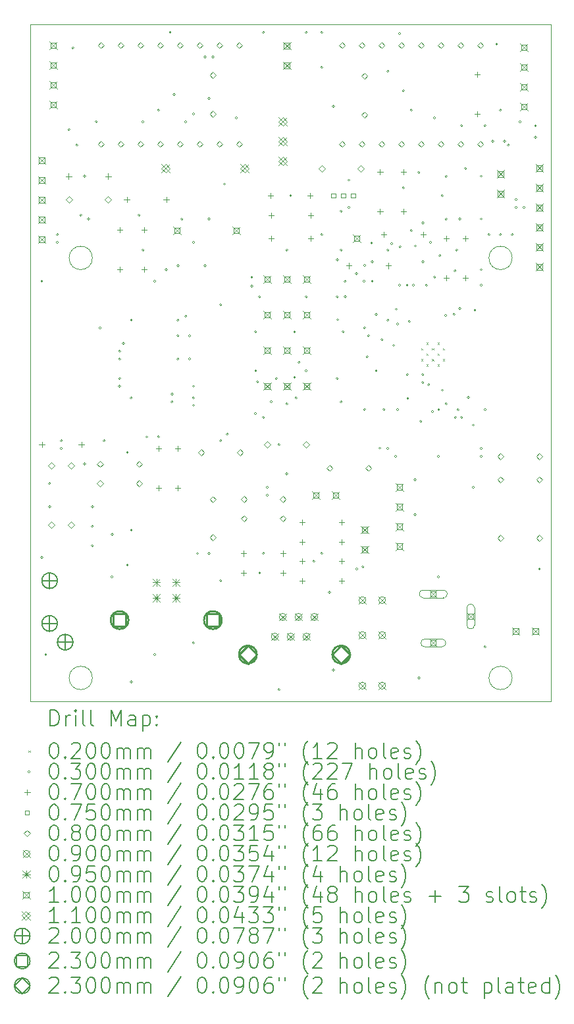
<source format=gbr>
%TF.GenerationSoftware,KiCad,Pcbnew,9.0.3*%
%TF.CreationDate,2025-07-31T09:26:28+09:00*%
%TF.ProjectId,OnStepJuwei17,4f6e5374-6570-44a7-9577-656931372e6b,rev?*%
%TF.SameCoordinates,Original*%
%TF.FileFunction,Drillmap*%
%TF.FilePolarity,Positive*%
%FSLAX45Y45*%
G04 Gerber Fmt 4.5, Leading zero omitted, Abs format (unit mm)*
G04 Created by KiCad (PCBNEW 9.0.3) date 2025-07-31 09:26:28*
%MOMM*%
%LPD*%
G01*
G04 APERTURE LIST*
%ADD10C,0.050000*%
%ADD11C,0.200000*%
%ADD12C,0.100000*%
%ADD13C,0.110000*%
%ADD14C,0.230000*%
G04 APERTURE END LIST*
D10*
X5050000Y-13700000D02*
X11750000Y-13700000D01*
X11750000Y-13700000D02*
X11750000Y-5000000D01*
X11250000Y-13400000D02*
G75*
G02*
X10950000Y-13400000I-150000J0D01*
G01*
X10950000Y-13400000D02*
G75*
G02*
X11250000Y-13400000I150000J0D01*
G01*
X5850000Y-8000000D02*
G75*
G02*
X5550000Y-8000000I-150000J0D01*
G01*
X5550000Y-8000000D02*
G75*
G02*
X5850000Y-8000000I150000J0D01*
G01*
X11750000Y-5000000D02*
X5050000Y-5000000D01*
X5050000Y-5000000D02*
X5050000Y-13700000D01*
X11250000Y-8000000D02*
G75*
G02*
X10950000Y-8000000I-150000J0D01*
G01*
X10950000Y-8000000D02*
G75*
G02*
X11250000Y-8000000I150000J0D01*
G01*
X5850000Y-13400000D02*
G75*
G02*
X5550000Y-13400000I-150000J0D01*
G01*
X5550000Y-13400000D02*
G75*
G02*
X5850000Y-13400000I150000J0D01*
G01*
D11*
D12*
X10079000Y-9160000D02*
X10099000Y-9180000D01*
X10099000Y-9160000D02*
X10079000Y-9180000D01*
X10079000Y-9300000D02*
X10099000Y-9320000D01*
X10099000Y-9300000D02*
X10079000Y-9320000D01*
X10149000Y-9090000D02*
X10169000Y-9110000D01*
X10169000Y-9090000D02*
X10149000Y-9110000D01*
X10149000Y-9227500D02*
X10169000Y-9247500D01*
X10169000Y-9227500D02*
X10149000Y-9247500D01*
X10149000Y-9370000D02*
X10169000Y-9390000D01*
X10169000Y-9370000D02*
X10149000Y-9390000D01*
X10219000Y-9160000D02*
X10239000Y-9180000D01*
X10239000Y-9160000D02*
X10219000Y-9180000D01*
X10219000Y-9300000D02*
X10239000Y-9320000D01*
X10239000Y-9300000D02*
X10219000Y-9320000D01*
X10289000Y-9090000D02*
X10309000Y-9110000D01*
X10309000Y-9090000D02*
X10289000Y-9110000D01*
X10289000Y-9227500D02*
X10309000Y-9247500D01*
X10309000Y-9227500D02*
X10289000Y-9247500D01*
X10289000Y-9370000D02*
X10309000Y-9390000D01*
X10309000Y-9370000D02*
X10289000Y-9390000D01*
X10359000Y-9160000D02*
X10379000Y-9180000D01*
X10379000Y-9160000D02*
X10359000Y-9180000D01*
X10359000Y-9300000D02*
X10379000Y-9320000D01*
X10379000Y-9300000D02*
X10359000Y-9320000D01*
X5215000Y-8300000D02*
G75*
G02*
X5185000Y-8300000I-15000J0D01*
G01*
X5185000Y-8300000D02*
G75*
G02*
X5215000Y-8300000I15000J0D01*
G01*
X5215000Y-11850000D02*
G75*
G02*
X5185000Y-11850000I-15000J0D01*
G01*
X5185000Y-11850000D02*
G75*
G02*
X5215000Y-11850000I15000J0D01*
G01*
X5265000Y-13100000D02*
G75*
G02*
X5235000Y-13100000I-15000J0D01*
G01*
X5235000Y-13100000D02*
G75*
G02*
X5265000Y-13100000I15000J0D01*
G01*
X5315000Y-10900000D02*
G75*
G02*
X5285000Y-10900000I-15000J0D01*
G01*
X5285000Y-10900000D02*
G75*
G02*
X5315000Y-10900000I15000J0D01*
G01*
X5315000Y-11200000D02*
G75*
G02*
X5285000Y-11200000I-15000J0D01*
G01*
X5285000Y-11200000D02*
G75*
G02*
X5315000Y-11200000I15000J0D01*
G01*
X5415000Y-7700000D02*
G75*
G02*
X5385000Y-7700000I-15000J0D01*
G01*
X5385000Y-7700000D02*
G75*
G02*
X5415000Y-7700000I15000J0D01*
G01*
X5415000Y-7800000D02*
G75*
G02*
X5385000Y-7800000I-15000J0D01*
G01*
X5385000Y-7800000D02*
G75*
G02*
X5415000Y-7800000I15000J0D01*
G01*
X5465000Y-10350000D02*
G75*
G02*
X5435000Y-10350000I-15000J0D01*
G01*
X5435000Y-10350000D02*
G75*
G02*
X5465000Y-10350000I15000J0D01*
G01*
X5465000Y-10450000D02*
G75*
G02*
X5435000Y-10450000I-15000J0D01*
G01*
X5435000Y-10450000D02*
G75*
G02*
X5465000Y-10450000I15000J0D01*
G01*
X5565000Y-6350000D02*
G75*
G02*
X5535000Y-6350000I-15000J0D01*
G01*
X5535000Y-6350000D02*
G75*
G02*
X5565000Y-6350000I15000J0D01*
G01*
X5615000Y-5300000D02*
G75*
G02*
X5585000Y-5300000I-15000J0D01*
G01*
X5585000Y-5300000D02*
G75*
G02*
X5615000Y-5300000I15000J0D01*
G01*
X5665000Y-6550000D02*
G75*
G02*
X5635000Y-6550000I-15000J0D01*
G01*
X5635000Y-6550000D02*
G75*
G02*
X5665000Y-6550000I15000J0D01*
G01*
X5715000Y-7450000D02*
G75*
G02*
X5685000Y-7450000I-15000J0D01*
G01*
X5685000Y-7450000D02*
G75*
G02*
X5715000Y-7450000I15000J0D01*
G01*
X5765000Y-6950000D02*
G75*
G02*
X5735000Y-6950000I-15000J0D01*
G01*
X5735000Y-6950000D02*
G75*
G02*
X5765000Y-6950000I15000J0D01*
G01*
X5765000Y-10650000D02*
G75*
G02*
X5735000Y-10650000I-15000J0D01*
G01*
X5735000Y-10650000D02*
G75*
G02*
X5765000Y-10650000I15000J0D01*
G01*
X5815000Y-7500000D02*
G75*
G02*
X5785000Y-7500000I-15000J0D01*
G01*
X5785000Y-7500000D02*
G75*
G02*
X5815000Y-7500000I15000J0D01*
G01*
X5865000Y-11200000D02*
G75*
G02*
X5835000Y-11200000I-15000J0D01*
G01*
X5835000Y-11200000D02*
G75*
G02*
X5865000Y-11200000I15000J0D01*
G01*
X5865000Y-11450000D02*
G75*
G02*
X5835000Y-11450000I-15000J0D01*
G01*
X5835000Y-11450000D02*
G75*
G02*
X5865000Y-11450000I15000J0D01*
G01*
X5865000Y-11700000D02*
G75*
G02*
X5835000Y-11700000I-15000J0D01*
G01*
X5835000Y-11700000D02*
G75*
G02*
X5865000Y-11700000I15000J0D01*
G01*
X5915000Y-6250000D02*
G75*
G02*
X5885000Y-6250000I-15000J0D01*
G01*
X5885000Y-6250000D02*
G75*
G02*
X5915000Y-6250000I15000J0D01*
G01*
X5965000Y-8900000D02*
G75*
G02*
X5935000Y-8900000I-15000J0D01*
G01*
X5935000Y-8900000D02*
G75*
G02*
X5965000Y-8900000I15000J0D01*
G01*
X6015000Y-10350000D02*
G75*
G02*
X5985000Y-10350000I-15000J0D01*
G01*
X5985000Y-10350000D02*
G75*
G02*
X6015000Y-10350000I15000J0D01*
G01*
X6115000Y-12100000D02*
G75*
G02*
X6085000Y-12100000I-15000J0D01*
G01*
X6085000Y-12100000D02*
G75*
G02*
X6115000Y-12100000I15000J0D01*
G01*
X6120500Y-11555500D02*
G75*
G02*
X6090500Y-11555500I-15000J0D01*
G01*
X6090500Y-11555500D02*
G75*
G02*
X6120500Y-11555500I15000J0D01*
G01*
X6215000Y-9200000D02*
G75*
G02*
X6185000Y-9200000I-15000J0D01*
G01*
X6185000Y-9200000D02*
G75*
G02*
X6215000Y-9200000I15000J0D01*
G01*
X6215000Y-9300000D02*
G75*
G02*
X6185000Y-9300000I-15000J0D01*
G01*
X6185000Y-9300000D02*
G75*
G02*
X6215000Y-9300000I15000J0D01*
G01*
X6215000Y-9550000D02*
G75*
G02*
X6185000Y-9550000I-15000J0D01*
G01*
X6185000Y-9550000D02*
G75*
G02*
X6215000Y-9550000I15000J0D01*
G01*
X6215000Y-9650000D02*
G75*
G02*
X6185000Y-9650000I-15000J0D01*
G01*
X6185000Y-9650000D02*
G75*
G02*
X6215000Y-9650000I15000J0D01*
G01*
X6265000Y-9100000D02*
G75*
G02*
X6235000Y-9100000I-15000J0D01*
G01*
X6235000Y-9100000D02*
G75*
G02*
X6265000Y-9100000I15000J0D01*
G01*
X6315000Y-10500000D02*
G75*
G02*
X6285000Y-10500000I-15000J0D01*
G01*
X6285000Y-10500000D02*
G75*
G02*
X6315000Y-10500000I15000J0D01*
G01*
X6315000Y-11950000D02*
G75*
G02*
X6285000Y-11950000I-15000J0D01*
G01*
X6285000Y-11950000D02*
G75*
G02*
X6315000Y-11950000I15000J0D01*
G01*
X6365000Y-8800000D02*
G75*
G02*
X6335000Y-8800000I-15000J0D01*
G01*
X6335000Y-8800000D02*
G75*
G02*
X6365000Y-8800000I15000J0D01*
G01*
X6365000Y-9800000D02*
G75*
G02*
X6335000Y-9800000I-15000J0D01*
G01*
X6335000Y-9800000D02*
G75*
G02*
X6365000Y-9800000I15000J0D01*
G01*
X6365000Y-11500000D02*
G75*
G02*
X6335000Y-11500000I-15000J0D01*
G01*
X6335000Y-11500000D02*
G75*
G02*
X6365000Y-11500000I15000J0D01*
G01*
X6365000Y-13450000D02*
G75*
G02*
X6335000Y-13450000I-15000J0D01*
G01*
X6335000Y-13450000D02*
G75*
G02*
X6365000Y-13450000I15000J0D01*
G01*
X6465000Y-7450000D02*
G75*
G02*
X6435000Y-7450000I-15000J0D01*
G01*
X6435000Y-7450000D02*
G75*
G02*
X6465000Y-7450000I15000J0D01*
G01*
X6515000Y-6250000D02*
G75*
G02*
X6485000Y-6250000I-15000J0D01*
G01*
X6485000Y-6250000D02*
G75*
G02*
X6515000Y-6250000I15000J0D01*
G01*
X6515000Y-7900000D02*
G75*
G02*
X6485000Y-7900000I-15000J0D01*
G01*
X6485000Y-7900000D02*
G75*
G02*
X6515000Y-7900000I15000J0D01*
G01*
X6565000Y-10300000D02*
G75*
G02*
X6535000Y-10300000I-15000J0D01*
G01*
X6535000Y-10300000D02*
G75*
G02*
X6565000Y-10300000I15000J0D01*
G01*
X6665000Y-8300000D02*
G75*
G02*
X6635000Y-8300000I-15000J0D01*
G01*
X6635000Y-8300000D02*
G75*
G02*
X6665000Y-8300000I15000J0D01*
G01*
X6665000Y-13100000D02*
G75*
G02*
X6635000Y-13100000I-15000J0D01*
G01*
X6635000Y-13100000D02*
G75*
G02*
X6665000Y-13100000I15000J0D01*
G01*
X6715000Y-6100000D02*
G75*
G02*
X6685000Y-6100000I-15000J0D01*
G01*
X6685000Y-6100000D02*
G75*
G02*
X6715000Y-6100000I15000J0D01*
G01*
X6715000Y-10300000D02*
G75*
G02*
X6685000Y-10300000I-15000J0D01*
G01*
X6685000Y-10300000D02*
G75*
G02*
X6715000Y-10300000I15000J0D01*
G01*
X6815000Y-8150000D02*
G75*
G02*
X6785000Y-8150000I-15000J0D01*
G01*
X6785000Y-8150000D02*
G75*
G02*
X6815000Y-8150000I15000J0D01*
G01*
X6865000Y-5100000D02*
G75*
G02*
X6835000Y-5100000I-15000J0D01*
G01*
X6835000Y-5100000D02*
G75*
G02*
X6865000Y-5100000I15000J0D01*
G01*
X6890000Y-9750000D02*
G75*
G02*
X6860000Y-9750000I-15000J0D01*
G01*
X6860000Y-9750000D02*
G75*
G02*
X6890000Y-9750000I15000J0D01*
G01*
X6890000Y-9850000D02*
G75*
G02*
X6860000Y-9850000I-15000J0D01*
G01*
X6860000Y-9850000D02*
G75*
G02*
X6890000Y-9850000I15000J0D01*
G01*
X6915000Y-5900000D02*
G75*
G02*
X6885000Y-5900000I-15000J0D01*
G01*
X6885000Y-5900000D02*
G75*
G02*
X6915000Y-5900000I15000J0D01*
G01*
X6965000Y-8100000D02*
G75*
G02*
X6935000Y-8100000I-15000J0D01*
G01*
X6935000Y-8100000D02*
G75*
G02*
X6965000Y-8100000I15000J0D01*
G01*
X6965000Y-8800000D02*
G75*
G02*
X6935000Y-8800000I-15000J0D01*
G01*
X6935000Y-8800000D02*
G75*
G02*
X6965000Y-8800000I15000J0D01*
G01*
X6965000Y-9000000D02*
G75*
G02*
X6935000Y-9000000I-15000J0D01*
G01*
X6935000Y-9000000D02*
G75*
G02*
X6965000Y-9000000I15000J0D01*
G01*
X6965000Y-9300000D02*
G75*
G02*
X6935000Y-9300000I-15000J0D01*
G01*
X6935000Y-9300000D02*
G75*
G02*
X6965000Y-9300000I15000J0D01*
G01*
X7015000Y-7500000D02*
G75*
G02*
X6985000Y-7500000I-15000J0D01*
G01*
X6985000Y-7500000D02*
G75*
G02*
X7015000Y-7500000I15000J0D01*
G01*
X7065000Y-6250000D02*
G75*
G02*
X7035000Y-6250000I-15000J0D01*
G01*
X7035000Y-6250000D02*
G75*
G02*
X7065000Y-6250000I15000J0D01*
G01*
X7065000Y-8750000D02*
G75*
G02*
X7035000Y-8750000I-15000J0D01*
G01*
X7035000Y-8750000D02*
G75*
G02*
X7065000Y-8750000I15000J0D01*
G01*
X7115000Y-9000000D02*
G75*
G02*
X7085000Y-9000000I-15000J0D01*
G01*
X7085000Y-9000000D02*
G75*
G02*
X7115000Y-9000000I15000J0D01*
G01*
X7115000Y-9300000D02*
G75*
G02*
X7085000Y-9300000I-15000J0D01*
G01*
X7085000Y-9300000D02*
G75*
G02*
X7115000Y-9300000I15000J0D01*
G01*
X7165000Y-6150000D02*
G75*
G02*
X7135000Y-6150000I-15000J0D01*
G01*
X7135000Y-6150000D02*
G75*
G02*
X7165000Y-6150000I15000J0D01*
G01*
X7165000Y-7800000D02*
G75*
G02*
X7135000Y-7800000I-15000J0D01*
G01*
X7135000Y-7800000D02*
G75*
G02*
X7165000Y-7800000I15000J0D01*
G01*
X7165000Y-9650000D02*
G75*
G02*
X7135000Y-9650000I-15000J0D01*
G01*
X7135000Y-9650000D02*
G75*
G02*
X7165000Y-9650000I15000J0D01*
G01*
X7165000Y-9800000D02*
G75*
G02*
X7135000Y-9800000I-15000J0D01*
G01*
X7135000Y-9800000D02*
G75*
G02*
X7165000Y-9800000I15000J0D01*
G01*
X7165000Y-9895000D02*
G75*
G02*
X7135000Y-9895000I-15000J0D01*
G01*
X7135000Y-9895000D02*
G75*
G02*
X7165000Y-9895000I15000J0D01*
G01*
X7165000Y-12950000D02*
G75*
G02*
X7135000Y-12950000I-15000J0D01*
G01*
X7135000Y-12950000D02*
G75*
G02*
X7165000Y-12950000I15000J0D01*
G01*
X7215000Y-11800000D02*
G75*
G02*
X7185000Y-11800000I-15000J0D01*
G01*
X7185000Y-11800000D02*
G75*
G02*
X7215000Y-11800000I15000J0D01*
G01*
X7315000Y-5416100D02*
G75*
G02*
X7285000Y-5416100I-15000J0D01*
G01*
X7285000Y-5416100D02*
G75*
G02*
X7315000Y-5416100I15000J0D01*
G01*
X7315000Y-8100000D02*
G75*
G02*
X7285000Y-8100000I-15000J0D01*
G01*
X7285000Y-8100000D02*
G75*
G02*
X7315000Y-8100000I15000J0D01*
G01*
X7365000Y-5950000D02*
G75*
G02*
X7335000Y-5950000I-15000J0D01*
G01*
X7335000Y-5950000D02*
G75*
G02*
X7365000Y-5950000I15000J0D01*
G01*
X7365000Y-7500000D02*
G75*
G02*
X7335000Y-7500000I-15000J0D01*
G01*
X7335000Y-7500000D02*
G75*
G02*
X7365000Y-7500000I15000J0D01*
G01*
X7365000Y-11800000D02*
G75*
G02*
X7335000Y-11800000I-15000J0D01*
G01*
X7335000Y-11800000D02*
G75*
G02*
X7365000Y-11800000I15000J0D01*
G01*
X7415000Y-5416100D02*
G75*
G02*
X7385000Y-5416100I-15000J0D01*
G01*
X7385000Y-5416100D02*
G75*
G02*
X7415000Y-5416100I15000J0D01*
G01*
X7515000Y-8600000D02*
G75*
G02*
X7485000Y-8600000I-15000J0D01*
G01*
X7485000Y-8600000D02*
G75*
G02*
X7515000Y-8600000I15000J0D01*
G01*
X7515000Y-10350000D02*
G75*
G02*
X7485000Y-10350000I-15000J0D01*
G01*
X7485000Y-10350000D02*
G75*
G02*
X7515000Y-10350000I15000J0D01*
G01*
X7515000Y-12150000D02*
G75*
G02*
X7485000Y-12150000I-15000J0D01*
G01*
X7485000Y-12150000D02*
G75*
G02*
X7515000Y-12150000I15000J0D01*
G01*
X7565000Y-7050000D02*
G75*
G02*
X7535000Y-7050000I-15000J0D01*
G01*
X7535000Y-7050000D02*
G75*
G02*
X7565000Y-7050000I15000J0D01*
G01*
X7600426Y-10264574D02*
G75*
G02*
X7570426Y-10264574I-15000J0D01*
G01*
X7570426Y-10264574D02*
G75*
G02*
X7600426Y-10264574I15000J0D01*
G01*
X7715000Y-6200000D02*
G75*
G02*
X7685000Y-6200000I-15000J0D01*
G01*
X7685000Y-6200000D02*
G75*
G02*
X7715000Y-6200000I15000J0D01*
G01*
X7915000Y-8250000D02*
G75*
G02*
X7885000Y-8250000I-15000J0D01*
G01*
X7885000Y-8250000D02*
G75*
G02*
X7915000Y-8250000I15000J0D01*
G01*
X7915000Y-8363055D02*
G75*
G02*
X7885000Y-8363055I-15000J0D01*
G01*
X7885000Y-8363055D02*
G75*
G02*
X7915000Y-8363055I15000J0D01*
G01*
X7961967Y-10003033D02*
G75*
G02*
X7931967Y-10003033I-15000J0D01*
G01*
X7931967Y-10003033D02*
G75*
G02*
X7961967Y-10003033I15000J0D01*
G01*
X7965000Y-8950000D02*
G75*
G02*
X7935000Y-8950000I-15000J0D01*
G01*
X7935000Y-8950000D02*
G75*
G02*
X7965000Y-8950000I15000J0D01*
G01*
X7965000Y-9450000D02*
G75*
G02*
X7935000Y-9450000I-15000J0D01*
G01*
X7935000Y-9450000D02*
G75*
G02*
X7965000Y-9450000I15000J0D01*
G01*
X7988135Y-9592876D02*
G75*
G02*
X7958135Y-9592876I-15000J0D01*
G01*
X7958135Y-9592876D02*
G75*
G02*
X7988135Y-9592876I15000J0D01*
G01*
X8015000Y-8500000D02*
G75*
G02*
X7985000Y-8500000I-15000J0D01*
G01*
X7985000Y-8500000D02*
G75*
G02*
X8015000Y-8500000I15000J0D01*
G01*
X8015000Y-12050000D02*
G75*
G02*
X7985000Y-12050000I-15000J0D01*
G01*
X7985000Y-12050000D02*
G75*
G02*
X8015000Y-12050000I15000J0D01*
G01*
X8065000Y-5102400D02*
G75*
G02*
X8035000Y-5102400I-15000J0D01*
G01*
X8035000Y-5102400D02*
G75*
G02*
X8065000Y-5102400I15000J0D01*
G01*
X8065000Y-10050000D02*
G75*
G02*
X8035000Y-10050000I-15000J0D01*
G01*
X8035000Y-10050000D02*
G75*
G02*
X8065000Y-10050000I15000J0D01*
G01*
X8065000Y-11800000D02*
G75*
G02*
X8035000Y-11800000I-15000J0D01*
G01*
X8035000Y-11800000D02*
G75*
G02*
X8065000Y-11800000I15000J0D01*
G01*
X8115000Y-10950000D02*
G75*
G02*
X8085000Y-10950000I-15000J0D01*
G01*
X8085000Y-10950000D02*
G75*
G02*
X8115000Y-10950000I15000J0D01*
G01*
X8115000Y-11050000D02*
G75*
G02*
X8085000Y-11050000I-15000J0D01*
G01*
X8085000Y-11050000D02*
G75*
G02*
X8115000Y-11050000I15000J0D01*
G01*
X8165000Y-9850000D02*
G75*
G02*
X8135000Y-9850000I-15000J0D01*
G01*
X8135000Y-9850000D02*
G75*
G02*
X8165000Y-9850000I15000J0D01*
G01*
X8231995Y-9550000D02*
G75*
G02*
X8201995Y-9550000I-15000J0D01*
G01*
X8201995Y-9550000D02*
G75*
G02*
X8231995Y-9550000I15000J0D01*
G01*
X8265000Y-10400000D02*
G75*
G02*
X8235000Y-10400000I-15000J0D01*
G01*
X8235000Y-10400000D02*
G75*
G02*
X8265000Y-10400000I15000J0D01*
G01*
X8265000Y-13550000D02*
G75*
G02*
X8235000Y-13550000I-15000J0D01*
G01*
X8235000Y-13550000D02*
G75*
G02*
X8265000Y-13550000I15000J0D01*
G01*
X8365000Y-7900000D02*
G75*
G02*
X8335000Y-7900000I-15000J0D01*
G01*
X8335000Y-7900000D02*
G75*
G02*
X8365000Y-7900000I15000J0D01*
G01*
X8365000Y-9875000D02*
G75*
G02*
X8335000Y-9875000I-15000J0D01*
G01*
X8335000Y-9875000D02*
G75*
G02*
X8365000Y-9875000I15000J0D01*
G01*
X8365000Y-10775000D02*
G75*
G02*
X8335000Y-10775000I-15000J0D01*
G01*
X8335000Y-10775000D02*
G75*
G02*
X8365000Y-10775000I15000J0D01*
G01*
X8415000Y-7200000D02*
G75*
G02*
X8385000Y-7200000I-15000J0D01*
G01*
X8385000Y-7200000D02*
G75*
G02*
X8415000Y-7200000I15000J0D01*
G01*
X8465000Y-8950000D02*
G75*
G02*
X8435000Y-8950000I-15000J0D01*
G01*
X8435000Y-8950000D02*
G75*
G02*
X8465000Y-8950000I15000J0D01*
G01*
X8465000Y-9534900D02*
G75*
G02*
X8435000Y-9534900I-15000J0D01*
G01*
X8435000Y-9534900D02*
G75*
G02*
X8465000Y-9534900I15000J0D01*
G01*
X8484100Y-9800000D02*
G75*
G02*
X8454100Y-9800000I-15000J0D01*
G01*
X8454100Y-9800000D02*
G75*
G02*
X8484100Y-9800000I15000J0D01*
G01*
X8521500Y-9343500D02*
G75*
G02*
X8491500Y-9343500I-15000J0D01*
G01*
X8491500Y-9343500D02*
G75*
G02*
X8521500Y-9343500I15000J0D01*
G01*
X8615000Y-5102400D02*
G75*
G02*
X8585000Y-5102400I-15000J0D01*
G01*
X8585000Y-5102400D02*
G75*
G02*
X8615000Y-5102400I15000J0D01*
G01*
X8615000Y-8500000D02*
G75*
G02*
X8585000Y-8500000I-15000J0D01*
G01*
X8585000Y-8500000D02*
G75*
G02*
X8615000Y-8500000I15000J0D01*
G01*
X8615000Y-9450000D02*
G75*
G02*
X8585000Y-9450000I-15000J0D01*
G01*
X8585000Y-9450000D02*
G75*
G02*
X8615000Y-9450000I15000J0D01*
G01*
X8713967Y-11898967D02*
G75*
G02*
X8683967Y-11898967I-15000J0D01*
G01*
X8683967Y-11898967D02*
G75*
G02*
X8713967Y-11898967I15000J0D01*
G01*
X8813967Y-11798967D02*
G75*
G02*
X8783967Y-11798967I-15000J0D01*
G01*
X8783967Y-11798967D02*
G75*
G02*
X8813967Y-11798967I15000J0D01*
G01*
X8815000Y-5102400D02*
G75*
G02*
X8785000Y-5102400I-15000J0D01*
G01*
X8785000Y-5102400D02*
G75*
G02*
X8815000Y-5102400I15000J0D01*
G01*
X8815000Y-5550000D02*
G75*
G02*
X8785000Y-5550000I-15000J0D01*
G01*
X8785000Y-5550000D02*
G75*
G02*
X8815000Y-5550000I15000J0D01*
G01*
X8815000Y-7700000D02*
G75*
G02*
X8785000Y-7700000I-15000J0D01*
G01*
X8785000Y-7700000D02*
G75*
G02*
X8815000Y-7700000I15000J0D01*
G01*
X8915000Y-12300000D02*
G75*
G02*
X8885000Y-12300000I-15000J0D01*
G01*
X8885000Y-12300000D02*
G75*
G02*
X8915000Y-12300000I15000J0D01*
G01*
X8965000Y-6050000D02*
G75*
G02*
X8935000Y-6050000I-15000J0D01*
G01*
X8935000Y-6050000D02*
G75*
G02*
X8965000Y-6050000I15000J0D01*
G01*
X8965000Y-13300000D02*
G75*
G02*
X8935000Y-13300000I-15000J0D01*
G01*
X8935000Y-13300000D02*
G75*
G02*
X8965000Y-13300000I15000J0D01*
G01*
X9015000Y-8025000D02*
G75*
G02*
X8985000Y-8025000I-15000J0D01*
G01*
X8985000Y-8025000D02*
G75*
G02*
X9015000Y-8025000I15000J0D01*
G01*
X9015000Y-8500000D02*
G75*
G02*
X8985000Y-8500000I-15000J0D01*
G01*
X8985000Y-8500000D02*
G75*
G02*
X9015000Y-8500000I15000J0D01*
G01*
X9015000Y-9550000D02*
G75*
G02*
X8985000Y-9550000I-15000J0D01*
G01*
X8985000Y-9550000D02*
G75*
G02*
X9015000Y-9550000I15000J0D01*
G01*
X9021136Y-8793864D02*
G75*
G02*
X8991136Y-8793864I-15000J0D01*
G01*
X8991136Y-8793864D02*
G75*
G02*
X9021136Y-8793864I15000J0D01*
G01*
X9065000Y-7400000D02*
G75*
G02*
X9035000Y-7400000I-15000J0D01*
G01*
X9035000Y-7400000D02*
G75*
G02*
X9065000Y-7400000I15000J0D01*
G01*
X9065000Y-7900000D02*
G75*
G02*
X9035000Y-7900000I-15000J0D01*
G01*
X9035000Y-7900000D02*
G75*
G02*
X9065000Y-7900000I15000J0D01*
G01*
X9065000Y-9850000D02*
G75*
G02*
X9035000Y-9850000I-15000J0D01*
G01*
X9035000Y-9850000D02*
G75*
G02*
X9065000Y-9850000I15000J0D01*
G01*
X9090000Y-8950000D02*
G75*
G02*
X9060000Y-8950000I-15000J0D01*
G01*
X9060000Y-8950000D02*
G75*
G02*
X9090000Y-8950000I15000J0D01*
G01*
X9115000Y-8300000D02*
G75*
G02*
X9085000Y-8300000I-15000J0D01*
G01*
X9085000Y-8300000D02*
G75*
G02*
X9115000Y-8300000I15000J0D01*
G01*
X9118033Y-8496967D02*
G75*
G02*
X9088033Y-8496967I-15000J0D01*
G01*
X9088033Y-8496967D02*
G75*
G02*
X9118033Y-8496967I15000J0D01*
G01*
X9165000Y-7000000D02*
G75*
G02*
X9135000Y-7000000I-15000J0D01*
G01*
X9135000Y-7000000D02*
G75*
G02*
X9165000Y-7000000I15000J0D01*
G01*
X9165000Y-7350000D02*
G75*
G02*
X9135000Y-7350000I-15000J0D01*
G01*
X9135000Y-7350000D02*
G75*
G02*
X9165000Y-7350000I15000J0D01*
G01*
X9261535Y-8203465D02*
G75*
G02*
X9231535Y-8203465I-15000J0D01*
G01*
X9231535Y-8203465D02*
G75*
G02*
X9261535Y-8203465I15000J0D01*
G01*
X9265000Y-12000000D02*
G75*
G02*
X9235000Y-12000000I-15000J0D01*
G01*
X9235000Y-12000000D02*
G75*
G02*
X9265000Y-12000000I15000J0D01*
G01*
X9344467Y-11970533D02*
G75*
G02*
X9314467Y-11970533I-15000J0D01*
G01*
X9314467Y-11970533D02*
G75*
G02*
X9344467Y-11970533I15000J0D01*
G01*
X9358502Y-8300432D02*
G75*
G02*
X9328502Y-8300432I-15000J0D01*
G01*
X9328502Y-8300432D02*
G75*
G02*
X9358502Y-8300432I15000J0D01*
G01*
X9365000Y-8900000D02*
G75*
G02*
X9335000Y-8900000I-15000J0D01*
G01*
X9335000Y-8900000D02*
G75*
G02*
X9365000Y-8900000I15000J0D01*
G01*
X9365000Y-9950000D02*
G75*
G02*
X9335000Y-9950000I-15000J0D01*
G01*
X9335000Y-9950000D02*
G75*
G02*
X9365000Y-9950000I15000J0D01*
G01*
X9367601Y-8097399D02*
G75*
G02*
X9337601Y-8097399I-15000J0D01*
G01*
X9337601Y-8097399D02*
G75*
G02*
X9367601Y-8097399I15000J0D01*
G01*
X9398236Y-9270100D02*
G75*
G02*
X9368236Y-9270100I-15000J0D01*
G01*
X9368236Y-9270100D02*
G75*
G02*
X9398236Y-9270100I15000J0D01*
G01*
X9415000Y-9000000D02*
G75*
G02*
X9385000Y-9000000I-15000J0D01*
G01*
X9385000Y-9000000D02*
G75*
G02*
X9415000Y-9000000I15000J0D01*
G01*
X9455579Y-7809421D02*
G75*
G02*
X9425579Y-7809421I-15000J0D01*
G01*
X9425579Y-7809421D02*
G75*
G02*
X9455579Y-7809421I15000J0D01*
G01*
X9465000Y-8050000D02*
G75*
G02*
X9435000Y-8050000I-15000J0D01*
G01*
X9435000Y-8050000D02*
G75*
G02*
X9465000Y-8050000I15000J0D01*
G01*
X9465000Y-8300000D02*
G75*
G02*
X9435000Y-8300000I-15000J0D01*
G01*
X9435000Y-8300000D02*
G75*
G02*
X9465000Y-8300000I15000J0D01*
G01*
X9515000Y-8725000D02*
G75*
G02*
X9485000Y-8725000I-15000J0D01*
G01*
X9485000Y-8725000D02*
G75*
G02*
X9515000Y-8725000I15000J0D01*
G01*
X9515000Y-9450000D02*
G75*
G02*
X9485000Y-9450000I-15000J0D01*
G01*
X9485000Y-9450000D02*
G75*
G02*
X9515000Y-9450000I15000J0D01*
G01*
X9562000Y-10447000D02*
G75*
G02*
X9532000Y-10447000I-15000J0D01*
G01*
X9532000Y-10447000D02*
G75*
G02*
X9562000Y-10447000I15000J0D01*
G01*
X9590000Y-9050000D02*
G75*
G02*
X9560000Y-9050000I-15000J0D01*
G01*
X9560000Y-9050000D02*
G75*
G02*
X9590000Y-9050000I15000J0D01*
G01*
X9615000Y-9950000D02*
G75*
G02*
X9585000Y-9950000I-15000J0D01*
G01*
X9585000Y-9950000D02*
G75*
G02*
X9615000Y-9950000I15000J0D01*
G01*
X9665000Y-5600000D02*
G75*
G02*
X9635000Y-5600000I-15000J0D01*
G01*
X9635000Y-5600000D02*
G75*
G02*
X9665000Y-5600000I15000J0D01*
G01*
X9665000Y-7900000D02*
G75*
G02*
X9635000Y-7900000I-15000J0D01*
G01*
X9635000Y-7900000D02*
G75*
G02*
X9665000Y-7900000I15000J0D01*
G01*
X9665000Y-8800000D02*
G75*
G02*
X9635000Y-8800000I-15000J0D01*
G01*
X9635000Y-8800000D02*
G75*
G02*
X9665000Y-8800000I15000J0D01*
G01*
X9665033Y-10450033D02*
G75*
G02*
X9635033Y-10450033I-15000J0D01*
G01*
X9635033Y-10450033D02*
G75*
G02*
X9665033Y-10450033I15000J0D01*
G01*
X9715000Y-7815100D02*
G75*
G02*
X9685000Y-7815100I-15000J0D01*
G01*
X9685000Y-7815100D02*
G75*
G02*
X9715000Y-7815100I15000J0D01*
G01*
X9740000Y-9125000D02*
G75*
G02*
X9710000Y-9125000I-15000J0D01*
G01*
X9710000Y-9125000D02*
G75*
G02*
X9740000Y-9125000I15000J0D01*
G01*
X9765000Y-10550000D02*
G75*
G02*
X9735000Y-10550000I-15000J0D01*
G01*
X9735000Y-10550000D02*
G75*
G02*
X9765000Y-10550000I15000J0D01*
G01*
X9773602Y-8657899D02*
G75*
G02*
X9743602Y-8657899I-15000J0D01*
G01*
X9743602Y-8657899D02*
G75*
G02*
X9773602Y-8657899I15000J0D01*
G01*
X9790000Y-8850000D02*
G75*
G02*
X9760000Y-8850000I-15000J0D01*
G01*
X9760000Y-8850000D02*
G75*
G02*
X9790000Y-8850000I15000J0D01*
G01*
X9790000Y-9950000D02*
G75*
G02*
X9760000Y-9950000I-15000J0D01*
G01*
X9760000Y-9950000D02*
G75*
G02*
X9790000Y-9950000I15000J0D01*
G01*
X9815000Y-5115900D02*
G75*
G02*
X9785000Y-5115900I-15000J0D01*
G01*
X9785000Y-5115900D02*
G75*
G02*
X9815000Y-5115900I15000J0D01*
G01*
X9815000Y-8350000D02*
G75*
G02*
X9785000Y-8350000I-15000J0D01*
G01*
X9785000Y-8350000D02*
G75*
G02*
X9815000Y-8350000I15000J0D01*
G01*
X9821569Y-7856569D02*
G75*
G02*
X9791569Y-7856569I-15000J0D01*
G01*
X9791569Y-7856569D02*
G75*
G02*
X9821569Y-7856569I15000J0D01*
G01*
X9865000Y-5850000D02*
G75*
G02*
X9835000Y-5850000I-15000J0D01*
G01*
X9835000Y-5850000D02*
G75*
G02*
X9865000Y-5850000I15000J0D01*
G01*
X9865000Y-7100000D02*
G75*
G02*
X9835000Y-7100000I-15000J0D01*
G01*
X9835000Y-7100000D02*
G75*
G02*
X9865000Y-7100000I15000J0D01*
G01*
X9915000Y-8350000D02*
G75*
G02*
X9885000Y-8350000I-15000J0D01*
G01*
X9885000Y-8350000D02*
G75*
G02*
X9915000Y-8350000I15000J0D01*
G01*
X9915000Y-9500000D02*
G75*
G02*
X9885000Y-9500000I-15000J0D01*
G01*
X9885000Y-9500000D02*
G75*
G02*
X9915000Y-9500000I15000J0D01*
G01*
X9921569Y-9806569D02*
G75*
G02*
X9891569Y-9806569I-15000J0D01*
G01*
X9891569Y-9806569D02*
G75*
G02*
X9921569Y-9806569I15000J0D01*
G01*
X9940000Y-8818934D02*
G75*
G02*
X9910000Y-8818934I-15000J0D01*
G01*
X9910000Y-8818934D02*
G75*
G02*
X9940000Y-8818934I15000J0D01*
G01*
X9965000Y-6100000D02*
G75*
G02*
X9935000Y-6100000I-15000J0D01*
G01*
X9935000Y-6100000D02*
G75*
G02*
X9965000Y-6100000I15000J0D01*
G01*
X9965000Y-7650000D02*
G75*
G02*
X9935000Y-7650000I-15000J0D01*
G01*
X9935000Y-7650000D02*
G75*
G02*
X9965000Y-7650000I15000J0D01*
G01*
X9995000Y-8350000D02*
G75*
G02*
X9965000Y-8350000I-15000J0D01*
G01*
X9965000Y-8350000D02*
G75*
G02*
X9995000Y-8350000I15000J0D01*
G01*
X10015000Y-10850000D02*
G75*
G02*
X9985000Y-10850000I-15000J0D01*
G01*
X9985000Y-10850000D02*
G75*
G02*
X10015000Y-10850000I15000J0D01*
G01*
X10015000Y-11300000D02*
G75*
G02*
X9985000Y-11300000I-15000J0D01*
G01*
X9985000Y-11300000D02*
G75*
G02*
X10015000Y-11300000I15000J0D01*
G01*
X10018033Y-7846967D02*
G75*
G02*
X9988033Y-7846967I-15000J0D01*
G01*
X9988033Y-7846967D02*
G75*
G02*
X10018033Y-7846967I15000J0D01*
G01*
X10065000Y-6900000D02*
G75*
G02*
X10035000Y-6900000I-15000J0D01*
G01*
X10035000Y-6900000D02*
G75*
G02*
X10065000Y-6900000I15000J0D01*
G01*
X10065000Y-13400000D02*
G75*
G02*
X10035000Y-13400000I-15000J0D01*
G01*
X10035000Y-13400000D02*
G75*
G02*
X10065000Y-13400000I15000J0D01*
G01*
X10090000Y-10100000D02*
G75*
G02*
X10060000Y-10100000I-15000J0D01*
G01*
X10060000Y-10100000D02*
G75*
G02*
X10090000Y-10100000I15000J0D01*
G01*
X10115000Y-7550000D02*
G75*
G02*
X10085000Y-7550000I-15000J0D01*
G01*
X10085000Y-7550000D02*
G75*
G02*
X10115000Y-7550000I15000J0D01*
G01*
X10115000Y-8050000D02*
G75*
G02*
X10085000Y-8050000I-15000J0D01*
G01*
X10085000Y-8050000D02*
G75*
G02*
X10115000Y-8050000I15000J0D01*
G01*
X10115000Y-9500000D02*
G75*
G02*
X10085000Y-9500000I-15000J0D01*
G01*
X10085000Y-9500000D02*
G75*
G02*
X10115000Y-9500000I15000J0D01*
G01*
X10115000Y-9600000D02*
G75*
G02*
X10085000Y-9600000I-15000J0D01*
G01*
X10085000Y-9600000D02*
G75*
G02*
X10115000Y-9600000I15000J0D01*
G01*
X10161896Y-8353104D02*
G75*
G02*
X10131896Y-8353104I-15000J0D01*
G01*
X10131896Y-8353104D02*
G75*
G02*
X10161896Y-8353104I15000J0D01*
G01*
X10190071Y-9631137D02*
G75*
G02*
X10160071Y-9631137I-15000J0D01*
G01*
X10160071Y-9631137D02*
G75*
G02*
X10190071Y-9631137I15000J0D01*
G01*
X10215000Y-7800000D02*
G75*
G02*
X10185000Y-7800000I-15000J0D01*
G01*
X10185000Y-7800000D02*
G75*
G02*
X10215000Y-7800000I15000J0D01*
G01*
X10240000Y-9975000D02*
G75*
G02*
X10210000Y-9975000I-15000J0D01*
G01*
X10210000Y-9975000D02*
G75*
G02*
X10240000Y-9975000I15000J0D01*
G01*
X10265000Y-6200000D02*
G75*
G02*
X10235000Y-6200000I-15000J0D01*
G01*
X10235000Y-6200000D02*
G75*
G02*
X10265000Y-6200000I15000J0D01*
G01*
X10268033Y-8246967D02*
G75*
G02*
X10238033Y-8246967I-15000J0D01*
G01*
X10238033Y-8246967D02*
G75*
G02*
X10268033Y-8246967I15000J0D01*
G01*
X10315000Y-10550000D02*
G75*
G02*
X10285000Y-10550000I-15000J0D01*
G01*
X10285000Y-10550000D02*
G75*
G02*
X10315000Y-10550000I15000J0D01*
G01*
X10315000Y-12100000D02*
G75*
G02*
X10285000Y-12100000I-15000J0D01*
G01*
X10285000Y-12100000D02*
G75*
G02*
X10315000Y-12100000I15000J0D01*
G01*
X10320966Y-9949900D02*
G75*
G02*
X10290966Y-9949900I-15000J0D01*
G01*
X10290966Y-9949900D02*
G75*
G02*
X10320966Y-9949900I15000J0D01*
G01*
X10334967Y-7969967D02*
G75*
G02*
X10304967Y-7969967I-15000J0D01*
G01*
X10304967Y-7969967D02*
G75*
G02*
X10334967Y-7969967I15000J0D01*
G01*
X10365000Y-7200000D02*
G75*
G02*
X10335000Y-7200000I-15000J0D01*
G01*
X10335000Y-7200000D02*
G75*
G02*
X10365000Y-7200000I15000J0D01*
G01*
X10365000Y-9700000D02*
G75*
G02*
X10335000Y-9700000I-15000J0D01*
G01*
X10335000Y-9700000D02*
G75*
G02*
X10365000Y-9700000I15000J0D01*
G01*
X10410083Y-8739017D02*
G75*
G02*
X10380083Y-8739017I-15000J0D01*
G01*
X10380083Y-8739017D02*
G75*
G02*
X10410083Y-8739017I15000J0D01*
G01*
X10415000Y-6950000D02*
G75*
G02*
X10385000Y-6950000I-15000J0D01*
G01*
X10385000Y-6950000D02*
G75*
G02*
X10415000Y-6950000I15000J0D01*
G01*
X10415000Y-7500000D02*
G75*
G02*
X10385000Y-7500000I-15000J0D01*
G01*
X10385000Y-7500000D02*
G75*
G02*
X10415000Y-7500000I15000J0D01*
G01*
X10415000Y-9874900D02*
G75*
G02*
X10385000Y-9874900I-15000J0D01*
G01*
X10385000Y-9874900D02*
G75*
G02*
X10415000Y-9874900I15000J0D01*
G01*
X10515000Y-8725000D02*
G75*
G02*
X10485000Y-8725000I-15000J0D01*
G01*
X10485000Y-8725000D02*
G75*
G02*
X10515000Y-8725000I15000J0D01*
G01*
X10530100Y-8165100D02*
G75*
G02*
X10500100Y-8165100I-15000J0D01*
G01*
X10500100Y-8165100D02*
G75*
G02*
X10530100Y-8165100I15000J0D01*
G01*
X10535100Y-10050000D02*
G75*
G02*
X10505100Y-10050000I-15000J0D01*
G01*
X10505100Y-10050000D02*
G75*
G02*
X10535100Y-10050000I15000J0D01*
G01*
X10549900Y-7900000D02*
G75*
G02*
X10519900Y-7900000I-15000J0D01*
G01*
X10519900Y-7900000D02*
G75*
G02*
X10549900Y-7900000I15000J0D01*
G01*
X10568033Y-9953033D02*
G75*
G02*
X10538033Y-9953033I-15000J0D01*
G01*
X10538033Y-9953033D02*
G75*
G02*
X10568033Y-9953033I15000J0D01*
G01*
X10590000Y-7500000D02*
G75*
G02*
X10560000Y-7500000I-15000J0D01*
G01*
X10560000Y-7500000D02*
G75*
G02*
X10590000Y-7500000I15000J0D01*
G01*
X10590000Y-8650000D02*
G75*
G02*
X10560000Y-8650000I-15000J0D01*
G01*
X10560000Y-8650000D02*
G75*
G02*
X10590000Y-8650000I15000J0D01*
G01*
X10615000Y-6300000D02*
G75*
G02*
X10585000Y-6300000I-15000J0D01*
G01*
X10585000Y-6300000D02*
G75*
G02*
X10615000Y-6300000I15000J0D01*
G01*
X10615100Y-10050000D02*
G75*
G02*
X10585100Y-10050000I-15000J0D01*
G01*
X10585100Y-10050000D02*
G75*
G02*
X10615100Y-10050000I15000J0D01*
G01*
X10665000Y-6850000D02*
G75*
G02*
X10635000Y-6850000I-15000J0D01*
G01*
X10635000Y-6850000D02*
G75*
G02*
X10665000Y-6850000I15000J0D01*
G01*
X10700631Y-9791408D02*
G75*
G02*
X10670631Y-9791408I-15000J0D01*
G01*
X10670631Y-9791408D02*
G75*
G02*
X10700631Y-9791408I15000J0D01*
G01*
X10765000Y-10150000D02*
G75*
G02*
X10735000Y-10150000I-15000J0D01*
G01*
X10735000Y-10150000D02*
G75*
G02*
X10765000Y-10150000I15000J0D01*
G01*
X10765000Y-10950000D02*
G75*
G02*
X10735000Y-10950000I-15000J0D01*
G01*
X10735000Y-10950000D02*
G75*
G02*
X10765000Y-10950000I15000J0D01*
G01*
X10786967Y-8671967D02*
G75*
G02*
X10756967Y-8671967I-15000J0D01*
G01*
X10756967Y-8671967D02*
G75*
G02*
X10786967Y-8671967I15000J0D01*
G01*
X10865000Y-6950000D02*
G75*
G02*
X10835000Y-6950000I-15000J0D01*
G01*
X10835000Y-6950000D02*
G75*
G02*
X10865000Y-6950000I15000J0D01*
G01*
X10865000Y-7500000D02*
G75*
G02*
X10835000Y-7500000I-15000J0D01*
G01*
X10835000Y-7500000D02*
G75*
G02*
X10865000Y-7500000I15000J0D01*
G01*
X10865000Y-8150000D02*
G75*
G02*
X10835000Y-8150000I-15000J0D01*
G01*
X10835000Y-8150000D02*
G75*
G02*
X10865000Y-8150000I15000J0D01*
G01*
X10865000Y-8351424D02*
G75*
G02*
X10835000Y-8351424I-15000J0D01*
G01*
X10835000Y-8351424D02*
G75*
G02*
X10865000Y-8351424I15000J0D01*
G01*
X10865000Y-10450000D02*
G75*
G02*
X10835000Y-10450000I-15000J0D01*
G01*
X10835000Y-10450000D02*
G75*
G02*
X10865000Y-10450000I15000J0D01*
G01*
X10865000Y-10550000D02*
G75*
G02*
X10835000Y-10550000I-15000J0D01*
G01*
X10835000Y-10550000D02*
G75*
G02*
X10865000Y-10550000I15000J0D01*
G01*
X10915000Y-6300000D02*
G75*
G02*
X10885000Y-6300000I-15000J0D01*
G01*
X10885000Y-6300000D02*
G75*
G02*
X10915000Y-6300000I15000J0D01*
G01*
X10915000Y-9950000D02*
G75*
G02*
X10885000Y-9950000I-15000J0D01*
G01*
X10885000Y-9950000D02*
G75*
G02*
X10915000Y-9950000I15000J0D01*
G01*
X10915000Y-13000000D02*
G75*
G02*
X10885000Y-13000000I-15000J0D01*
G01*
X10885000Y-13000000D02*
G75*
G02*
X10915000Y-13000000I15000J0D01*
G01*
X10965000Y-7700000D02*
G75*
G02*
X10935000Y-7700000I-15000J0D01*
G01*
X10935000Y-7700000D02*
G75*
G02*
X10965000Y-7700000I15000J0D01*
G01*
X11015000Y-6500000D02*
G75*
G02*
X10985000Y-6500000I-15000J0D01*
G01*
X10985000Y-6500000D02*
G75*
G02*
X11015000Y-6500000I15000J0D01*
G01*
X11065000Y-5250000D02*
G75*
G02*
X11035000Y-5250000I-15000J0D01*
G01*
X11035000Y-5250000D02*
G75*
G02*
X11065000Y-5250000I15000J0D01*
G01*
X11115000Y-6100000D02*
G75*
G02*
X11085000Y-6100000I-15000J0D01*
G01*
X11085000Y-6100000D02*
G75*
G02*
X11115000Y-6100000I15000J0D01*
G01*
X11115000Y-7700000D02*
G75*
G02*
X11085000Y-7700000I-15000J0D01*
G01*
X11085000Y-7700000D02*
G75*
G02*
X11115000Y-7700000I15000J0D01*
G01*
X11165000Y-6500000D02*
G75*
G02*
X11135000Y-6500000I-15000J0D01*
G01*
X11135000Y-6500000D02*
G75*
G02*
X11165000Y-6500000I15000J0D01*
G01*
X11215000Y-6550000D02*
G75*
G02*
X11185000Y-6550000I-15000J0D01*
G01*
X11185000Y-6550000D02*
G75*
G02*
X11215000Y-6550000I15000J0D01*
G01*
X11265000Y-7700000D02*
G75*
G02*
X11235000Y-7700000I-15000J0D01*
G01*
X11235000Y-7700000D02*
G75*
G02*
X11265000Y-7700000I15000J0D01*
G01*
X11315000Y-7250000D02*
G75*
G02*
X11285000Y-7250000I-15000J0D01*
G01*
X11285000Y-7250000D02*
G75*
G02*
X11315000Y-7250000I15000J0D01*
G01*
X11315000Y-7350000D02*
G75*
G02*
X11285000Y-7350000I-15000J0D01*
G01*
X11285000Y-7350000D02*
G75*
G02*
X11315000Y-7350000I15000J0D01*
G01*
X11365000Y-6250000D02*
G75*
G02*
X11335000Y-6250000I-15000J0D01*
G01*
X11335000Y-6250000D02*
G75*
G02*
X11365000Y-6250000I15000J0D01*
G01*
X11415000Y-7350000D02*
G75*
G02*
X11385000Y-7350000I-15000J0D01*
G01*
X11385000Y-7350000D02*
G75*
G02*
X11415000Y-7350000I15000J0D01*
G01*
X11565000Y-6300000D02*
G75*
G02*
X11535000Y-6300000I-15000J0D01*
G01*
X11535000Y-6300000D02*
G75*
G02*
X11565000Y-6300000I15000J0D01*
G01*
X11565000Y-6450000D02*
G75*
G02*
X11535000Y-6450000I-15000J0D01*
G01*
X11535000Y-6450000D02*
G75*
G02*
X11565000Y-6450000I15000J0D01*
G01*
X11615000Y-12000000D02*
G75*
G02*
X11585000Y-12000000I-15000J0D01*
G01*
X11585000Y-12000000D02*
G75*
G02*
X11615000Y-12000000I15000J0D01*
G01*
X5200000Y-10365000D02*
X5200000Y-10435000D01*
X5165000Y-10400000D02*
X5235000Y-10400000D01*
X5546000Y-6915000D02*
X5546000Y-6985000D01*
X5511000Y-6950000D02*
X5581000Y-6950000D01*
X5708000Y-10365000D02*
X5708000Y-10435000D01*
X5673000Y-10400000D02*
X5743000Y-10400000D01*
X6054000Y-6915000D02*
X6054000Y-6985000D01*
X6019000Y-6950000D02*
X6089000Y-6950000D01*
X6200000Y-7607000D02*
X6200000Y-7677000D01*
X6165000Y-7642000D02*
X6235000Y-7642000D01*
X6200000Y-8115000D02*
X6200000Y-8185000D01*
X6165000Y-8150000D02*
X6235000Y-8150000D01*
X6292000Y-7215000D02*
X6292000Y-7285000D01*
X6257000Y-7250000D02*
X6327000Y-7250000D01*
X6515000Y-7607000D02*
X6515000Y-7677000D01*
X6480000Y-7642000D02*
X6550000Y-7642000D01*
X6515000Y-8115000D02*
X6515000Y-8185000D01*
X6480000Y-8150000D02*
X6550000Y-8150000D01*
X6700000Y-10415000D02*
X6700000Y-10485000D01*
X6665000Y-10450000D02*
X6735000Y-10450000D01*
X6700000Y-10923000D02*
X6700000Y-10993000D01*
X6665000Y-10958000D02*
X6735000Y-10958000D01*
X6800000Y-7215000D02*
X6800000Y-7285000D01*
X6765000Y-7250000D02*
X6835000Y-7250000D01*
X6950000Y-10415000D02*
X6950000Y-10485000D01*
X6915000Y-10450000D02*
X6985000Y-10450000D01*
X6950000Y-10923000D02*
X6950000Y-10993000D01*
X6915000Y-10958000D02*
X6985000Y-10958000D01*
X7796000Y-11765000D02*
X7796000Y-11835000D01*
X7761000Y-11800000D02*
X7831000Y-11800000D01*
X7796000Y-12015000D02*
X7796000Y-12085000D01*
X7761000Y-12050000D02*
X7831000Y-12050000D01*
X8142000Y-7165000D02*
X8142000Y-7235000D01*
X8107000Y-7200000D02*
X8177000Y-7200000D01*
X8150000Y-7415000D02*
X8150000Y-7485000D01*
X8115000Y-7450000D02*
X8185000Y-7450000D01*
X8150000Y-7715000D02*
X8150000Y-7785000D01*
X8115000Y-7750000D02*
X8185000Y-7750000D01*
X8304000Y-11765000D02*
X8304000Y-11835000D01*
X8269000Y-11800000D02*
X8339000Y-11800000D01*
X8304000Y-12015000D02*
X8304000Y-12085000D01*
X8269000Y-12050000D02*
X8339000Y-12050000D01*
X8546000Y-11365000D02*
X8546000Y-11435000D01*
X8511000Y-11400000D02*
X8581000Y-11400000D01*
X8546000Y-11615000D02*
X8546000Y-11685000D01*
X8511000Y-11650000D02*
X8581000Y-11650000D01*
X8546000Y-11865000D02*
X8546000Y-11935000D01*
X8511000Y-11900000D02*
X8581000Y-11900000D01*
X8546000Y-12115000D02*
X8546000Y-12185000D01*
X8511000Y-12150000D02*
X8581000Y-12150000D01*
X8650000Y-7165000D02*
X8650000Y-7235000D01*
X8615000Y-7200000D02*
X8685000Y-7200000D01*
X8658000Y-7415000D02*
X8658000Y-7485000D01*
X8623000Y-7450000D02*
X8693000Y-7450000D01*
X8658000Y-7715000D02*
X8658000Y-7785000D01*
X8623000Y-7750000D02*
X8693000Y-7750000D01*
X9054000Y-11365000D02*
X9054000Y-11435000D01*
X9019000Y-11400000D02*
X9089000Y-11400000D01*
X9054000Y-11615000D02*
X9054000Y-11685000D01*
X9019000Y-11650000D02*
X9089000Y-11650000D01*
X9054000Y-11865000D02*
X9054000Y-11935000D01*
X9019000Y-11900000D02*
X9089000Y-11900000D01*
X9054000Y-12115000D02*
X9054000Y-12185000D01*
X9019000Y-12150000D02*
X9089000Y-12150000D01*
X9150000Y-8065000D02*
X9150000Y-8135000D01*
X9115000Y-8100000D02*
X9185000Y-8100000D01*
X9550000Y-6861000D02*
X9550000Y-6931000D01*
X9515000Y-6896000D02*
X9585000Y-6896000D01*
X9550000Y-7369000D02*
X9550000Y-7439000D01*
X9515000Y-7404000D02*
X9585000Y-7404000D01*
X9600000Y-7665000D02*
X9600000Y-7735000D01*
X9565000Y-7700000D02*
X9635000Y-7700000D01*
X9658000Y-8065000D02*
X9658000Y-8135000D01*
X9623000Y-8100000D02*
X9693000Y-8100000D01*
X9850000Y-6857000D02*
X9850000Y-6927000D01*
X9815000Y-6892000D02*
X9885000Y-6892000D01*
X9850000Y-7365000D02*
X9850000Y-7435000D01*
X9815000Y-7400000D02*
X9885000Y-7400000D01*
X10108000Y-7665000D02*
X10108000Y-7735000D01*
X10073000Y-7700000D02*
X10143000Y-7700000D01*
X10400000Y-7715000D02*
X10400000Y-7785000D01*
X10365000Y-7750000D02*
X10435000Y-7750000D01*
X10400000Y-8223000D02*
X10400000Y-8293000D01*
X10365000Y-8258000D02*
X10435000Y-8258000D01*
X10650000Y-7711000D02*
X10650000Y-7781000D01*
X10615000Y-7746000D02*
X10685000Y-7746000D01*
X10650000Y-8219000D02*
X10650000Y-8289000D01*
X10615000Y-8254000D02*
X10685000Y-8254000D01*
X10800000Y-5607000D02*
X10800000Y-5677000D01*
X10765000Y-5642000D02*
X10835000Y-5642000D01*
X10800000Y-6115000D02*
X10800000Y-6185000D01*
X10765000Y-6150000D02*
X10835000Y-6150000D01*
X8976517Y-7226517D02*
X8976517Y-7173483D01*
X8923483Y-7173483D01*
X8923483Y-7226517D01*
X8976517Y-7226517D01*
X9103517Y-7226517D02*
X9103517Y-7173483D01*
X9050483Y-7173483D01*
X9050483Y-7226517D01*
X9103517Y-7226517D01*
X9230517Y-7226517D02*
X9230517Y-7173483D01*
X9177483Y-7173483D01*
X9177483Y-7226517D01*
X9230517Y-7226517D01*
X5322500Y-10708500D02*
X5362500Y-10668500D01*
X5322500Y-10628500D01*
X5282500Y-10668500D01*
X5322500Y-10708500D01*
X5322500Y-11470500D02*
X5362500Y-11430500D01*
X5322500Y-11390500D01*
X5282500Y-11430500D01*
X5322500Y-11470500D01*
X5550000Y-7290000D02*
X5590000Y-7250000D01*
X5550000Y-7210000D01*
X5510000Y-7250000D01*
X5550000Y-7290000D01*
X5576500Y-10708500D02*
X5616500Y-10668500D01*
X5576500Y-10628500D01*
X5536500Y-10668500D01*
X5576500Y-10708500D01*
X5576500Y-11470500D02*
X5616500Y-11430500D01*
X5576500Y-11390500D01*
X5536500Y-11430500D01*
X5576500Y-11470500D01*
X5950000Y-10690000D02*
X5990000Y-10650000D01*
X5950000Y-10610000D01*
X5910000Y-10650000D01*
X5950000Y-10690000D01*
X5950000Y-10940000D02*
X5990000Y-10900000D01*
X5950000Y-10860000D01*
X5910000Y-10900000D01*
X5950000Y-10940000D01*
X5961000Y-5306000D02*
X6001000Y-5266000D01*
X5961000Y-5226000D01*
X5921000Y-5266000D01*
X5961000Y-5306000D01*
X5961000Y-6576000D02*
X6001000Y-6536000D01*
X5961000Y-6496000D01*
X5921000Y-6536000D01*
X5961000Y-6576000D01*
X6050000Y-7290000D02*
X6090000Y-7250000D01*
X6050000Y-7210000D01*
X6010000Y-7250000D01*
X6050000Y-7290000D01*
X6215000Y-5306000D02*
X6255000Y-5266000D01*
X6215000Y-5226000D01*
X6175000Y-5266000D01*
X6215000Y-5306000D01*
X6215000Y-6576000D02*
X6255000Y-6536000D01*
X6215000Y-6496000D01*
X6175000Y-6536000D01*
X6215000Y-6576000D01*
X6450000Y-10690000D02*
X6490000Y-10650000D01*
X6450000Y-10610000D01*
X6410000Y-10650000D01*
X6450000Y-10690000D01*
X6450000Y-10940000D02*
X6490000Y-10900000D01*
X6450000Y-10860000D01*
X6410000Y-10900000D01*
X6450000Y-10940000D01*
X6469000Y-5306000D02*
X6509000Y-5266000D01*
X6469000Y-5226000D01*
X6429000Y-5266000D01*
X6469000Y-5306000D01*
X6469000Y-6576000D02*
X6509000Y-6536000D01*
X6469000Y-6496000D01*
X6429000Y-6536000D01*
X6469000Y-6576000D01*
X6723000Y-5306000D02*
X6763000Y-5266000D01*
X6723000Y-5226000D01*
X6683000Y-5266000D01*
X6723000Y-5306000D01*
X6723000Y-6576000D02*
X6763000Y-6536000D01*
X6723000Y-6496000D01*
X6683000Y-6536000D01*
X6723000Y-6576000D01*
X6977000Y-5306000D02*
X7017000Y-5266000D01*
X6977000Y-5226000D01*
X6937000Y-5266000D01*
X6977000Y-5306000D01*
X6977000Y-6576000D02*
X7017000Y-6536000D01*
X6977000Y-6496000D01*
X6937000Y-6536000D01*
X6977000Y-6576000D01*
X7231000Y-5306000D02*
X7271000Y-5266000D01*
X7231000Y-5226000D01*
X7191000Y-5266000D01*
X7231000Y-5306000D01*
X7231000Y-6576000D02*
X7271000Y-6536000D01*
X7231000Y-6496000D01*
X7191000Y-6536000D01*
X7231000Y-6576000D01*
X7250000Y-10540000D02*
X7290000Y-10500000D01*
X7250000Y-10460000D01*
X7210000Y-10500000D01*
X7250000Y-10540000D01*
X7400000Y-5690000D02*
X7440000Y-5650000D01*
X7400000Y-5610000D01*
X7360000Y-5650000D01*
X7400000Y-5690000D01*
X7400000Y-6190000D02*
X7440000Y-6150000D01*
X7400000Y-6110000D01*
X7360000Y-6150000D01*
X7400000Y-6190000D01*
X7400000Y-11146000D02*
X7440000Y-11106000D01*
X7400000Y-11066000D01*
X7360000Y-11106000D01*
X7400000Y-11146000D01*
X7400000Y-11634000D02*
X7440000Y-11594000D01*
X7400000Y-11554000D01*
X7360000Y-11594000D01*
X7400000Y-11634000D01*
X7485000Y-5306000D02*
X7525000Y-5266000D01*
X7485000Y-5226000D01*
X7445000Y-5266000D01*
X7485000Y-5306000D01*
X7485000Y-6576000D02*
X7525000Y-6536000D01*
X7485000Y-6496000D01*
X7445000Y-6536000D01*
X7485000Y-6576000D01*
X7739000Y-5306000D02*
X7779000Y-5266000D01*
X7739000Y-5226000D01*
X7699000Y-5266000D01*
X7739000Y-5306000D01*
X7739000Y-6576000D02*
X7779000Y-6536000D01*
X7739000Y-6496000D01*
X7699000Y-6536000D01*
X7739000Y-6576000D01*
X7750000Y-10540000D02*
X7790000Y-10500000D01*
X7750000Y-10460000D01*
X7710000Y-10500000D01*
X7750000Y-10540000D01*
X7800000Y-11140000D02*
X7840000Y-11100000D01*
X7800000Y-11060000D01*
X7760000Y-11100000D01*
X7800000Y-11140000D01*
X7800000Y-11390000D02*
X7840000Y-11350000D01*
X7800000Y-11310000D01*
X7760000Y-11350000D01*
X7800000Y-11390000D01*
X8100000Y-10440000D02*
X8140000Y-10400000D01*
X8100000Y-10360000D01*
X8060000Y-10400000D01*
X8100000Y-10440000D01*
X8300000Y-11140000D02*
X8340000Y-11100000D01*
X8300000Y-11060000D01*
X8260000Y-11100000D01*
X8300000Y-11140000D01*
X8300000Y-11390000D02*
X8340000Y-11350000D01*
X8300000Y-11310000D01*
X8260000Y-11350000D01*
X8300000Y-11390000D01*
X8600000Y-10440000D02*
X8640000Y-10400000D01*
X8600000Y-10360000D01*
X8560000Y-10400000D01*
X8600000Y-10440000D01*
X8800000Y-6890000D02*
X8840000Y-6850000D01*
X8800000Y-6810000D01*
X8760000Y-6850000D01*
X8800000Y-6890000D01*
X8900000Y-10740000D02*
X8940000Y-10700000D01*
X8900000Y-10660000D01*
X8860000Y-10700000D01*
X8900000Y-10740000D01*
X9061000Y-5306000D02*
X9101000Y-5266000D01*
X9061000Y-5226000D01*
X9021000Y-5266000D01*
X9061000Y-5306000D01*
X9061000Y-6576000D02*
X9101000Y-6536000D01*
X9061000Y-6496000D01*
X9021000Y-6536000D01*
X9061000Y-6576000D01*
X9300000Y-6890000D02*
X9340000Y-6850000D01*
X9300000Y-6810000D01*
X9260000Y-6850000D01*
X9300000Y-6890000D01*
X9315000Y-5306000D02*
X9355000Y-5266000D01*
X9315000Y-5226000D01*
X9275000Y-5266000D01*
X9315000Y-5306000D01*
X9315000Y-6576000D02*
X9355000Y-6536000D01*
X9315000Y-6496000D01*
X9275000Y-6536000D01*
X9315000Y-6576000D01*
X9350000Y-5699735D02*
X9390000Y-5659735D01*
X9350000Y-5619735D01*
X9310000Y-5659735D01*
X9350000Y-5699735D01*
X9350000Y-6199735D02*
X9390000Y-6159735D01*
X9350000Y-6119735D01*
X9310000Y-6159735D01*
X9350000Y-6199735D01*
X9400000Y-10740000D02*
X9440000Y-10700000D01*
X9400000Y-10660000D01*
X9360000Y-10700000D01*
X9400000Y-10740000D01*
X9569000Y-5306000D02*
X9609000Y-5266000D01*
X9569000Y-5226000D01*
X9529000Y-5266000D01*
X9569000Y-5306000D01*
X9569000Y-6576000D02*
X9609000Y-6536000D01*
X9569000Y-6496000D01*
X9529000Y-6536000D01*
X9569000Y-6576000D01*
X9823000Y-5306000D02*
X9863000Y-5266000D01*
X9823000Y-5226000D01*
X9783000Y-5266000D01*
X9823000Y-5306000D01*
X9823000Y-6576000D02*
X9863000Y-6536000D01*
X9823000Y-6496000D01*
X9783000Y-6536000D01*
X9823000Y-6576000D01*
X10077000Y-5306000D02*
X10117000Y-5266000D01*
X10077000Y-5226000D01*
X10037000Y-5266000D01*
X10077000Y-5306000D01*
X10077000Y-6576000D02*
X10117000Y-6536000D01*
X10077000Y-6496000D01*
X10037000Y-6536000D01*
X10077000Y-6576000D01*
X10331000Y-5306000D02*
X10371000Y-5266000D01*
X10331000Y-5226000D01*
X10291000Y-5266000D01*
X10331000Y-5306000D01*
X10331000Y-6576000D02*
X10371000Y-6536000D01*
X10331000Y-6496000D01*
X10291000Y-6536000D01*
X10331000Y-6576000D01*
X10585000Y-5306000D02*
X10625000Y-5266000D01*
X10585000Y-5226000D01*
X10545000Y-5266000D01*
X10585000Y-5306000D01*
X10585000Y-6576000D02*
X10625000Y-6536000D01*
X10585000Y-6496000D01*
X10545000Y-6536000D01*
X10585000Y-6576000D01*
X10839000Y-5306000D02*
X10879000Y-5266000D01*
X10839000Y-5226000D01*
X10799000Y-5266000D01*
X10839000Y-5306000D01*
X10839000Y-6576000D02*
X10879000Y-6536000D01*
X10839000Y-6496000D01*
X10799000Y-6536000D01*
X10839000Y-6576000D01*
X11100000Y-10590000D02*
X11140000Y-10550000D01*
X11100000Y-10510000D01*
X11060000Y-10550000D01*
X11100000Y-10590000D01*
X11100000Y-10890000D02*
X11140000Y-10850000D01*
X11100000Y-10810000D01*
X11060000Y-10850000D01*
X11100000Y-10890000D01*
X11100000Y-11640000D02*
X11140000Y-11600000D01*
X11100000Y-11560000D01*
X11060000Y-11600000D01*
X11100000Y-11640000D01*
X11600000Y-10590000D02*
X11640000Y-10550000D01*
X11600000Y-10510000D01*
X11560000Y-10550000D01*
X11600000Y-10590000D01*
X11600000Y-10890000D02*
X11640000Y-10850000D01*
X11600000Y-10810000D01*
X11560000Y-10850000D01*
X11600000Y-10890000D01*
X11600000Y-11640000D02*
X11640000Y-11600000D01*
X11600000Y-11560000D01*
X11560000Y-11600000D01*
X11600000Y-11640000D01*
X8150000Y-12825000D02*
X8240000Y-12915000D01*
X8240000Y-12825000D02*
X8150000Y-12915000D01*
X8240000Y-12870000D02*
G75*
G02*
X8150000Y-12870000I-45000J0D01*
G01*
X8150000Y-12870000D02*
G75*
G02*
X8240000Y-12870000I45000J0D01*
G01*
X8252000Y-12571000D02*
X8342000Y-12661000D01*
X8342000Y-12571000D02*
X8252000Y-12661000D01*
X8342000Y-12616000D02*
G75*
G02*
X8252000Y-12616000I-45000J0D01*
G01*
X8252000Y-12616000D02*
G75*
G02*
X8342000Y-12616000I45000J0D01*
G01*
X8354000Y-12825000D02*
X8444000Y-12915000D01*
X8444000Y-12825000D02*
X8354000Y-12915000D01*
X8444000Y-12870000D02*
G75*
G02*
X8354000Y-12870000I-45000J0D01*
G01*
X8354000Y-12870000D02*
G75*
G02*
X8444000Y-12870000I45000J0D01*
G01*
X8456000Y-12571000D02*
X8546000Y-12661000D01*
X8546000Y-12571000D02*
X8456000Y-12661000D01*
X8546000Y-12616000D02*
G75*
G02*
X8456000Y-12616000I-45000J0D01*
G01*
X8456000Y-12616000D02*
G75*
G02*
X8546000Y-12616000I45000J0D01*
G01*
X8558000Y-12825000D02*
X8648000Y-12915000D01*
X8648000Y-12825000D02*
X8558000Y-12915000D01*
X8648000Y-12870000D02*
G75*
G02*
X8558000Y-12870000I-45000J0D01*
G01*
X8558000Y-12870000D02*
G75*
G02*
X8648000Y-12870000I45000J0D01*
G01*
X8660000Y-12571000D02*
X8750000Y-12661000D01*
X8750000Y-12571000D02*
X8660000Y-12661000D01*
X8750000Y-12616000D02*
G75*
G02*
X8660000Y-12616000I-45000J0D01*
G01*
X8660000Y-12616000D02*
G75*
G02*
X8750000Y-12616000I45000J0D01*
G01*
X9278000Y-12355000D02*
X9368000Y-12445000D01*
X9368000Y-12355000D02*
X9278000Y-12445000D01*
X9368000Y-12400000D02*
G75*
G02*
X9278000Y-12400000I-45000J0D01*
G01*
X9278000Y-12400000D02*
G75*
G02*
X9368000Y-12400000I45000J0D01*
G01*
X9278000Y-12805000D02*
X9368000Y-12895000D01*
X9368000Y-12805000D02*
X9278000Y-12895000D01*
X9368000Y-12850000D02*
G75*
G02*
X9278000Y-12850000I-45000J0D01*
G01*
X9278000Y-12850000D02*
G75*
G02*
X9368000Y-12850000I45000J0D01*
G01*
X9278000Y-13455000D02*
X9368000Y-13545000D01*
X9368000Y-13455000D02*
X9278000Y-13545000D01*
X9368000Y-13500000D02*
G75*
G02*
X9278000Y-13500000I-45000J0D01*
G01*
X9278000Y-13500000D02*
G75*
G02*
X9368000Y-13500000I45000J0D01*
G01*
X9532000Y-12355000D02*
X9622000Y-12445000D01*
X9622000Y-12355000D02*
X9532000Y-12445000D01*
X9622000Y-12400000D02*
G75*
G02*
X9532000Y-12400000I-45000J0D01*
G01*
X9532000Y-12400000D02*
G75*
G02*
X9622000Y-12400000I45000J0D01*
G01*
X9532000Y-12805000D02*
X9622000Y-12895000D01*
X9622000Y-12805000D02*
X9532000Y-12895000D01*
X9622000Y-12850000D02*
G75*
G02*
X9532000Y-12850000I-45000J0D01*
G01*
X9532000Y-12850000D02*
G75*
G02*
X9622000Y-12850000I45000J0D01*
G01*
X9532000Y-13455000D02*
X9622000Y-13545000D01*
X9622000Y-13455000D02*
X9532000Y-13545000D01*
X9622000Y-13500000D02*
G75*
G02*
X9532000Y-13500000I-45000J0D01*
G01*
X9532000Y-13500000D02*
G75*
G02*
X9622000Y-13500000I45000J0D01*
G01*
X6627500Y-12123750D02*
X6722500Y-12218750D01*
X6722500Y-12123750D02*
X6627500Y-12218750D01*
X6675000Y-12123750D02*
X6675000Y-12218750D01*
X6627500Y-12171250D02*
X6722500Y-12171250D01*
X6627500Y-12323750D02*
X6722500Y-12418750D01*
X6722500Y-12323750D02*
X6627500Y-12418750D01*
X6675000Y-12323750D02*
X6675000Y-12418750D01*
X6627500Y-12371250D02*
X6722500Y-12371250D01*
X6877500Y-12123750D02*
X6972500Y-12218750D01*
X6972500Y-12123750D02*
X6877500Y-12218750D01*
X6925000Y-12123750D02*
X6925000Y-12218750D01*
X6877500Y-12171250D02*
X6972500Y-12171250D01*
X6877500Y-12323750D02*
X6972500Y-12418750D01*
X6972500Y-12323750D02*
X6877500Y-12418750D01*
X6925000Y-12323750D02*
X6925000Y-12418750D01*
X6877500Y-12371250D02*
X6972500Y-12371250D01*
X5150000Y-6696000D02*
X5250000Y-6796000D01*
X5250000Y-6696000D02*
X5150000Y-6796000D01*
X5235356Y-6781356D02*
X5235356Y-6710644D01*
X5164644Y-6710644D01*
X5164644Y-6781356D01*
X5235356Y-6781356D01*
X5150000Y-6950000D02*
X5250000Y-7050000D01*
X5250000Y-6950000D02*
X5150000Y-7050000D01*
X5235356Y-7035356D02*
X5235356Y-6964644D01*
X5164644Y-6964644D01*
X5164644Y-7035356D01*
X5235356Y-7035356D01*
X5150000Y-7204000D02*
X5250000Y-7304000D01*
X5250000Y-7204000D02*
X5150000Y-7304000D01*
X5235356Y-7289356D02*
X5235356Y-7218644D01*
X5164644Y-7218644D01*
X5164644Y-7289356D01*
X5235356Y-7289356D01*
X5150000Y-7458000D02*
X5250000Y-7558000D01*
X5250000Y-7458000D02*
X5150000Y-7558000D01*
X5235356Y-7543356D02*
X5235356Y-7472644D01*
X5164644Y-7472644D01*
X5164644Y-7543356D01*
X5235356Y-7543356D01*
X5150000Y-7712000D02*
X5250000Y-7812000D01*
X5250000Y-7712000D02*
X5150000Y-7812000D01*
X5235356Y-7797356D02*
X5235356Y-7726644D01*
X5164644Y-7726644D01*
X5164644Y-7797356D01*
X5235356Y-7797356D01*
X5300000Y-5219000D02*
X5400000Y-5319000D01*
X5400000Y-5219000D02*
X5300000Y-5319000D01*
X5385356Y-5304356D02*
X5385356Y-5233644D01*
X5314644Y-5233644D01*
X5314644Y-5304356D01*
X5385356Y-5304356D01*
X5300000Y-5473000D02*
X5400000Y-5573000D01*
X5400000Y-5473000D02*
X5300000Y-5573000D01*
X5385356Y-5558356D02*
X5385356Y-5487644D01*
X5314644Y-5487644D01*
X5314644Y-5558356D01*
X5385356Y-5558356D01*
X5300000Y-5727000D02*
X5400000Y-5827000D01*
X5400000Y-5727000D02*
X5300000Y-5827000D01*
X5385356Y-5812356D02*
X5385356Y-5741644D01*
X5314644Y-5741644D01*
X5314644Y-5812356D01*
X5385356Y-5812356D01*
X5300000Y-5981000D02*
X5400000Y-6081000D01*
X5400000Y-5981000D02*
X5300000Y-6081000D01*
X5385356Y-6066356D02*
X5385356Y-5995644D01*
X5314644Y-5995644D01*
X5314644Y-6066356D01*
X5385356Y-6066356D01*
X6890000Y-7600000D02*
X6990000Y-7700000D01*
X6990000Y-7600000D02*
X6890000Y-7700000D01*
X6975356Y-7685356D02*
X6975356Y-7614644D01*
X6904644Y-7614644D01*
X6904644Y-7685356D01*
X6975356Y-7685356D01*
X7650000Y-7600000D02*
X7750000Y-7700000D01*
X7750000Y-7600000D02*
X7650000Y-7700000D01*
X7735356Y-7685356D02*
X7735356Y-7614644D01*
X7664644Y-7614644D01*
X7664644Y-7685356D01*
X7735356Y-7685356D01*
X8050000Y-8223000D02*
X8150000Y-8323000D01*
X8150000Y-8223000D02*
X8050000Y-8323000D01*
X8135356Y-8308356D02*
X8135356Y-8237644D01*
X8064644Y-8237644D01*
X8064644Y-8308356D01*
X8135356Y-8308356D01*
X8050000Y-8682000D02*
X8150000Y-8782000D01*
X8150000Y-8682000D02*
X8050000Y-8782000D01*
X8135356Y-8767356D02*
X8135356Y-8696644D01*
X8064644Y-8696644D01*
X8064644Y-8767356D01*
X8135356Y-8767356D01*
X8050000Y-9141000D02*
X8150000Y-9241000D01*
X8150000Y-9141000D02*
X8050000Y-9241000D01*
X8135356Y-9226356D02*
X8135356Y-9155644D01*
X8064644Y-9155644D01*
X8064644Y-9226356D01*
X8135356Y-9226356D01*
X8050000Y-9600000D02*
X8150000Y-9700000D01*
X8150000Y-9600000D02*
X8050000Y-9700000D01*
X8135356Y-9685356D02*
X8135356Y-9614644D01*
X8064644Y-9614644D01*
X8064644Y-9685356D01*
X8135356Y-9685356D01*
X8300000Y-5222500D02*
X8400000Y-5322500D01*
X8400000Y-5222500D02*
X8300000Y-5322500D01*
X8385356Y-5307856D02*
X8385356Y-5237144D01*
X8314644Y-5237144D01*
X8314644Y-5307856D01*
X8385356Y-5307856D01*
X8300000Y-5476500D02*
X8400000Y-5576500D01*
X8400000Y-5476500D02*
X8300000Y-5576500D01*
X8385356Y-5561856D02*
X8385356Y-5491144D01*
X8314644Y-5491144D01*
X8314644Y-5561856D01*
X8385356Y-5561856D01*
X8304000Y-8223000D02*
X8404000Y-8323000D01*
X8404000Y-8223000D02*
X8304000Y-8323000D01*
X8389356Y-8308356D02*
X8389356Y-8237644D01*
X8318644Y-8237644D01*
X8318644Y-8308356D01*
X8389356Y-8308356D01*
X8304000Y-8682000D02*
X8404000Y-8782000D01*
X8404000Y-8682000D02*
X8304000Y-8782000D01*
X8389356Y-8767356D02*
X8389356Y-8696644D01*
X8318644Y-8696644D01*
X8318644Y-8767356D01*
X8389356Y-8767356D01*
X8304000Y-9141000D02*
X8404000Y-9241000D01*
X8404000Y-9141000D02*
X8304000Y-9241000D01*
X8389356Y-9226356D02*
X8389356Y-9155644D01*
X8318644Y-9155644D01*
X8318644Y-9226356D01*
X8389356Y-9226356D01*
X8304000Y-9600000D02*
X8404000Y-9700000D01*
X8404000Y-9600000D02*
X8304000Y-9700000D01*
X8389356Y-9685356D02*
X8389356Y-9614644D01*
X8318644Y-9614644D01*
X8318644Y-9685356D01*
X8389356Y-9685356D01*
X8558000Y-8223000D02*
X8658000Y-8323000D01*
X8658000Y-8223000D02*
X8558000Y-8323000D01*
X8643356Y-8308356D02*
X8643356Y-8237644D01*
X8572644Y-8237644D01*
X8572644Y-8308356D01*
X8643356Y-8308356D01*
X8558000Y-8682000D02*
X8658000Y-8782000D01*
X8658000Y-8682000D02*
X8558000Y-8782000D01*
X8643356Y-8767356D02*
X8643356Y-8696644D01*
X8572644Y-8696644D01*
X8572644Y-8767356D01*
X8643356Y-8767356D01*
X8558000Y-9141000D02*
X8658000Y-9241000D01*
X8658000Y-9141000D02*
X8558000Y-9241000D01*
X8643356Y-9226356D02*
X8643356Y-9155644D01*
X8572644Y-9155644D01*
X8572644Y-9226356D01*
X8643356Y-9226356D01*
X8558000Y-9600000D02*
X8658000Y-9700000D01*
X8658000Y-9600000D02*
X8558000Y-9700000D01*
X8643356Y-9685356D02*
X8643356Y-9614644D01*
X8572644Y-9614644D01*
X8572644Y-9685356D01*
X8643356Y-9685356D01*
X8673500Y-11000000D02*
X8773500Y-11100000D01*
X8773500Y-11000000D02*
X8673500Y-11100000D01*
X8758856Y-11085356D02*
X8758856Y-11014644D01*
X8688144Y-11014644D01*
X8688144Y-11085356D01*
X8758856Y-11085356D01*
X8927500Y-11000000D02*
X9027500Y-11100000D01*
X9027500Y-11000000D02*
X8927500Y-11100000D01*
X9012856Y-11085356D02*
X9012856Y-11014644D01*
X8942144Y-11014644D01*
X8942144Y-11085356D01*
X9012856Y-11085356D01*
X9200000Y-7700000D02*
X9300000Y-7800000D01*
X9300000Y-7700000D02*
X9200000Y-7800000D01*
X9285356Y-7785356D02*
X9285356Y-7714644D01*
X9214644Y-7714644D01*
X9214644Y-7785356D01*
X9285356Y-7785356D01*
X9300000Y-11446000D02*
X9400000Y-11546000D01*
X9400000Y-11446000D02*
X9300000Y-11546000D01*
X9385356Y-11531356D02*
X9385356Y-11460644D01*
X9314644Y-11460644D01*
X9314644Y-11531356D01*
X9385356Y-11531356D01*
X9300000Y-11700000D02*
X9400000Y-11800000D01*
X9400000Y-11700000D02*
X9300000Y-11800000D01*
X9385356Y-11785356D02*
X9385356Y-11714644D01*
X9314644Y-11714644D01*
X9314644Y-11785356D01*
X9385356Y-11785356D01*
X9750000Y-10896000D02*
X9850000Y-10996000D01*
X9850000Y-10896000D02*
X9750000Y-10996000D01*
X9835356Y-10981356D02*
X9835356Y-10910644D01*
X9764644Y-10910644D01*
X9764644Y-10981356D01*
X9835356Y-10981356D01*
X9750000Y-11150000D02*
X9850000Y-11250000D01*
X9850000Y-11150000D02*
X9750000Y-11250000D01*
X9835356Y-11235356D02*
X9835356Y-11164644D01*
X9764644Y-11164644D01*
X9764644Y-11235356D01*
X9835356Y-11235356D01*
X9750000Y-11404000D02*
X9850000Y-11504000D01*
X9850000Y-11404000D02*
X9750000Y-11504000D01*
X9835356Y-11489356D02*
X9835356Y-11418644D01*
X9764644Y-11418644D01*
X9764644Y-11489356D01*
X9835356Y-11489356D01*
X9750000Y-11658000D02*
X9850000Y-11758000D01*
X9850000Y-11658000D02*
X9750000Y-11758000D01*
X9835356Y-11743356D02*
X9835356Y-11672644D01*
X9764644Y-11672644D01*
X9764644Y-11743356D01*
X9835356Y-11743356D01*
X10185000Y-12270000D02*
X10285000Y-12370000D01*
X10285000Y-12270000D02*
X10185000Y-12370000D01*
X10270356Y-12355356D02*
X10270356Y-12284644D01*
X10199644Y-12284644D01*
X10199644Y-12355356D01*
X10270356Y-12355356D01*
X10105000Y-12370000D02*
X10365000Y-12370000D01*
X10365000Y-12270000D02*
G75*
G02*
X10365000Y-12370000I0J-50000D01*
G01*
X10365000Y-12270000D02*
X10105000Y-12270000D01*
X10105000Y-12270000D02*
G75*
G03*
X10105000Y-12370000I0J-50000D01*
G01*
X10185000Y-12900000D02*
X10285000Y-13000000D01*
X10285000Y-12900000D02*
X10185000Y-13000000D01*
X10270356Y-12985356D02*
X10270356Y-12914644D01*
X10199644Y-12914644D01*
X10199644Y-12985356D01*
X10270356Y-12985356D01*
X10125000Y-13000000D02*
X10345000Y-13000000D01*
X10345000Y-12900000D02*
G75*
G02*
X10345000Y-13000000I0J-50000D01*
G01*
X10345000Y-12900000D02*
X10125000Y-12900000D01*
X10125000Y-12900000D02*
G75*
G03*
X10125000Y-13000000I0J-50000D01*
G01*
X10665000Y-12560000D02*
X10765000Y-12660000D01*
X10765000Y-12560000D02*
X10665000Y-12660000D01*
X10750356Y-12645356D02*
X10750356Y-12574644D01*
X10679644Y-12574644D01*
X10679644Y-12645356D01*
X10750356Y-12645356D01*
X10665000Y-12500000D02*
X10665000Y-12720000D01*
X10765000Y-12720000D02*
G75*
G02*
X10665000Y-12720000I-50000J0D01*
G01*
X10765000Y-12720000D02*
X10765000Y-12500000D01*
X10765000Y-12500000D02*
G75*
G03*
X10665000Y-12500000I-50000J0D01*
G01*
X11050000Y-6872500D02*
X11150000Y-6972500D01*
X11150000Y-6872500D02*
X11050000Y-6972500D01*
X11135356Y-6957856D02*
X11135356Y-6887144D01*
X11064644Y-6887144D01*
X11064644Y-6957856D01*
X11135356Y-6957856D01*
X11050000Y-7126500D02*
X11150000Y-7226500D01*
X11150000Y-7126500D02*
X11050000Y-7226500D01*
X11135356Y-7211856D02*
X11135356Y-7141144D01*
X11064644Y-7141144D01*
X11064644Y-7211856D01*
X11135356Y-7211856D01*
X11246000Y-12750000D02*
X11346000Y-12850000D01*
X11346000Y-12750000D02*
X11246000Y-12850000D01*
X11331356Y-12835356D02*
X11331356Y-12764644D01*
X11260644Y-12764644D01*
X11260644Y-12835356D01*
X11331356Y-12835356D01*
X11350000Y-5242000D02*
X11450000Y-5342000D01*
X11450000Y-5242000D02*
X11350000Y-5342000D01*
X11435356Y-5327356D02*
X11435356Y-5256644D01*
X11364644Y-5256644D01*
X11364644Y-5327356D01*
X11435356Y-5327356D01*
X11350000Y-5496000D02*
X11450000Y-5596000D01*
X11450000Y-5496000D02*
X11350000Y-5596000D01*
X11435356Y-5581356D02*
X11435356Y-5510644D01*
X11364644Y-5510644D01*
X11364644Y-5581356D01*
X11435356Y-5581356D01*
X11350000Y-5750000D02*
X11450000Y-5850000D01*
X11450000Y-5750000D02*
X11350000Y-5850000D01*
X11435356Y-5835356D02*
X11435356Y-5764644D01*
X11364644Y-5764644D01*
X11364644Y-5835356D01*
X11435356Y-5835356D01*
X11350000Y-6004000D02*
X11450000Y-6104000D01*
X11450000Y-6004000D02*
X11350000Y-6104000D01*
X11435356Y-6089356D02*
X11435356Y-6018644D01*
X11364644Y-6018644D01*
X11364644Y-6089356D01*
X11435356Y-6089356D01*
X11500000Y-12750000D02*
X11600000Y-12850000D01*
X11600000Y-12750000D02*
X11500000Y-12850000D01*
X11585356Y-12835356D02*
X11585356Y-12764644D01*
X11514644Y-12764644D01*
X11514644Y-12835356D01*
X11585356Y-12835356D01*
X11550000Y-6796000D02*
X11650000Y-6896000D01*
X11650000Y-6796000D02*
X11550000Y-6896000D01*
X11635356Y-6881356D02*
X11635356Y-6810644D01*
X11564644Y-6810644D01*
X11564644Y-6881356D01*
X11635356Y-6881356D01*
X11550000Y-7050000D02*
X11650000Y-7150000D01*
X11650000Y-7050000D02*
X11550000Y-7150000D01*
X11635356Y-7135356D02*
X11635356Y-7064644D01*
X11564644Y-7064644D01*
X11564644Y-7135356D01*
X11635356Y-7135356D01*
X11550000Y-7304000D02*
X11650000Y-7404000D01*
X11650000Y-7304000D02*
X11550000Y-7404000D01*
X11635356Y-7389356D02*
X11635356Y-7318644D01*
X11564644Y-7318644D01*
X11564644Y-7389356D01*
X11635356Y-7389356D01*
X11550000Y-7558000D02*
X11650000Y-7658000D01*
X11650000Y-7558000D02*
X11550000Y-7658000D01*
X11635356Y-7643356D02*
X11635356Y-7572644D01*
X11564644Y-7572644D01*
X11564644Y-7643356D01*
X11635356Y-7643356D01*
X11550000Y-7812000D02*
X11650000Y-7912000D01*
X11650000Y-7812000D02*
X11550000Y-7912000D01*
X11635356Y-7897356D02*
X11635356Y-7826644D01*
X11564644Y-7826644D01*
X11564644Y-7897356D01*
X11635356Y-7897356D01*
X11550000Y-8066000D02*
X11650000Y-8166000D01*
X11650000Y-8066000D02*
X11550000Y-8166000D01*
X11635356Y-8151356D02*
X11635356Y-8080644D01*
X11564644Y-8080644D01*
X11564644Y-8151356D01*
X11635356Y-8151356D01*
D13*
X6737000Y-6795000D02*
X6847000Y-6905000D01*
X6847000Y-6795000D02*
X6737000Y-6905000D01*
X6792000Y-6905000D02*
X6847000Y-6850000D01*
X6792000Y-6795000D01*
X6737000Y-6850000D01*
X6792000Y-6905000D01*
X7753000Y-6795000D02*
X7863000Y-6905000D01*
X7863000Y-6795000D02*
X7753000Y-6905000D01*
X7808000Y-6905000D02*
X7863000Y-6850000D01*
X7808000Y-6795000D01*
X7753000Y-6850000D01*
X7808000Y-6905000D01*
X8245000Y-6195000D02*
X8355000Y-6305000D01*
X8355000Y-6195000D02*
X8245000Y-6305000D01*
X8300000Y-6305000D02*
X8355000Y-6250000D01*
X8300000Y-6195000D01*
X8245000Y-6250000D01*
X8300000Y-6305000D01*
X8245000Y-6449000D02*
X8355000Y-6559000D01*
X8355000Y-6449000D02*
X8245000Y-6559000D01*
X8300000Y-6559000D02*
X8355000Y-6504000D01*
X8300000Y-6449000D01*
X8245000Y-6504000D01*
X8300000Y-6559000D01*
X8245000Y-6703000D02*
X8355000Y-6813000D01*
X8355000Y-6703000D02*
X8245000Y-6813000D01*
X8300000Y-6813000D02*
X8355000Y-6758000D01*
X8300000Y-6703000D01*
X8245000Y-6758000D01*
X8300000Y-6813000D01*
D11*
X5300000Y-12050000D02*
X5300000Y-12250000D01*
X5200000Y-12150000D02*
X5400000Y-12150000D01*
X5400000Y-12150000D02*
G75*
G02*
X5200000Y-12150000I-100000J0D01*
G01*
X5200000Y-12150000D02*
G75*
G02*
X5400000Y-12150000I100000J0D01*
G01*
X5300000Y-12600000D02*
X5300000Y-12800000D01*
X5200000Y-12700000D02*
X5400000Y-12700000D01*
X5400000Y-12700000D02*
G75*
G02*
X5200000Y-12700000I-100000J0D01*
G01*
X5200000Y-12700000D02*
G75*
G02*
X5400000Y-12700000I100000J0D01*
G01*
X5500000Y-12840000D02*
X5500000Y-13040000D01*
X5400000Y-12940000D02*
X5600000Y-12940000D01*
X5600000Y-12940000D02*
G75*
G02*
X5400000Y-12940000I-100000J0D01*
G01*
X5400000Y-12940000D02*
G75*
G02*
X5600000Y-12940000I100000J0D01*
G01*
D14*
X6281318Y-12738568D02*
X6281318Y-12575932D01*
X6118682Y-12575932D01*
X6118682Y-12738568D01*
X6281318Y-12738568D01*
X6315000Y-12657250D02*
G75*
G02*
X6085000Y-12657250I-115000J0D01*
G01*
X6085000Y-12657250D02*
G75*
G02*
X6315000Y-12657250I115000J0D01*
G01*
X7481318Y-12738568D02*
X7481318Y-12575932D01*
X7318682Y-12575932D01*
X7318682Y-12738568D01*
X7481318Y-12738568D01*
X7515000Y-12657250D02*
G75*
G02*
X7285000Y-12657250I-115000J0D01*
G01*
X7285000Y-12657250D02*
G75*
G02*
X7515000Y-12657250I115000J0D01*
G01*
X7850000Y-13215000D02*
X7965000Y-13100000D01*
X7850000Y-12985000D01*
X7735000Y-13100000D01*
X7850000Y-13215000D01*
X7965000Y-13100000D02*
G75*
G02*
X7735000Y-13100000I-115000J0D01*
G01*
X7735000Y-13100000D02*
G75*
G02*
X7965000Y-13100000I115000J0D01*
G01*
X9050000Y-13215000D02*
X9165000Y-13100000D01*
X9050000Y-12985000D01*
X8935000Y-13100000D01*
X9050000Y-13215000D01*
X9165000Y-13100000D02*
G75*
G02*
X8935000Y-13100000I-115000J0D01*
G01*
X8935000Y-13100000D02*
G75*
G02*
X9165000Y-13100000I115000J0D01*
G01*
D11*
X5308277Y-14013984D02*
X5308277Y-13813984D01*
X5308277Y-13813984D02*
X5355896Y-13813984D01*
X5355896Y-13813984D02*
X5384467Y-13823508D01*
X5384467Y-13823508D02*
X5403515Y-13842555D01*
X5403515Y-13842555D02*
X5413039Y-13861603D01*
X5413039Y-13861603D02*
X5422563Y-13899698D01*
X5422563Y-13899698D02*
X5422563Y-13928269D01*
X5422563Y-13928269D02*
X5413039Y-13966365D01*
X5413039Y-13966365D02*
X5403515Y-13985412D01*
X5403515Y-13985412D02*
X5384467Y-14004460D01*
X5384467Y-14004460D02*
X5355896Y-14013984D01*
X5355896Y-14013984D02*
X5308277Y-14013984D01*
X5508277Y-14013984D02*
X5508277Y-13880650D01*
X5508277Y-13918746D02*
X5517801Y-13899698D01*
X5517801Y-13899698D02*
X5527324Y-13890174D01*
X5527324Y-13890174D02*
X5546372Y-13880650D01*
X5546372Y-13880650D02*
X5565420Y-13880650D01*
X5632086Y-14013984D02*
X5632086Y-13880650D01*
X5632086Y-13813984D02*
X5622562Y-13823508D01*
X5622562Y-13823508D02*
X5632086Y-13833031D01*
X5632086Y-13833031D02*
X5641610Y-13823508D01*
X5641610Y-13823508D02*
X5632086Y-13813984D01*
X5632086Y-13813984D02*
X5632086Y-13833031D01*
X5755896Y-14013984D02*
X5736848Y-14004460D01*
X5736848Y-14004460D02*
X5727324Y-13985412D01*
X5727324Y-13985412D02*
X5727324Y-13813984D01*
X5860658Y-14013984D02*
X5841610Y-14004460D01*
X5841610Y-14004460D02*
X5832086Y-13985412D01*
X5832086Y-13985412D02*
X5832086Y-13813984D01*
X6089229Y-14013984D02*
X6089229Y-13813984D01*
X6089229Y-13813984D02*
X6155896Y-13956841D01*
X6155896Y-13956841D02*
X6222562Y-13813984D01*
X6222562Y-13813984D02*
X6222562Y-14013984D01*
X6403515Y-14013984D02*
X6403515Y-13909222D01*
X6403515Y-13909222D02*
X6393991Y-13890174D01*
X6393991Y-13890174D02*
X6374943Y-13880650D01*
X6374943Y-13880650D02*
X6336848Y-13880650D01*
X6336848Y-13880650D02*
X6317801Y-13890174D01*
X6403515Y-14004460D02*
X6384467Y-14013984D01*
X6384467Y-14013984D02*
X6336848Y-14013984D01*
X6336848Y-14013984D02*
X6317801Y-14004460D01*
X6317801Y-14004460D02*
X6308277Y-13985412D01*
X6308277Y-13985412D02*
X6308277Y-13966365D01*
X6308277Y-13966365D02*
X6317801Y-13947317D01*
X6317801Y-13947317D02*
X6336848Y-13937793D01*
X6336848Y-13937793D02*
X6384467Y-13937793D01*
X6384467Y-13937793D02*
X6403515Y-13928269D01*
X6498753Y-13880650D02*
X6498753Y-14080650D01*
X6498753Y-13890174D02*
X6517801Y-13880650D01*
X6517801Y-13880650D02*
X6555896Y-13880650D01*
X6555896Y-13880650D02*
X6574943Y-13890174D01*
X6574943Y-13890174D02*
X6584467Y-13899698D01*
X6584467Y-13899698D02*
X6593991Y-13918746D01*
X6593991Y-13918746D02*
X6593991Y-13975888D01*
X6593991Y-13975888D02*
X6584467Y-13994936D01*
X6584467Y-13994936D02*
X6574943Y-14004460D01*
X6574943Y-14004460D02*
X6555896Y-14013984D01*
X6555896Y-14013984D02*
X6517801Y-14013984D01*
X6517801Y-14013984D02*
X6498753Y-14004460D01*
X6679705Y-13994936D02*
X6689229Y-14004460D01*
X6689229Y-14004460D02*
X6679705Y-14013984D01*
X6679705Y-14013984D02*
X6670182Y-14004460D01*
X6670182Y-14004460D02*
X6679705Y-13994936D01*
X6679705Y-13994936D02*
X6679705Y-14013984D01*
X6679705Y-13890174D02*
X6689229Y-13899698D01*
X6689229Y-13899698D02*
X6679705Y-13909222D01*
X6679705Y-13909222D02*
X6670182Y-13899698D01*
X6670182Y-13899698D02*
X6679705Y-13890174D01*
X6679705Y-13890174D02*
X6679705Y-13909222D01*
D12*
X5027500Y-14332500D02*
X5047500Y-14352500D01*
X5047500Y-14332500D02*
X5027500Y-14352500D01*
D11*
X5346372Y-14233984D02*
X5365420Y-14233984D01*
X5365420Y-14233984D02*
X5384467Y-14243508D01*
X5384467Y-14243508D02*
X5393991Y-14253031D01*
X5393991Y-14253031D02*
X5403515Y-14272079D01*
X5403515Y-14272079D02*
X5413039Y-14310174D01*
X5413039Y-14310174D02*
X5413039Y-14357793D01*
X5413039Y-14357793D02*
X5403515Y-14395888D01*
X5403515Y-14395888D02*
X5393991Y-14414936D01*
X5393991Y-14414936D02*
X5384467Y-14424460D01*
X5384467Y-14424460D02*
X5365420Y-14433984D01*
X5365420Y-14433984D02*
X5346372Y-14433984D01*
X5346372Y-14433984D02*
X5327324Y-14424460D01*
X5327324Y-14424460D02*
X5317801Y-14414936D01*
X5317801Y-14414936D02*
X5308277Y-14395888D01*
X5308277Y-14395888D02*
X5298753Y-14357793D01*
X5298753Y-14357793D02*
X5298753Y-14310174D01*
X5298753Y-14310174D02*
X5308277Y-14272079D01*
X5308277Y-14272079D02*
X5317801Y-14253031D01*
X5317801Y-14253031D02*
X5327324Y-14243508D01*
X5327324Y-14243508D02*
X5346372Y-14233984D01*
X5498753Y-14414936D02*
X5508277Y-14424460D01*
X5508277Y-14424460D02*
X5498753Y-14433984D01*
X5498753Y-14433984D02*
X5489229Y-14424460D01*
X5489229Y-14424460D02*
X5498753Y-14414936D01*
X5498753Y-14414936D02*
X5498753Y-14433984D01*
X5584467Y-14253031D02*
X5593991Y-14243508D01*
X5593991Y-14243508D02*
X5613039Y-14233984D01*
X5613039Y-14233984D02*
X5660658Y-14233984D01*
X5660658Y-14233984D02*
X5679705Y-14243508D01*
X5679705Y-14243508D02*
X5689229Y-14253031D01*
X5689229Y-14253031D02*
X5698753Y-14272079D01*
X5698753Y-14272079D02*
X5698753Y-14291127D01*
X5698753Y-14291127D02*
X5689229Y-14319698D01*
X5689229Y-14319698D02*
X5574944Y-14433984D01*
X5574944Y-14433984D02*
X5698753Y-14433984D01*
X5822562Y-14233984D02*
X5841610Y-14233984D01*
X5841610Y-14233984D02*
X5860658Y-14243508D01*
X5860658Y-14243508D02*
X5870182Y-14253031D01*
X5870182Y-14253031D02*
X5879705Y-14272079D01*
X5879705Y-14272079D02*
X5889229Y-14310174D01*
X5889229Y-14310174D02*
X5889229Y-14357793D01*
X5889229Y-14357793D02*
X5879705Y-14395888D01*
X5879705Y-14395888D02*
X5870182Y-14414936D01*
X5870182Y-14414936D02*
X5860658Y-14424460D01*
X5860658Y-14424460D02*
X5841610Y-14433984D01*
X5841610Y-14433984D02*
X5822562Y-14433984D01*
X5822562Y-14433984D02*
X5803515Y-14424460D01*
X5803515Y-14424460D02*
X5793991Y-14414936D01*
X5793991Y-14414936D02*
X5784467Y-14395888D01*
X5784467Y-14395888D02*
X5774943Y-14357793D01*
X5774943Y-14357793D02*
X5774943Y-14310174D01*
X5774943Y-14310174D02*
X5784467Y-14272079D01*
X5784467Y-14272079D02*
X5793991Y-14253031D01*
X5793991Y-14253031D02*
X5803515Y-14243508D01*
X5803515Y-14243508D02*
X5822562Y-14233984D01*
X6013039Y-14233984D02*
X6032086Y-14233984D01*
X6032086Y-14233984D02*
X6051134Y-14243508D01*
X6051134Y-14243508D02*
X6060658Y-14253031D01*
X6060658Y-14253031D02*
X6070182Y-14272079D01*
X6070182Y-14272079D02*
X6079705Y-14310174D01*
X6079705Y-14310174D02*
X6079705Y-14357793D01*
X6079705Y-14357793D02*
X6070182Y-14395888D01*
X6070182Y-14395888D02*
X6060658Y-14414936D01*
X6060658Y-14414936D02*
X6051134Y-14424460D01*
X6051134Y-14424460D02*
X6032086Y-14433984D01*
X6032086Y-14433984D02*
X6013039Y-14433984D01*
X6013039Y-14433984D02*
X5993991Y-14424460D01*
X5993991Y-14424460D02*
X5984467Y-14414936D01*
X5984467Y-14414936D02*
X5974943Y-14395888D01*
X5974943Y-14395888D02*
X5965420Y-14357793D01*
X5965420Y-14357793D02*
X5965420Y-14310174D01*
X5965420Y-14310174D02*
X5974943Y-14272079D01*
X5974943Y-14272079D02*
X5984467Y-14253031D01*
X5984467Y-14253031D02*
X5993991Y-14243508D01*
X5993991Y-14243508D02*
X6013039Y-14233984D01*
X6165420Y-14433984D02*
X6165420Y-14300650D01*
X6165420Y-14319698D02*
X6174943Y-14310174D01*
X6174943Y-14310174D02*
X6193991Y-14300650D01*
X6193991Y-14300650D02*
X6222563Y-14300650D01*
X6222563Y-14300650D02*
X6241610Y-14310174D01*
X6241610Y-14310174D02*
X6251134Y-14329222D01*
X6251134Y-14329222D02*
X6251134Y-14433984D01*
X6251134Y-14329222D02*
X6260658Y-14310174D01*
X6260658Y-14310174D02*
X6279705Y-14300650D01*
X6279705Y-14300650D02*
X6308277Y-14300650D01*
X6308277Y-14300650D02*
X6327324Y-14310174D01*
X6327324Y-14310174D02*
X6336848Y-14329222D01*
X6336848Y-14329222D02*
X6336848Y-14433984D01*
X6432086Y-14433984D02*
X6432086Y-14300650D01*
X6432086Y-14319698D02*
X6441610Y-14310174D01*
X6441610Y-14310174D02*
X6460658Y-14300650D01*
X6460658Y-14300650D02*
X6489229Y-14300650D01*
X6489229Y-14300650D02*
X6508277Y-14310174D01*
X6508277Y-14310174D02*
X6517801Y-14329222D01*
X6517801Y-14329222D02*
X6517801Y-14433984D01*
X6517801Y-14329222D02*
X6527324Y-14310174D01*
X6527324Y-14310174D02*
X6546372Y-14300650D01*
X6546372Y-14300650D02*
X6574943Y-14300650D01*
X6574943Y-14300650D02*
X6593991Y-14310174D01*
X6593991Y-14310174D02*
X6603515Y-14329222D01*
X6603515Y-14329222D02*
X6603515Y-14433984D01*
X6993991Y-14224460D02*
X6822563Y-14481603D01*
X7251134Y-14233984D02*
X7270182Y-14233984D01*
X7270182Y-14233984D02*
X7289229Y-14243508D01*
X7289229Y-14243508D02*
X7298753Y-14253031D01*
X7298753Y-14253031D02*
X7308277Y-14272079D01*
X7308277Y-14272079D02*
X7317801Y-14310174D01*
X7317801Y-14310174D02*
X7317801Y-14357793D01*
X7317801Y-14357793D02*
X7308277Y-14395888D01*
X7308277Y-14395888D02*
X7298753Y-14414936D01*
X7298753Y-14414936D02*
X7289229Y-14424460D01*
X7289229Y-14424460D02*
X7270182Y-14433984D01*
X7270182Y-14433984D02*
X7251134Y-14433984D01*
X7251134Y-14433984D02*
X7232086Y-14424460D01*
X7232086Y-14424460D02*
X7222563Y-14414936D01*
X7222563Y-14414936D02*
X7213039Y-14395888D01*
X7213039Y-14395888D02*
X7203515Y-14357793D01*
X7203515Y-14357793D02*
X7203515Y-14310174D01*
X7203515Y-14310174D02*
X7213039Y-14272079D01*
X7213039Y-14272079D02*
X7222563Y-14253031D01*
X7222563Y-14253031D02*
X7232086Y-14243508D01*
X7232086Y-14243508D02*
X7251134Y-14233984D01*
X7403515Y-14414936D02*
X7413039Y-14424460D01*
X7413039Y-14424460D02*
X7403515Y-14433984D01*
X7403515Y-14433984D02*
X7393991Y-14424460D01*
X7393991Y-14424460D02*
X7403515Y-14414936D01*
X7403515Y-14414936D02*
X7403515Y-14433984D01*
X7536848Y-14233984D02*
X7555896Y-14233984D01*
X7555896Y-14233984D02*
X7574944Y-14243508D01*
X7574944Y-14243508D02*
X7584467Y-14253031D01*
X7584467Y-14253031D02*
X7593991Y-14272079D01*
X7593991Y-14272079D02*
X7603515Y-14310174D01*
X7603515Y-14310174D02*
X7603515Y-14357793D01*
X7603515Y-14357793D02*
X7593991Y-14395888D01*
X7593991Y-14395888D02*
X7584467Y-14414936D01*
X7584467Y-14414936D02*
X7574944Y-14424460D01*
X7574944Y-14424460D02*
X7555896Y-14433984D01*
X7555896Y-14433984D02*
X7536848Y-14433984D01*
X7536848Y-14433984D02*
X7517801Y-14424460D01*
X7517801Y-14424460D02*
X7508277Y-14414936D01*
X7508277Y-14414936D02*
X7498753Y-14395888D01*
X7498753Y-14395888D02*
X7489229Y-14357793D01*
X7489229Y-14357793D02*
X7489229Y-14310174D01*
X7489229Y-14310174D02*
X7498753Y-14272079D01*
X7498753Y-14272079D02*
X7508277Y-14253031D01*
X7508277Y-14253031D02*
X7517801Y-14243508D01*
X7517801Y-14243508D02*
X7536848Y-14233984D01*
X7727325Y-14233984D02*
X7746372Y-14233984D01*
X7746372Y-14233984D02*
X7765420Y-14243508D01*
X7765420Y-14243508D02*
X7774944Y-14253031D01*
X7774944Y-14253031D02*
X7784467Y-14272079D01*
X7784467Y-14272079D02*
X7793991Y-14310174D01*
X7793991Y-14310174D02*
X7793991Y-14357793D01*
X7793991Y-14357793D02*
X7784467Y-14395888D01*
X7784467Y-14395888D02*
X7774944Y-14414936D01*
X7774944Y-14414936D02*
X7765420Y-14424460D01*
X7765420Y-14424460D02*
X7746372Y-14433984D01*
X7746372Y-14433984D02*
X7727325Y-14433984D01*
X7727325Y-14433984D02*
X7708277Y-14424460D01*
X7708277Y-14424460D02*
X7698753Y-14414936D01*
X7698753Y-14414936D02*
X7689229Y-14395888D01*
X7689229Y-14395888D02*
X7679706Y-14357793D01*
X7679706Y-14357793D02*
X7679706Y-14310174D01*
X7679706Y-14310174D02*
X7689229Y-14272079D01*
X7689229Y-14272079D02*
X7698753Y-14253031D01*
X7698753Y-14253031D02*
X7708277Y-14243508D01*
X7708277Y-14243508D02*
X7727325Y-14233984D01*
X7860658Y-14233984D02*
X7993991Y-14233984D01*
X7993991Y-14233984D02*
X7908277Y-14433984D01*
X8079706Y-14433984D02*
X8117801Y-14433984D01*
X8117801Y-14433984D02*
X8136848Y-14424460D01*
X8136848Y-14424460D02*
X8146372Y-14414936D01*
X8146372Y-14414936D02*
X8165420Y-14386365D01*
X8165420Y-14386365D02*
X8174944Y-14348269D01*
X8174944Y-14348269D02*
X8174944Y-14272079D01*
X8174944Y-14272079D02*
X8165420Y-14253031D01*
X8165420Y-14253031D02*
X8155896Y-14243508D01*
X8155896Y-14243508D02*
X8136848Y-14233984D01*
X8136848Y-14233984D02*
X8098753Y-14233984D01*
X8098753Y-14233984D02*
X8079706Y-14243508D01*
X8079706Y-14243508D02*
X8070182Y-14253031D01*
X8070182Y-14253031D02*
X8060658Y-14272079D01*
X8060658Y-14272079D02*
X8060658Y-14319698D01*
X8060658Y-14319698D02*
X8070182Y-14338746D01*
X8070182Y-14338746D02*
X8079706Y-14348269D01*
X8079706Y-14348269D02*
X8098753Y-14357793D01*
X8098753Y-14357793D02*
X8136848Y-14357793D01*
X8136848Y-14357793D02*
X8155896Y-14348269D01*
X8155896Y-14348269D02*
X8165420Y-14338746D01*
X8165420Y-14338746D02*
X8174944Y-14319698D01*
X8251134Y-14233984D02*
X8251134Y-14272079D01*
X8327325Y-14233984D02*
X8327325Y-14272079D01*
X8622563Y-14510174D02*
X8613039Y-14500650D01*
X8613039Y-14500650D02*
X8593991Y-14472079D01*
X8593991Y-14472079D02*
X8584468Y-14453031D01*
X8584468Y-14453031D02*
X8574944Y-14424460D01*
X8574944Y-14424460D02*
X8565420Y-14376841D01*
X8565420Y-14376841D02*
X8565420Y-14338746D01*
X8565420Y-14338746D02*
X8574944Y-14291127D01*
X8574944Y-14291127D02*
X8584468Y-14262555D01*
X8584468Y-14262555D02*
X8593991Y-14243508D01*
X8593991Y-14243508D02*
X8613039Y-14214936D01*
X8613039Y-14214936D02*
X8622563Y-14205412D01*
X8803515Y-14433984D02*
X8689230Y-14433984D01*
X8746372Y-14433984D02*
X8746372Y-14233984D01*
X8746372Y-14233984D02*
X8727325Y-14262555D01*
X8727325Y-14262555D02*
X8708277Y-14281603D01*
X8708277Y-14281603D02*
X8689230Y-14291127D01*
X8879706Y-14253031D02*
X8889230Y-14243508D01*
X8889230Y-14243508D02*
X8908277Y-14233984D01*
X8908277Y-14233984D02*
X8955896Y-14233984D01*
X8955896Y-14233984D02*
X8974944Y-14243508D01*
X8974944Y-14243508D02*
X8984468Y-14253031D01*
X8984468Y-14253031D02*
X8993991Y-14272079D01*
X8993991Y-14272079D02*
X8993991Y-14291127D01*
X8993991Y-14291127D02*
X8984468Y-14319698D01*
X8984468Y-14319698D02*
X8870182Y-14433984D01*
X8870182Y-14433984D02*
X8993991Y-14433984D01*
X9232087Y-14433984D02*
X9232087Y-14233984D01*
X9317801Y-14433984D02*
X9317801Y-14329222D01*
X9317801Y-14329222D02*
X9308277Y-14310174D01*
X9308277Y-14310174D02*
X9289230Y-14300650D01*
X9289230Y-14300650D02*
X9260658Y-14300650D01*
X9260658Y-14300650D02*
X9241611Y-14310174D01*
X9241611Y-14310174D02*
X9232087Y-14319698D01*
X9441611Y-14433984D02*
X9422563Y-14424460D01*
X9422563Y-14424460D02*
X9413039Y-14414936D01*
X9413039Y-14414936D02*
X9403515Y-14395888D01*
X9403515Y-14395888D02*
X9403515Y-14338746D01*
X9403515Y-14338746D02*
X9413039Y-14319698D01*
X9413039Y-14319698D02*
X9422563Y-14310174D01*
X9422563Y-14310174D02*
X9441611Y-14300650D01*
X9441611Y-14300650D02*
X9470182Y-14300650D01*
X9470182Y-14300650D02*
X9489230Y-14310174D01*
X9489230Y-14310174D02*
X9498753Y-14319698D01*
X9498753Y-14319698D02*
X9508277Y-14338746D01*
X9508277Y-14338746D02*
X9508277Y-14395888D01*
X9508277Y-14395888D02*
X9498753Y-14414936D01*
X9498753Y-14414936D02*
X9489230Y-14424460D01*
X9489230Y-14424460D02*
X9470182Y-14433984D01*
X9470182Y-14433984D02*
X9441611Y-14433984D01*
X9622563Y-14433984D02*
X9603515Y-14424460D01*
X9603515Y-14424460D02*
X9593992Y-14405412D01*
X9593992Y-14405412D02*
X9593992Y-14233984D01*
X9774944Y-14424460D02*
X9755896Y-14433984D01*
X9755896Y-14433984D02*
X9717801Y-14433984D01*
X9717801Y-14433984D02*
X9698753Y-14424460D01*
X9698753Y-14424460D02*
X9689230Y-14405412D01*
X9689230Y-14405412D02*
X9689230Y-14329222D01*
X9689230Y-14329222D02*
X9698753Y-14310174D01*
X9698753Y-14310174D02*
X9717801Y-14300650D01*
X9717801Y-14300650D02*
X9755896Y-14300650D01*
X9755896Y-14300650D02*
X9774944Y-14310174D01*
X9774944Y-14310174D02*
X9784468Y-14329222D01*
X9784468Y-14329222D02*
X9784468Y-14348269D01*
X9784468Y-14348269D02*
X9689230Y-14367317D01*
X9860658Y-14424460D02*
X9879706Y-14433984D01*
X9879706Y-14433984D02*
X9917801Y-14433984D01*
X9917801Y-14433984D02*
X9936849Y-14424460D01*
X9936849Y-14424460D02*
X9946373Y-14405412D01*
X9946373Y-14405412D02*
X9946373Y-14395888D01*
X9946373Y-14395888D02*
X9936849Y-14376841D01*
X9936849Y-14376841D02*
X9917801Y-14367317D01*
X9917801Y-14367317D02*
X9889230Y-14367317D01*
X9889230Y-14367317D02*
X9870182Y-14357793D01*
X9870182Y-14357793D02*
X9860658Y-14338746D01*
X9860658Y-14338746D02*
X9860658Y-14329222D01*
X9860658Y-14329222D02*
X9870182Y-14310174D01*
X9870182Y-14310174D02*
X9889230Y-14300650D01*
X9889230Y-14300650D02*
X9917801Y-14300650D01*
X9917801Y-14300650D02*
X9936849Y-14310174D01*
X10013039Y-14510174D02*
X10022563Y-14500650D01*
X10022563Y-14500650D02*
X10041611Y-14472079D01*
X10041611Y-14472079D02*
X10051134Y-14453031D01*
X10051134Y-14453031D02*
X10060658Y-14424460D01*
X10060658Y-14424460D02*
X10070182Y-14376841D01*
X10070182Y-14376841D02*
X10070182Y-14338746D01*
X10070182Y-14338746D02*
X10060658Y-14291127D01*
X10060658Y-14291127D02*
X10051134Y-14262555D01*
X10051134Y-14262555D02*
X10041611Y-14243508D01*
X10041611Y-14243508D02*
X10022563Y-14214936D01*
X10022563Y-14214936D02*
X10013039Y-14205412D01*
D12*
X5047500Y-14606500D02*
G75*
G02*
X5017500Y-14606500I-15000J0D01*
G01*
X5017500Y-14606500D02*
G75*
G02*
X5047500Y-14606500I15000J0D01*
G01*
D11*
X5346372Y-14497984D02*
X5365420Y-14497984D01*
X5365420Y-14497984D02*
X5384467Y-14507508D01*
X5384467Y-14507508D02*
X5393991Y-14517031D01*
X5393991Y-14517031D02*
X5403515Y-14536079D01*
X5403515Y-14536079D02*
X5413039Y-14574174D01*
X5413039Y-14574174D02*
X5413039Y-14621793D01*
X5413039Y-14621793D02*
X5403515Y-14659888D01*
X5403515Y-14659888D02*
X5393991Y-14678936D01*
X5393991Y-14678936D02*
X5384467Y-14688460D01*
X5384467Y-14688460D02*
X5365420Y-14697984D01*
X5365420Y-14697984D02*
X5346372Y-14697984D01*
X5346372Y-14697984D02*
X5327324Y-14688460D01*
X5327324Y-14688460D02*
X5317801Y-14678936D01*
X5317801Y-14678936D02*
X5308277Y-14659888D01*
X5308277Y-14659888D02*
X5298753Y-14621793D01*
X5298753Y-14621793D02*
X5298753Y-14574174D01*
X5298753Y-14574174D02*
X5308277Y-14536079D01*
X5308277Y-14536079D02*
X5317801Y-14517031D01*
X5317801Y-14517031D02*
X5327324Y-14507508D01*
X5327324Y-14507508D02*
X5346372Y-14497984D01*
X5498753Y-14678936D02*
X5508277Y-14688460D01*
X5508277Y-14688460D02*
X5498753Y-14697984D01*
X5498753Y-14697984D02*
X5489229Y-14688460D01*
X5489229Y-14688460D02*
X5498753Y-14678936D01*
X5498753Y-14678936D02*
X5498753Y-14697984D01*
X5574944Y-14497984D02*
X5698753Y-14497984D01*
X5698753Y-14497984D02*
X5632086Y-14574174D01*
X5632086Y-14574174D02*
X5660658Y-14574174D01*
X5660658Y-14574174D02*
X5679705Y-14583698D01*
X5679705Y-14583698D02*
X5689229Y-14593222D01*
X5689229Y-14593222D02*
X5698753Y-14612269D01*
X5698753Y-14612269D02*
X5698753Y-14659888D01*
X5698753Y-14659888D02*
X5689229Y-14678936D01*
X5689229Y-14678936D02*
X5679705Y-14688460D01*
X5679705Y-14688460D02*
X5660658Y-14697984D01*
X5660658Y-14697984D02*
X5603515Y-14697984D01*
X5603515Y-14697984D02*
X5584467Y-14688460D01*
X5584467Y-14688460D02*
X5574944Y-14678936D01*
X5822562Y-14497984D02*
X5841610Y-14497984D01*
X5841610Y-14497984D02*
X5860658Y-14507508D01*
X5860658Y-14507508D02*
X5870182Y-14517031D01*
X5870182Y-14517031D02*
X5879705Y-14536079D01*
X5879705Y-14536079D02*
X5889229Y-14574174D01*
X5889229Y-14574174D02*
X5889229Y-14621793D01*
X5889229Y-14621793D02*
X5879705Y-14659888D01*
X5879705Y-14659888D02*
X5870182Y-14678936D01*
X5870182Y-14678936D02*
X5860658Y-14688460D01*
X5860658Y-14688460D02*
X5841610Y-14697984D01*
X5841610Y-14697984D02*
X5822562Y-14697984D01*
X5822562Y-14697984D02*
X5803515Y-14688460D01*
X5803515Y-14688460D02*
X5793991Y-14678936D01*
X5793991Y-14678936D02*
X5784467Y-14659888D01*
X5784467Y-14659888D02*
X5774943Y-14621793D01*
X5774943Y-14621793D02*
X5774943Y-14574174D01*
X5774943Y-14574174D02*
X5784467Y-14536079D01*
X5784467Y-14536079D02*
X5793991Y-14517031D01*
X5793991Y-14517031D02*
X5803515Y-14507508D01*
X5803515Y-14507508D02*
X5822562Y-14497984D01*
X6013039Y-14497984D02*
X6032086Y-14497984D01*
X6032086Y-14497984D02*
X6051134Y-14507508D01*
X6051134Y-14507508D02*
X6060658Y-14517031D01*
X6060658Y-14517031D02*
X6070182Y-14536079D01*
X6070182Y-14536079D02*
X6079705Y-14574174D01*
X6079705Y-14574174D02*
X6079705Y-14621793D01*
X6079705Y-14621793D02*
X6070182Y-14659888D01*
X6070182Y-14659888D02*
X6060658Y-14678936D01*
X6060658Y-14678936D02*
X6051134Y-14688460D01*
X6051134Y-14688460D02*
X6032086Y-14697984D01*
X6032086Y-14697984D02*
X6013039Y-14697984D01*
X6013039Y-14697984D02*
X5993991Y-14688460D01*
X5993991Y-14688460D02*
X5984467Y-14678936D01*
X5984467Y-14678936D02*
X5974943Y-14659888D01*
X5974943Y-14659888D02*
X5965420Y-14621793D01*
X5965420Y-14621793D02*
X5965420Y-14574174D01*
X5965420Y-14574174D02*
X5974943Y-14536079D01*
X5974943Y-14536079D02*
X5984467Y-14517031D01*
X5984467Y-14517031D02*
X5993991Y-14507508D01*
X5993991Y-14507508D02*
X6013039Y-14497984D01*
X6165420Y-14697984D02*
X6165420Y-14564650D01*
X6165420Y-14583698D02*
X6174943Y-14574174D01*
X6174943Y-14574174D02*
X6193991Y-14564650D01*
X6193991Y-14564650D02*
X6222563Y-14564650D01*
X6222563Y-14564650D02*
X6241610Y-14574174D01*
X6241610Y-14574174D02*
X6251134Y-14593222D01*
X6251134Y-14593222D02*
X6251134Y-14697984D01*
X6251134Y-14593222D02*
X6260658Y-14574174D01*
X6260658Y-14574174D02*
X6279705Y-14564650D01*
X6279705Y-14564650D02*
X6308277Y-14564650D01*
X6308277Y-14564650D02*
X6327324Y-14574174D01*
X6327324Y-14574174D02*
X6336848Y-14593222D01*
X6336848Y-14593222D02*
X6336848Y-14697984D01*
X6432086Y-14697984D02*
X6432086Y-14564650D01*
X6432086Y-14583698D02*
X6441610Y-14574174D01*
X6441610Y-14574174D02*
X6460658Y-14564650D01*
X6460658Y-14564650D02*
X6489229Y-14564650D01*
X6489229Y-14564650D02*
X6508277Y-14574174D01*
X6508277Y-14574174D02*
X6517801Y-14593222D01*
X6517801Y-14593222D02*
X6517801Y-14697984D01*
X6517801Y-14593222D02*
X6527324Y-14574174D01*
X6527324Y-14574174D02*
X6546372Y-14564650D01*
X6546372Y-14564650D02*
X6574943Y-14564650D01*
X6574943Y-14564650D02*
X6593991Y-14574174D01*
X6593991Y-14574174D02*
X6603515Y-14593222D01*
X6603515Y-14593222D02*
X6603515Y-14697984D01*
X6993991Y-14488460D02*
X6822563Y-14745603D01*
X7251134Y-14497984D02*
X7270182Y-14497984D01*
X7270182Y-14497984D02*
X7289229Y-14507508D01*
X7289229Y-14507508D02*
X7298753Y-14517031D01*
X7298753Y-14517031D02*
X7308277Y-14536079D01*
X7308277Y-14536079D02*
X7317801Y-14574174D01*
X7317801Y-14574174D02*
X7317801Y-14621793D01*
X7317801Y-14621793D02*
X7308277Y-14659888D01*
X7308277Y-14659888D02*
X7298753Y-14678936D01*
X7298753Y-14678936D02*
X7289229Y-14688460D01*
X7289229Y-14688460D02*
X7270182Y-14697984D01*
X7270182Y-14697984D02*
X7251134Y-14697984D01*
X7251134Y-14697984D02*
X7232086Y-14688460D01*
X7232086Y-14688460D02*
X7222563Y-14678936D01*
X7222563Y-14678936D02*
X7213039Y-14659888D01*
X7213039Y-14659888D02*
X7203515Y-14621793D01*
X7203515Y-14621793D02*
X7203515Y-14574174D01*
X7203515Y-14574174D02*
X7213039Y-14536079D01*
X7213039Y-14536079D02*
X7222563Y-14517031D01*
X7222563Y-14517031D02*
X7232086Y-14507508D01*
X7232086Y-14507508D02*
X7251134Y-14497984D01*
X7403515Y-14678936D02*
X7413039Y-14688460D01*
X7413039Y-14688460D02*
X7403515Y-14697984D01*
X7403515Y-14697984D02*
X7393991Y-14688460D01*
X7393991Y-14688460D02*
X7403515Y-14678936D01*
X7403515Y-14678936D02*
X7403515Y-14697984D01*
X7536848Y-14497984D02*
X7555896Y-14497984D01*
X7555896Y-14497984D02*
X7574944Y-14507508D01*
X7574944Y-14507508D02*
X7584467Y-14517031D01*
X7584467Y-14517031D02*
X7593991Y-14536079D01*
X7593991Y-14536079D02*
X7603515Y-14574174D01*
X7603515Y-14574174D02*
X7603515Y-14621793D01*
X7603515Y-14621793D02*
X7593991Y-14659888D01*
X7593991Y-14659888D02*
X7584467Y-14678936D01*
X7584467Y-14678936D02*
X7574944Y-14688460D01*
X7574944Y-14688460D02*
X7555896Y-14697984D01*
X7555896Y-14697984D02*
X7536848Y-14697984D01*
X7536848Y-14697984D02*
X7517801Y-14688460D01*
X7517801Y-14688460D02*
X7508277Y-14678936D01*
X7508277Y-14678936D02*
X7498753Y-14659888D01*
X7498753Y-14659888D02*
X7489229Y-14621793D01*
X7489229Y-14621793D02*
X7489229Y-14574174D01*
X7489229Y-14574174D02*
X7498753Y-14536079D01*
X7498753Y-14536079D02*
X7508277Y-14517031D01*
X7508277Y-14517031D02*
X7517801Y-14507508D01*
X7517801Y-14507508D02*
X7536848Y-14497984D01*
X7793991Y-14697984D02*
X7679706Y-14697984D01*
X7736848Y-14697984D02*
X7736848Y-14497984D01*
X7736848Y-14497984D02*
X7717801Y-14526555D01*
X7717801Y-14526555D02*
X7698753Y-14545603D01*
X7698753Y-14545603D02*
X7679706Y-14555127D01*
X7984467Y-14697984D02*
X7870182Y-14697984D01*
X7927325Y-14697984D02*
X7927325Y-14497984D01*
X7927325Y-14497984D02*
X7908277Y-14526555D01*
X7908277Y-14526555D02*
X7889229Y-14545603D01*
X7889229Y-14545603D02*
X7870182Y-14555127D01*
X8098753Y-14583698D02*
X8079706Y-14574174D01*
X8079706Y-14574174D02*
X8070182Y-14564650D01*
X8070182Y-14564650D02*
X8060658Y-14545603D01*
X8060658Y-14545603D02*
X8060658Y-14536079D01*
X8060658Y-14536079D02*
X8070182Y-14517031D01*
X8070182Y-14517031D02*
X8079706Y-14507508D01*
X8079706Y-14507508D02*
X8098753Y-14497984D01*
X8098753Y-14497984D02*
X8136848Y-14497984D01*
X8136848Y-14497984D02*
X8155896Y-14507508D01*
X8155896Y-14507508D02*
X8165420Y-14517031D01*
X8165420Y-14517031D02*
X8174944Y-14536079D01*
X8174944Y-14536079D02*
X8174944Y-14545603D01*
X8174944Y-14545603D02*
X8165420Y-14564650D01*
X8165420Y-14564650D02*
X8155896Y-14574174D01*
X8155896Y-14574174D02*
X8136848Y-14583698D01*
X8136848Y-14583698D02*
X8098753Y-14583698D01*
X8098753Y-14583698D02*
X8079706Y-14593222D01*
X8079706Y-14593222D02*
X8070182Y-14602746D01*
X8070182Y-14602746D02*
X8060658Y-14621793D01*
X8060658Y-14621793D02*
X8060658Y-14659888D01*
X8060658Y-14659888D02*
X8070182Y-14678936D01*
X8070182Y-14678936D02*
X8079706Y-14688460D01*
X8079706Y-14688460D02*
X8098753Y-14697984D01*
X8098753Y-14697984D02*
X8136848Y-14697984D01*
X8136848Y-14697984D02*
X8155896Y-14688460D01*
X8155896Y-14688460D02*
X8165420Y-14678936D01*
X8165420Y-14678936D02*
X8174944Y-14659888D01*
X8174944Y-14659888D02*
X8174944Y-14621793D01*
X8174944Y-14621793D02*
X8165420Y-14602746D01*
X8165420Y-14602746D02*
X8155896Y-14593222D01*
X8155896Y-14593222D02*
X8136848Y-14583698D01*
X8251134Y-14497984D02*
X8251134Y-14536079D01*
X8327325Y-14497984D02*
X8327325Y-14536079D01*
X8622563Y-14774174D02*
X8613039Y-14764650D01*
X8613039Y-14764650D02*
X8593991Y-14736079D01*
X8593991Y-14736079D02*
X8584468Y-14717031D01*
X8584468Y-14717031D02*
X8574944Y-14688460D01*
X8574944Y-14688460D02*
X8565420Y-14640841D01*
X8565420Y-14640841D02*
X8565420Y-14602746D01*
X8565420Y-14602746D02*
X8574944Y-14555127D01*
X8574944Y-14555127D02*
X8584468Y-14526555D01*
X8584468Y-14526555D02*
X8593991Y-14507508D01*
X8593991Y-14507508D02*
X8613039Y-14478936D01*
X8613039Y-14478936D02*
X8622563Y-14469412D01*
X8689230Y-14517031D02*
X8698753Y-14507508D01*
X8698753Y-14507508D02*
X8717801Y-14497984D01*
X8717801Y-14497984D02*
X8765420Y-14497984D01*
X8765420Y-14497984D02*
X8784468Y-14507508D01*
X8784468Y-14507508D02*
X8793991Y-14517031D01*
X8793991Y-14517031D02*
X8803515Y-14536079D01*
X8803515Y-14536079D02*
X8803515Y-14555127D01*
X8803515Y-14555127D02*
X8793991Y-14583698D01*
X8793991Y-14583698D02*
X8679706Y-14697984D01*
X8679706Y-14697984D02*
X8803515Y-14697984D01*
X8879706Y-14517031D02*
X8889230Y-14507508D01*
X8889230Y-14507508D02*
X8908277Y-14497984D01*
X8908277Y-14497984D02*
X8955896Y-14497984D01*
X8955896Y-14497984D02*
X8974944Y-14507508D01*
X8974944Y-14507508D02*
X8984468Y-14517031D01*
X8984468Y-14517031D02*
X8993991Y-14536079D01*
X8993991Y-14536079D02*
X8993991Y-14555127D01*
X8993991Y-14555127D02*
X8984468Y-14583698D01*
X8984468Y-14583698D02*
X8870182Y-14697984D01*
X8870182Y-14697984D02*
X8993991Y-14697984D01*
X9060658Y-14497984D02*
X9193991Y-14497984D01*
X9193991Y-14497984D02*
X9108277Y-14697984D01*
X9422563Y-14697984D02*
X9422563Y-14497984D01*
X9508277Y-14697984D02*
X9508277Y-14593222D01*
X9508277Y-14593222D02*
X9498753Y-14574174D01*
X9498753Y-14574174D02*
X9479706Y-14564650D01*
X9479706Y-14564650D02*
X9451134Y-14564650D01*
X9451134Y-14564650D02*
X9432087Y-14574174D01*
X9432087Y-14574174D02*
X9422563Y-14583698D01*
X9632087Y-14697984D02*
X9613039Y-14688460D01*
X9613039Y-14688460D02*
X9603515Y-14678936D01*
X9603515Y-14678936D02*
X9593992Y-14659888D01*
X9593992Y-14659888D02*
X9593992Y-14602746D01*
X9593992Y-14602746D02*
X9603515Y-14583698D01*
X9603515Y-14583698D02*
X9613039Y-14574174D01*
X9613039Y-14574174D02*
X9632087Y-14564650D01*
X9632087Y-14564650D02*
X9660658Y-14564650D01*
X9660658Y-14564650D02*
X9679706Y-14574174D01*
X9679706Y-14574174D02*
X9689230Y-14583698D01*
X9689230Y-14583698D02*
X9698753Y-14602746D01*
X9698753Y-14602746D02*
X9698753Y-14659888D01*
X9698753Y-14659888D02*
X9689230Y-14678936D01*
X9689230Y-14678936D02*
X9679706Y-14688460D01*
X9679706Y-14688460D02*
X9660658Y-14697984D01*
X9660658Y-14697984D02*
X9632087Y-14697984D01*
X9813039Y-14697984D02*
X9793992Y-14688460D01*
X9793992Y-14688460D02*
X9784468Y-14669412D01*
X9784468Y-14669412D02*
X9784468Y-14497984D01*
X9965420Y-14688460D02*
X9946373Y-14697984D01*
X9946373Y-14697984D02*
X9908277Y-14697984D01*
X9908277Y-14697984D02*
X9889230Y-14688460D01*
X9889230Y-14688460D02*
X9879706Y-14669412D01*
X9879706Y-14669412D02*
X9879706Y-14593222D01*
X9879706Y-14593222D02*
X9889230Y-14574174D01*
X9889230Y-14574174D02*
X9908277Y-14564650D01*
X9908277Y-14564650D02*
X9946373Y-14564650D01*
X9946373Y-14564650D02*
X9965420Y-14574174D01*
X9965420Y-14574174D02*
X9974944Y-14593222D01*
X9974944Y-14593222D02*
X9974944Y-14612269D01*
X9974944Y-14612269D02*
X9879706Y-14631317D01*
X10051134Y-14688460D02*
X10070182Y-14697984D01*
X10070182Y-14697984D02*
X10108277Y-14697984D01*
X10108277Y-14697984D02*
X10127325Y-14688460D01*
X10127325Y-14688460D02*
X10136849Y-14669412D01*
X10136849Y-14669412D02*
X10136849Y-14659888D01*
X10136849Y-14659888D02*
X10127325Y-14640841D01*
X10127325Y-14640841D02*
X10108277Y-14631317D01*
X10108277Y-14631317D02*
X10079706Y-14631317D01*
X10079706Y-14631317D02*
X10060658Y-14621793D01*
X10060658Y-14621793D02*
X10051134Y-14602746D01*
X10051134Y-14602746D02*
X10051134Y-14593222D01*
X10051134Y-14593222D02*
X10060658Y-14574174D01*
X10060658Y-14574174D02*
X10079706Y-14564650D01*
X10079706Y-14564650D02*
X10108277Y-14564650D01*
X10108277Y-14564650D02*
X10127325Y-14574174D01*
X10203515Y-14774174D02*
X10213039Y-14764650D01*
X10213039Y-14764650D02*
X10232087Y-14736079D01*
X10232087Y-14736079D02*
X10241611Y-14717031D01*
X10241611Y-14717031D02*
X10251134Y-14688460D01*
X10251134Y-14688460D02*
X10260658Y-14640841D01*
X10260658Y-14640841D02*
X10260658Y-14602746D01*
X10260658Y-14602746D02*
X10251134Y-14555127D01*
X10251134Y-14555127D02*
X10241611Y-14526555D01*
X10241611Y-14526555D02*
X10232087Y-14507508D01*
X10232087Y-14507508D02*
X10213039Y-14478936D01*
X10213039Y-14478936D02*
X10203515Y-14469412D01*
D12*
X5012500Y-14835500D02*
X5012500Y-14905500D01*
X4977500Y-14870500D02*
X5047500Y-14870500D01*
D11*
X5346372Y-14761984D02*
X5365420Y-14761984D01*
X5365420Y-14761984D02*
X5384467Y-14771508D01*
X5384467Y-14771508D02*
X5393991Y-14781031D01*
X5393991Y-14781031D02*
X5403515Y-14800079D01*
X5403515Y-14800079D02*
X5413039Y-14838174D01*
X5413039Y-14838174D02*
X5413039Y-14885793D01*
X5413039Y-14885793D02*
X5403515Y-14923888D01*
X5403515Y-14923888D02*
X5393991Y-14942936D01*
X5393991Y-14942936D02*
X5384467Y-14952460D01*
X5384467Y-14952460D02*
X5365420Y-14961984D01*
X5365420Y-14961984D02*
X5346372Y-14961984D01*
X5346372Y-14961984D02*
X5327324Y-14952460D01*
X5327324Y-14952460D02*
X5317801Y-14942936D01*
X5317801Y-14942936D02*
X5308277Y-14923888D01*
X5308277Y-14923888D02*
X5298753Y-14885793D01*
X5298753Y-14885793D02*
X5298753Y-14838174D01*
X5298753Y-14838174D02*
X5308277Y-14800079D01*
X5308277Y-14800079D02*
X5317801Y-14781031D01*
X5317801Y-14781031D02*
X5327324Y-14771508D01*
X5327324Y-14771508D02*
X5346372Y-14761984D01*
X5498753Y-14942936D02*
X5508277Y-14952460D01*
X5508277Y-14952460D02*
X5498753Y-14961984D01*
X5498753Y-14961984D02*
X5489229Y-14952460D01*
X5489229Y-14952460D02*
X5498753Y-14942936D01*
X5498753Y-14942936D02*
X5498753Y-14961984D01*
X5574944Y-14761984D02*
X5708277Y-14761984D01*
X5708277Y-14761984D02*
X5622562Y-14961984D01*
X5822562Y-14761984D02*
X5841610Y-14761984D01*
X5841610Y-14761984D02*
X5860658Y-14771508D01*
X5860658Y-14771508D02*
X5870182Y-14781031D01*
X5870182Y-14781031D02*
X5879705Y-14800079D01*
X5879705Y-14800079D02*
X5889229Y-14838174D01*
X5889229Y-14838174D02*
X5889229Y-14885793D01*
X5889229Y-14885793D02*
X5879705Y-14923888D01*
X5879705Y-14923888D02*
X5870182Y-14942936D01*
X5870182Y-14942936D02*
X5860658Y-14952460D01*
X5860658Y-14952460D02*
X5841610Y-14961984D01*
X5841610Y-14961984D02*
X5822562Y-14961984D01*
X5822562Y-14961984D02*
X5803515Y-14952460D01*
X5803515Y-14952460D02*
X5793991Y-14942936D01*
X5793991Y-14942936D02*
X5784467Y-14923888D01*
X5784467Y-14923888D02*
X5774943Y-14885793D01*
X5774943Y-14885793D02*
X5774943Y-14838174D01*
X5774943Y-14838174D02*
X5784467Y-14800079D01*
X5784467Y-14800079D02*
X5793991Y-14781031D01*
X5793991Y-14781031D02*
X5803515Y-14771508D01*
X5803515Y-14771508D02*
X5822562Y-14761984D01*
X6013039Y-14761984D02*
X6032086Y-14761984D01*
X6032086Y-14761984D02*
X6051134Y-14771508D01*
X6051134Y-14771508D02*
X6060658Y-14781031D01*
X6060658Y-14781031D02*
X6070182Y-14800079D01*
X6070182Y-14800079D02*
X6079705Y-14838174D01*
X6079705Y-14838174D02*
X6079705Y-14885793D01*
X6079705Y-14885793D02*
X6070182Y-14923888D01*
X6070182Y-14923888D02*
X6060658Y-14942936D01*
X6060658Y-14942936D02*
X6051134Y-14952460D01*
X6051134Y-14952460D02*
X6032086Y-14961984D01*
X6032086Y-14961984D02*
X6013039Y-14961984D01*
X6013039Y-14961984D02*
X5993991Y-14952460D01*
X5993991Y-14952460D02*
X5984467Y-14942936D01*
X5984467Y-14942936D02*
X5974943Y-14923888D01*
X5974943Y-14923888D02*
X5965420Y-14885793D01*
X5965420Y-14885793D02*
X5965420Y-14838174D01*
X5965420Y-14838174D02*
X5974943Y-14800079D01*
X5974943Y-14800079D02*
X5984467Y-14781031D01*
X5984467Y-14781031D02*
X5993991Y-14771508D01*
X5993991Y-14771508D02*
X6013039Y-14761984D01*
X6165420Y-14961984D02*
X6165420Y-14828650D01*
X6165420Y-14847698D02*
X6174943Y-14838174D01*
X6174943Y-14838174D02*
X6193991Y-14828650D01*
X6193991Y-14828650D02*
X6222563Y-14828650D01*
X6222563Y-14828650D02*
X6241610Y-14838174D01*
X6241610Y-14838174D02*
X6251134Y-14857222D01*
X6251134Y-14857222D02*
X6251134Y-14961984D01*
X6251134Y-14857222D02*
X6260658Y-14838174D01*
X6260658Y-14838174D02*
X6279705Y-14828650D01*
X6279705Y-14828650D02*
X6308277Y-14828650D01*
X6308277Y-14828650D02*
X6327324Y-14838174D01*
X6327324Y-14838174D02*
X6336848Y-14857222D01*
X6336848Y-14857222D02*
X6336848Y-14961984D01*
X6432086Y-14961984D02*
X6432086Y-14828650D01*
X6432086Y-14847698D02*
X6441610Y-14838174D01*
X6441610Y-14838174D02*
X6460658Y-14828650D01*
X6460658Y-14828650D02*
X6489229Y-14828650D01*
X6489229Y-14828650D02*
X6508277Y-14838174D01*
X6508277Y-14838174D02*
X6517801Y-14857222D01*
X6517801Y-14857222D02*
X6517801Y-14961984D01*
X6517801Y-14857222D02*
X6527324Y-14838174D01*
X6527324Y-14838174D02*
X6546372Y-14828650D01*
X6546372Y-14828650D02*
X6574943Y-14828650D01*
X6574943Y-14828650D02*
X6593991Y-14838174D01*
X6593991Y-14838174D02*
X6603515Y-14857222D01*
X6603515Y-14857222D02*
X6603515Y-14961984D01*
X6993991Y-14752460D02*
X6822563Y-15009603D01*
X7251134Y-14761984D02*
X7270182Y-14761984D01*
X7270182Y-14761984D02*
X7289229Y-14771508D01*
X7289229Y-14771508D02*
X7298753Y-14781031D01*
X7298753Y-14781031D02*
X7308277Y-14800079D01*
X7308277Y-14800079D02*
X7317801Y-14838174D01*
X7317801Y-14838174D02*
X7317801Y-14885793D01*
X7317801Y-14885793D02*
X7308277Y-14923888D01*
X7308277Y-14923888D02*
X7298753Y-14942936D01*
X7298753Y-14942936D02*
X7289229Y-14952460D01*
X7289229Y-14952460D02*
X7270182Y-14961984D01*
X7270182Y-14961984D02*
X7251134Y-14961984D01*
X7251134Y-14961984D02*
X7232086Y-14952460D01*
X7232086Y-14952460D02*
X7222563Y-14942936D01*
X7222563Y-14942936D02*
X7213039Y-14923888D01*
X7213039Y-14923888D02*
X7203515Y-14885793D01*
X7203515Y-14885793D02*
X7203515Y-14838174D01*
X7203515Y-14838174D02*
X7213039Y-14800079D01*
X7213039Y-14800079D02*
X7222563Y-14781031D01*
X7222563Y-14781031D02*
X7232086Y-14771508D01*
X7232086Y-14771508D02*
X7251134Y-14761984D01*
X7403515Y-14942936D02*
X7413039Y-14952460D01*
X7413039Y-14952460D02*
X7403515Y-14961984D01*
X7403515Y-14961984D02*
X7393991Y-14952460D01*
X7393991Y-14952460D02*
X7403515Y-14942936D01*
X7403515Y-14942936D02*
X7403515Y-14961984D01*
X7536848Y-14761984D02*
X7555896Y-14761984D01*
X7555896Y-14761984D02*
X7574944Y-14771508D01*
X7574944Y-14771508D02*
X7584467Y-14781031D01*
X7584467Y-14781031D02*
X7593991Y-14800079D01*
X7593991Y-14800079D02*
X7603515Y-14838174D01*
X7603515Y-14838174D02*
X7603515Y-14885793D01*
X7603515Y-14885793D02*
X7593991Y-14923888D01*
X7593991Y-14923888D02*
X7584467Y-14942936D01*
X7584467Y-14942936D02*
X7574944Y-14952460D01*
X7574944Y-14952460D02*
X7555896Y-14961984D01*
X7555896Y-14961984D02*
X7536848Y-14961984D01*
X7536848Y-14961984D02*
X7517801Y-14952460D01*
X7517801Y-14952460D02*
X7508277Y-14942936D01*
X7508277Y-14942936D02*
X7498753Y-14923888D01*
X7498753Y-14923888D02*
X7489229Y-14885793D01*
X7489229Y-14885793D02*
X7489229Y-14838174D01*
X7489229Y-14838174D02*
X7498753Y-14800079D01*
X7498753Y-14800079D02*
X7508277Y-14781031D01*
X7508277Y-14781031D02*
X7517801Y-14771508D01*
X7517801Y-14771508D02*
X7536848Y-14761984D01*
X7679706Y-14781031D02*
X7689229Y-14771508D01*
X7689229Y-14771508D02*
X7708277Y-14761984D01*
X7708277Y-14761984D02*
X7755896Y-14761984D01*
X7755896Y-14761984D02*
X7774944Y-14771508D01*
X7774944Y-14771508D02*
X7784467Y-14781031D01*
X7784467Y-14781031D02*
X7793991Y-14800079D01*
X7793991Y-14800079D02*
X7793991Y-14819127D01*
X7793991Y-14819127D02*
X7784467Y-14847698D01*
X7784467Y-14847698D02*
X7670182Y-14961984D01*
X7670182Y-14961984D02*
X7793991Y-14961984D01*
X7860658Y-14761984D02*
X7993991Y-14761984D01*
X7993991Y-14761984D02*
X7908277Y-14961984D01*
X8155896Y-14761984D02*
X8117801Y-14761984D01*
X8117801Y-14761984D02*
X8098753Y-14771508D01*
X8098753Y-14771508D02*
X8089229Y-14781031D01*
X8089229Y-14781031D02*
X8070182Y-14809603D01*
X8070182Y-14809603D02*
X8060658Y-14847698D01*
X8060658Y-14847698D02*
X8060658Y-14923888D01*
X8060658Y-14923888D02*
X8070182Y-14942936D01*
X8070182Y-14942936D02*
X8079706Y-14952460D01*
X8079706Y-14952460D02*
X8098753Y-14961984D01*
X8098753Y-14961984D02*
X8136848Y-14961984D01*
X8136848Y-14961984D02*
X8155896Y-14952460D01*
X8155896Y-14952460D02*
X8165420Y-14942936D01*
X8165420Y-14942936D02*
X8174944Y-14923888D01*
X8174944Y-14923888D02*
X8174944Y-14876269D01*
X8174944Y-14876269D02*
X8165420Y-14857222D01*
X8165420Y-14857222D02*
X8155896Y-14847698D01*
X8155896Y-14847698D02*
X8136848Y-14838174D01*
X8136848Y-14838174D02*
X8098753Y-14838174D01*
X8098753Y-14838174D02*
X8079706Y-14847698D01*
X8079706Y-14847698D02*
X8070182Y-14857222D01*
X8070182Y-14857222D02*
X8060658Y-14876269D01*
X8251134Y-14761984D02*
X8251134Y-14800079D01*
X8327325Y-14761984D02*
X8327325Y-14800079D01*
X8622563Y-15038174D02*
X8613039Y-15028650D01*
X8613039Y-15028650D02*
X8593991Y-15000079D01*
X8593991Y-15000079D02*
X8584468Y-14981031D01*
X8584468Y-14981031D02*
X8574944Y-14952460D01*
X8574944Y-14952460D02*
X8565420Y-14904841D01*
X8565420Y-14904841D02*
X8565420Y-14866746D01*
X8565420Y-14866746D02*
X8574944Y-14819127D01*
X8574944Y-14819127D02*
X8584468Y-14790555D01*
X8584468Y-14790555D02*
X8593991Y-14771508D01*
X8593991Y-14771508D02*
X8613039Y-14742936D01*
X8613039Y-14742936D02*
X8622563Y-14733412D01*
X8784468Y-14828650D02*
X8784468Y-14961984D01*
X8736849Y-14752460D02*
X8689230Y-14895317D01*
X8689230Y-14895317D02*
X8813039Y-14895317D01*
X8974944Y-14761984D02*
X8936849Y-14761984D01*
X8936849Y-14761984D02*
X8917801Y-14771508D01*
X8917801Y-14771508D02*
X8908277Y-14781031D01*
X8908277Y-14781031D02*
X8889230Y-14809603D01*
X8889230Y-14809603D02*
X8879706Y-14847698D01*
X8879706Y-14847698D02*
X8879706Y-14923888D01*
X8879706Y-14923888D02*
X8889230Y-14942936D01*
X8889230Y-14942936D02*
X8898753Y-14952460D01*
X8898753Y-14952460D02*
X8917801Y-14961984D01*
X8917801Y-14961984D02*
X8955896Y-14961984D01*
X8955896Y-14961984D02*
X8974944Y-14952460D01*
X8974944Y-14952460D02*
X8984468Y-14942936D01*
X8984468Y-14942936D02*
X8993991Y-14923888D01*
X8993991Y-14923888D02*
X8993991Y-14876269D01*
X8993991Y-14876269D02*
X8984468Y-14857222D01*
X8984468Y-14857222D02*
X8974944Y-14847698D01*
X8974944Y-14847698D02*
X8955896Y-14838174D01*
X8955896Y-14838174D02*
X8917801Y-14838174D01*
X8917801Y-14838174D02*
X8898753Y-14847698D01*
X8898753Y-14847698D02*
X8889230Y-14857222D01*
X8889230Y-14857222D02*
X8879706Y-14876269D01*
X9232087Y-14961984D02*
X9232087Y-14761984D01*
X9317801Y-14961984D02*
X9317801Y-14857222D01*
X9317801Y-14857222D02*
X9308277Y-14838174D01*
X9308277Y-14838174D02*
X9289230Y-14828650D01*
X9289230Y-14828650D02*
X9260658Y-14828650D01*
X9260658Y-14828650D02*
X9241611Y-14838174D01*
X9241611Y-14838174D02*
X9232087Y-14847698D01*
X9441611Y-14961984D02*
X9422563Y-14952460D01*
X9422563Y-14952460D02*
X9413039Y-14942936D01*
X9413039Y-14942936D02*
X9403515Y-14923888D01*
X9403515Y-14923888D02*
X9403515Y-14866746D01*
X9403515Y-14866746D02*
X9413039Y-14847698D01*
X9413039Y-14847698D02*
X9422563Y-14838174D01*
X9422563Y-14838174D02*
X9441611Y-14828650D01*
X9441611Y-14828650D02*
X9470182Y-14828650D01*
X9470182Y-14828650D02*
X9489230Y-14838174D01*
X9489230Y-14838174D02*
X9498753Y-14847698D01*
X9498753Y-14847698D02*
X9508277Y-14866746D01*
X9508277Y-14866746D02*
X9508277Y-14923888D01*
X9508277Y-14923888D02*
X9498753Y-14942936D01*
X9498753Y-14942936D02*
X9489230Y-14952460D01*
X9489230Y-14952460D02*
X9470182Y-14961984D01*
X9470182Y-14961984D02*
X9441611Y-14961984D01*
X9622563Y-14961984D02*
X9603515Y-14952460D01*
X9603515Y-14952460D02*
X9593992Y-14933412D01*
X9593992Y-14933412D02*
X9593992Y-14761984D01*
X9774944Y-14952460D02*
X9755896Y-14961984D01*
X9755896Y-14961984D02*
X9717801Y-14961984D01*
X9717801Y-14961984D02*
X9698753Y-14952460D01*
X9698753Y-14952460D02*
X9689230Y-14933412D01*
X9689230Y-14933412D02*
X9689230Y-14857222D01*
X9689230Y-14857222D02*
X9698753Y-14838174D01*
X9698753Y-14838174D02*
X9717801Y-14828650D01*
X9717801Y-14828650D02*
X9755896Y-14828650D01*
X9755896Y-14828650D02*
X9774944Y-14838174D01*
X9774944Y-14838174D02*
X9784468Y-14857222D01*
X9784468Y-14857222D02*
X9784468Y-14876269D01*
X9784468Y-14876269D02*
X9689230Y-14895317D01*
X9860658Y-14952460D02*
X9879706Y-14961984D01*
X9879706Y-14961984D02*
X9917801Y-14961984D01*
X9917801Y-14961984D02*
X9936849Y-14952460D01*
X9936849Y-14952460D02*
X9946373Y-14933412D01*
X9946373Y-14933412D02*
X9946373Y-14923888D01*
X9946373Y-14923888D02*
X9936849Y-14904841D01*
X9936849Y-14904841D02*
X9917801Y-14895317D01*
X9917801Y-14895317D02*
X9889230Y-14895317D01*
X9889230Y-14895317D02*
X9870182Y-14885793D01*
X9870182Y-14885793D02*
X9860658Y-14866746D01*
X9860658Y-14866746D02*
X9860658Y-14857222D01*
X9860658Y-14857222D02*
X9870182Y-14838174D01*
X9870182Y-14838174D02*
X9889230Y-14828650D01*
X9889230Y-14828650D02*
X9917801Y-14828650D01*
X9917801Y-14828650D02*
X9936849Y-14838174D01*
X10013039Y-15038174D02*
X10022563Y-15028650D01*
X10022563Y-15028650D02*
X10041611Y-15000079D01*
X10041611Y-15000079D02*
X10051134Y-14981031D01*
X10051134Y-14981031D02*
X10060658Y-14952460D01*
X10060658Y-14952460D02*
X10070182Y-14904841D01*
X10070182Y-14904841D02*
X10070182Y-14866746D01*
X10070182Y-14866746D02*
X10060658Y-14819127D01*
X10060658Y-14819127D02*
X10051134Y-14790555D01*
X10051134Y-14790555D02*
X10041611Y-14771508D01*
X10041611Y-14771508D02*
X10022563Y-14742936D01*
X10022563Y-14742936D02*
X10013039Y-14733412D01*
D12*
X5036517Y-15161017D02*
X5036517Y-15107983D01*
X4983483Y-15107983D01*
X4983483Y-15161017D01*
X5036517Y-15161017D01*
D11*
X5346372Y-15025984D02*
X5365420Y-15025984D01*
X5365420Y-15025984D02*
X5384467Y-15035508D01*
X5384467Y-15035508D02*
X5393991Y-15045031D01*
X5393991Y-15045031D02*
X5403515Y-15064079D01*
X5403515Y-15064079D02*
X5413039Y-15102174D01*
X5413039Y-15102174D02*
X5413039Y-15149793D01*
X5413039Y-15149793D02*
X5403515Y-15187888D01*
X5403515Y-15187888D02*
X5393991Y-15206936D01*
X5393991Y-15206936D02*
X5384467Y-15216460D01*
X5384467Y-15216460D02*
X5365420Y-15225984D01*
X5365420Y-15225984D02*
X5346372Y-15225984D01*
X5346372Y-15225984D02*
X5327324Y-15216460D01*
X5327324Y-15216460D02*
X5317801Y-15206936D01*
X5317801Y-15206936D02*
X5308277Y-15187888D01*
X5308277Y-15187888D02*
X5298753Y-15149793D01*
X5298753Y-15149793D02*
X5298753Y-15102174D01*
X5298753Y-15102174D02*
X5308277Y-15064079D01*
X5308277Y-15064079D02*
X5317801Y-15045031D01*
X5317801Y-15045031D02*
X5327324Y-15035508D01*
X5327324Y-15035508D02*
X5346372Y-15025984D01*
X5498753Y-15206936D02*
X5508277Y-15216460D01*
X5508277Y-15216460D02*
X5498753Y-15225984D01*
X5498753Y-15225984D02*
X5489229Y-15216460D01*
X5489229Y-15216460D02*
X5498753Y-15206936D01*
X5498753Y-15206936D02*
X5498753Y-15225984D01*
X5574944Y-15025984D02*
X5708277Y-15025984D01*
X5708277Y-15025984D02*
X5622562Y-15225984D01*
X5879705Y-15025984D02*
X5784467Y-15025984D01*
X5784467Y-15025984D02*
X5774943Y-15121222D01*
X5774943Y-15121222D02*
X5784467Y-15111698D01*
X5784467Y-15111698D02*
X5803515Y-15102174D01*
X5803515Y-15102174D02*
X5851134Y-15102174D01*
X5851134Y-15102174D02*
X5870182Y-15111698D01*
X5870182Y-15111698D02*
X5879705Y-15121222D01*
X5879705Y-15121222D02*
X5889229Y-15140269D01*
X5889229Y-15140269D02*
X5889229Y-15187888D01*
X5889229Y-15187888D02*
X5879705Y-15206936D01*
X5879705Y-15206936D02*
X5870182Y-15216460D01*
X5870182Y-15216460D02*
X5851134Y-15225984D01*
X5851134Y-15225984D02*
X5803515Y-15225984D01*
X5803515Y-15225984D02*
X5784467Y-15216460D01*
X5784467Y-15216460D02*
X5774943Y-15206936D01*
X6013039Y-15025984D02*
X6032086Y-15025984D01*
X6032086Y-15025984D02*
X6051134Y-15035508D01*
X6051134Y-15035508D02*
X6060658Y-15045031D01*
X6060658Y-15045031D02*
X6070182Y-15064079D01*
X6070182Y-15064079D02*
X6079705Y-15102174D01*
X6079705Y-15102174D02*
X6079705Y-15149793D01*
X6079705Y-15149793D02*
X6070182Y-15187888D01*
X6070182Y-15187888D02*
X6060658Y-15206936D01*
X6060658Y-15206936D02*
X6051134Y-15216460D01*
X6051134Y-15216460D02*
X6032086Y-15225984D01*
X6032086Y-15225984D02*
X6013039Y-15225984D01*
X6013039Y-15225984D02*
X5993991Y-15216460D01*
X5993991Y-15216460D02*
X5984467Y-15206936D01*
X5984467Y-15206936D02*
X5974943Y-15187888D01*
X5974943Y-15187888D02*
X5965420Y-15149793D01*
X5965420Y-15149793D02*
X5965420Y-15102174D01*
X5965420Y-15102174D02*
X5974943Y-15064079D01*
X5974943Y-15064079D02*
X5984467Y-15045031D01*
X5984467Y-15045031D02*
X5993991Y-15035508D01*
X5993991Y-15035508D02*
X6013039Y-15025984D01*
X6165420Y-15225984D02*
X6165420Y-15092650D01*
X6165420Y-15111698D02*
X6174943Y-15102174D01*
X6174943Y-15102174D02*
X6193991Y-15092650D01*
X6193991Y-15092650D02*
X6222563Y-15092650D01*
X6222563Y-15092650D02*
X6241610Y-15102174D01*
X6241610Y-15102174D02*
X6251134Y-15121222D01*
X6251134Y-15121222D02*
X6251134Y-15225984D01*
X6251134Y-15121222D02*
X6260658Y-15102174D01*
X6260658Y-15102174D02*
X6279705Y-15092650D01*
X6279705Y-15092650D02*
X6308277Y-15092650D01*
X6308277Y-15092650D02*
X6327324Y-15102174D01*
X6327324Y-15102174D02*
X6336848Y-15121222D01*
X6336848Y-15121222D02*
X6336848Y-15225984D01*
X6432086Y-15225984D02*
X6432086Y-15092650D01*
X6432086Y-15111698D02*
X6441610Y-15102174D01*
X6441610Y-15102174D02*
X6460658Y-15092650D01*
X6460658Y-15092650D02*
X6489229Y-15092650D01*
X6489229Y-15092650D02*
X6508277Y-15102174D01*
X6508277Y-15102174D02*
X6517801Y-15121222D01*
X6517801Y-15121222D02*
X6517801Y-15225984D01*
X6517801Y-15121222D02*
X6527324Y-15102174D01*
X6527324Y-15102174D02*
X6546372Y-15092650D01*
X6546372Y-15092650D02*
X6574943Y-15092650D01*
X6574943Y-15092650D02*
X6593991Y-15102174D01*
X6593991Y-15102174D02*
X6603515Y-15121222D01*
X6603515Y-15121222D02*
X6603515Y-15225984D01*
X6993991Y-15016460D02*
X6822563Y-15273603D01*
X7251134Y-15025984D02*
X7270182Y-15025984D01*
X7270182Y-15025984D02*
X7289229Y-15035508D01*
X7289229Y-15035508D02*
X7298753Y-15045031D01*
X7298753Y-15045031D02*
X7308277Y-15064079D01*
X7308277Y-15064079D02*
X7317801Y-15102174D01*
X7317801Y-15102174D02*
X7317801Y-15149793D01*
X7317801Y-15149793D02*
X7308277Y-15187888D01*
X7308277Y-15187888D02*
X7298753Y-15206936D01*
X7298753Y-15206936D02*
X7289229Y-15216460D01*
X7289229Y-15216460D02*
X7270182Y-15225984D01*
X7270182Y-15225984D02*
X7251134Y-15225984D01*
X7251134Y-15225984D02*
X7232086Y-15216460D01*
X7232086Y-15216460D02*
X7222563Y-15206936D01*
X7222563Y-15206936D02*
X7213039Y-15187888D01*
X7213039Y-15187888D02*
X7203515Y-15149793D01*
X7203515Y-15149793D02*
X7203515Y-15102174D01*
X7203515Y-15102174D02*
X7213039Y-15064079D01*
X7213039Y-15064079D02*
X7222563Y-15045031D01*
X7222563Y-15045031D02*
X7232086Y-15035508D01*
X7232086Y-15035508D02*
X7251134Y-15025984D01*
X7403515Y-15206936D02*
X7413039Y-15216460D01*
X7413039Y-15216460D02*
X7403515Y-15225984D01*
X7403515Y-15225984D02*
X7393991Y-15216460D01*
X7393991Y-15216460D02*
X7403515Y-15206936D01*
X7403515Y-15206936D02*
X7403515Y-15225984D01*
X7536848Y-15025984D02*
X7555896Y-15025984D01*
X7555896Y-15025984D02*
X7574944Y-15035508D01*
X7574944Y-15035508D02*
X7584467Y-15045031D01*
X7584467Y-15045031D02*
X7593991Y-15064079D01*
X7593991Y-15064079D02*
X7603515Y-15102174D01*
X7603515Y-15102174D02*
X7603515Y-15149793D01*
X7603515Y-15149793D02*
X7593991Y-15187888D01*
X7593991Y-15187888D02*
X7584467Y-15206936D01*
X7584467Y-15206936D02*
X7574944Y-15216460D01*
X7574944Y-15216460D02*
X7555896Y-15225984D01*
X7555896Y-15225984D02*
X7536848Y-15225984D01*
X7536848Y-15225984D02*
X7517801Y-15216460D01*
X7517801Y-15216460D02*
X7508277Y-15206936D01*
X7508277Y-15206936D02*
X7498753Y-15187888D01*
X7498753Y-15187888D02*
X7489229Y-15149793D01*
X7489229Y-15149793D02*
X7489229Y-15102174D01*
X7489229Y-15102174D02*
X7498753Y-15064079D01*
X7498753Y-15064079D02*
X7508277Y-15045031D01*
X7508277Y-15045031D02*
X7517801Y-15035508D01*
X7517801Y-15035508D02*
X7536848Y-15025984D01*
X7679706Y-15045031D02*
X7689229Y-15035508D01*
X7689229Y-15035508D02*
X7708277Y-15025984D01*
X7708277Y-15025984D02*
X7755896Y-15025984D01*
X7755896Y-15025984D02*
X7774944Y-15035508D01*
X7774944Y-15035508D02*
X7784467Y-15045031D01*
X7784467Y-15045031D02*
X7793991Y-15064079D01*
X7793991Y-15064079D02*
X7793991Y-15083127D01*
X7793991Y-15083127D02*
X7784467Y-15111698D01*
X7784467Y-15111698D02*
X7670182Y-15225984D01*
X7670182Y-15225984D02*
X7793991Y-15225984D01*
X7889229Y-15225984D02*
X7927325Y-15225984D01*
X7927325Y-15225984D02*
X7946372Y-15216460D01*
X7946372Y-15216460D02*
X7955896Y-15206936D01*
X7955896Y-15206936D02*
X7974944Y-15178365D01*
X7974944Y-15178365D02*
X7984467Y-15140269D01*
X7984467Y-15140269D02*
X7984467Y-15064079D01*
X7984467Y-15064079D02*
X7974944Y-15045031D01*
X7974944Y-15045031D02*
X7965420Y-15035508D01*
X7965420Y-15035508D02*
X7946372Y-15025984D01*
X7946372Y-15025984D02*
X7908277Y-15025984D01*
X7908277Y-15025984D02*
X7889229Y-15035508D01*
X7889229Y-15035508D02*
X7879706Y-15045031D01*
X7879706Y-15045031D02*
X7870182Y-15064079D01*
X7870182Y-15064079D02*
X7870182Y-15111698D01*
X7870182Y-15111698D02*
X7879706Y-15130746D01*
X7879706Y-15130746D02*
X7889229Y-15140269D01*
X7889229Y-15140269D02*
X7908277Y-15149793D01*
X7908277Y-15149793D02*
X7946372Y-15149793D01*
X7946372Y-15149793D02*
X7965420Y-15140269D01*
X7965420Y-15140269D02*
X7974944Y-15130746D01*
X7974944Y-15130746D02*
X7984467Y-15111698D01*
X8165420Y-15025984D02*
X8070182Y-15025984D01*
X8070182Y-15025984D02*
X8060658Y-15121222D01*
X8060658Y-15121222D02*
X8070182Y-15111698D01*
X8070182Y-15111698D02*
X8089229Y-15102174D01*
X8089229Y-15102174D02*
X8136848Y-15102174D01*
X8136848Y-15102174D02*
X8155896Y-15111698D01*
X8155896Y-15111698D02*
X8165420Y-15121222D01*
X8165420Y-15121222D02*
X8174944Y-15140269D01*
X8174944Y-15140269D02*
X8174944Y-15187888D01*
X8174944Y-15187888D02*
X8165420Y-15206936D01*
X8165420Y-15206936D02*
X8155896Y-15216460D01*
X8155896Y-15216460D02*
X8136848Y-15225984D01*
X8136848Y-15225984D02*
X8089229Y-15225984D01*
X8089229Y-15225984D02*
X8070182Y-15216460D01*
X8070182Y-15216460D02*
X8060658Y-15206936D01*
X8251134Y-15025984D02*
X8251134Y-15064079D01*
X8327325Y-15025984D02*
X8327325Y-15064079D01*
X8622563Y-15302174D02*
X8613039Y-15292650D01*
X8613039Y-15292650D02*
X8593991Y-15264079D01*
X8593991Y-15264079D02*
X8584468Y-15245031D01*
X8584468Y-15245031D02*
X8574944Y-15216460D01*
X8574944Y-15216460D02*
X8565420Y-15168841D01*
X8565420Y-15168841D02*
X8565420Y-15130746D01*
X8565420Y-15130746D02*
X8574944Y-15083127D01*
X8574944Y-15083127D02*
X8584468Y-15054555D01*
X8584468Y-15054555D02*
X8593991Y-15035508D01*
X8593991Y-15035508D02*
X8613039Y-15006936D01*
X8613039Y-15006936D02*
X8622563Y-14997412D01*
X8679706Y-15025984D02*
X8803515Y-15025984D01*
X8803515Y-15025984D02*
X8736849Y-15102174D01*
X8736849Y-15102174D02*
X8765420Y-15102174D01*
X8765420Y-15102174D02*
X8784468Y-15111698D01*
X8784468Y-15111698D02*
X8793991Y-15121222D01*
X8793991Y-15121222D02*
X8803515Y-15140269D01*
X8803515Y-15140269D02*
X8803515Y-15187888D01*
X8803515Y-15187888D02*
X8793991Y-15206936D01*
X8793991Y-15206936D02*
X8784468Y-15216460D01*
X8784468Y-15216460D02*
X8765420Y-15225984D01*
X8765420Y-15225984D02*
X8708277Y-15225984D01*
X8708277Y-15225984D02*
X8689230Y-15216460D01*
X8689230Y-15216460D02*
X8679706Y-15206936D01*
X9041611Y-15225984D02*
X9041611Y-15025984D01*
X9127325Y-15225984D02*
X9127325Y-15121222D01*
X9127325Y-15121222D02*
X9117801Y-15102174D01*
X9117801Y-15102174D02*
X9098753Y-15092650D01*
X9098753Y-15092650D02*
X9070182Y-15092650D01*
X9070182Y-15092650D02*
X9051134Y-15102174D01*
X9051134Y-15102174D02*
X9041611Y-15111698D01*
X9251134Y-15225984D02*
X9232087Y-15216460D01*
X9232087Y-15216460D02*
X9222563Y-15206936D01*
X9222563Y-15206936D02*
X9213039Y-15187888D01*
X9213039Y-15187888D02*
X9213039Y-15130746D01*
X9213039Y-15130746D02*
X9222563Y-15111698D01*
X9222563Y-15111698D02*
X9232087Y-15102174D01*
X9232087Y-15102174D02*
X9251134Y-15092650D01*
X9251134Y-15092650D02*
X9279706Y-15092650D01*
X9279706Y-15092650D02*
X9298753Y-15102174D01*
X9298753Y-15102174D02*
X9308277Y-15111698D01*
X9308277Y-15111698D02*
X9317801Y-15130746D01*
X9317801Y-15130746D02*
X9317801Y-15187888D01*
X9317801Y-15187888D02*
X9308277Y-15206936D01*
X9308277Y-15206936D02*
X9298753Y-15216460D01*
X9298753Y-15216460D02*
X9279706Y-15225984D01*
X9279706Y-15225984D02*
X9251134Y-15225984D01*
X9432087Y-15225984D02*
X9413039Y-15216460D01*
X9413039Y-15216460D02*
X9403515Y-15197412D01*
X9403515Y-15197412D02*
X9403515Y-15025984D01*
X9584468Y-15216460D02*
X9565420Y-15225984D01*
X9565420Y-15225984D02*
X9527325Y-15225984D01*
X9527325Y-15225984D02*
X9508277Y-15216460D01*
X9508277Y-15216460D02*
X9498753Y-15197412D01*
X9498753Y-15197412D02*
X9498753Y-15121222D01*
X9498753Y-15121222D02*
X9508277Y-15102174D01*
X9508277Y-15102174D02*
X9527325Y-15092650D01*
X9527325Y-15092650D02*
X9565420Y-15092650D01*
X9565420Y-15092650D02*
X9584468Y-15102174D01*
X9584468Y-15102174D02*
X9593992Y-15121222D01*
X9593992Y-15121222D02*
X9593992Y-15140269D01*
X9593992Y-15140269D02*
X9498753Y-15159317D01*
X9670182Y-15216460D02*
X9689230Y-15225984D01*
X9689230Y-15225984D02*
X9727325Y-15225984D01*
X9727325Y-15225984D02*
X9746373Y-15216460D01*
X9746373Y-15216460D02*
X9755896Y-15197412D01*
X9755896Y-15197412D02*
X9755896Y-15187888D01*
X9755896Y-15187888D02*
X9746373Y-15168841D01*
X9746373Y-15168841D02*
X9727325Y-15159317D01*
X9727325Y-15159317D02*
X9698753Y-15159317D01*
X9698753Y-15159317D02*
X9679706Y-15149793D01*
X9679706Y-15149793D02*
X9670182Y-15130746D01*
X9670182Y-15130746D02*
X9670182Y-15121222D01*
X9670182Y-15121222D02*
X9679706Y-15102174D01*
X9679706Y-15102174D02*
X9698753Y-15092650D01*
X9698753Y-15092650D02*
X9727325Y-15092650D01*
X9727325Y-15092650D02*
X9746373Y-15102174D01*
X9822563Y-15302174D02*
X9832087Y-15292650D01*
X9832087Y-15292650D02*
X9851134Y-15264079D01*
X9851134Y-15264079D02*
X9860658Y-15245031D01*
X9860658Y-15245031D02*
X9870182Y-15216460D01*
X9870182Y-15216460D02*
X9879706Y-15168841D01*
X9879706Y-15168841D02*
X9879706Y-15130746D01*
X9879706Y-15130746D02*
X9870182Y-15083127D01*
X9870182Y-15083127D02*
X9860658Y-15054555D01*
X9860658Y-15054555D02*
X9851134Y-15035508D01*
X9851134Y-15035508D02*
X9832087Y-15006936D01*
X9832087Y-15006936D02*
X9822563Y-14997412D01*
D12*
X5007500Y-15438500D02*
X5047500Y-15398500D01*
X5007500Y-15358500D01*
X4967500Y-15398500D01*
X5007500Y-15438500D01*
D11*
X5346372Y-15289984D02*
X5365420Y-15289984D01*
X5365420Y-15289984D02*
X5384467Y-15299508D01*
X5384467Y-15299508D02*
X5393991Y-15309031D01*
X5393991Y-15309031D02*
X5403515Y-15328079D01*
X5403515Y-15328079D02*
X5413039Y-15366174D01*
X5413039Y-15366174D02*
X5413039Y-15413793D01*
X5413039Y-15413793D02*
X5403515Y-15451888D01*
X5403515Y-15451888D02*
X5393991Y-15470936D01*
X5393991Y-15470936D02*
X5384467Y-15480460D01*
X5384467Y-15480460D02*
X5365420Y-15489984D01*
X5365420Y-15489984D02*
X5346372Y-15489984D01*
X5346372Y-15489984D02*
X5327324Y-15480460D01*
X5327324Y-15480460D02*
X5317801Y-15470936D01*
X5317801Y-15470936D02*
X5308277Y-15451888D01*
X5308277Y-15451888D02*
X5298753Y-15413793D01*
X5298753Y-15413793D02*
X5298753Y-15366174D01*
X5298753Y-15366174D02*
X5308277Y-15328079D01*
X5308277Y-15328079D02*
X5317801Y-15309031D01*
X5317801Y-15309031D02*
X5327324Y-15299508D01*
X5327324Y-15299508D02*
X5346372Y-15289984D01*
X5498753Y-15470936D02*
X5508277Y-15480460D01*
X5508277Y-15480460D02*
X5498753Y-15489984D01*
X5498753Y-15489984D02*
X5489229Y-15480460D01*
X5489229Y-15480460D02*
X5498753Y-15470936D01*
X5498753Y-15470936D02*
X5498753Y-15489984D01*
X5622562Y-15375698D02*
X5603515Y-15366174D01*
X5603515Y-15366174D02*
X5593991Y-15356650D01*
X5593991Y-15356650D02*
X5584467Y-15337603D01*
X5584467Y-15337603D02*
X5584467Y-15328079D01*
X5584467Y-15328079D02*
X5593991Y-15309031D01*
X5593991Y-15309031D02*
X5603515Y-15299508D01*
X5603515Y-15299508D02*
X5622562Y-15289984D01*
X5622562Y-15289984D02*
X5660658Y-15289984D01*
X5660658Y-15289984D02*
X5679705Y-15299508D01*
X5679705Y-15299508D02*
X5689229Y-15309031D01*
X5689229Y-15309031D02*
X5698753Y-15328079D01*
X5698753Y-15328079D02*
X5698753Y-15337603D01*
X5698753Y-15337603D02*
X5689229Y-15356650D01*
X5689229Y-15356650D02*
X5679705Y-15366174D01*
X5679705Y-15366174D02*
X5660658Y-15375698D01*
X5660658Y-15375698D02*
X5622562Y-15375698D01*
X5622562Y-15375698D02*
X5603515Y-15385222D01*
X5603515Y-15385222D02*
X5593991Y-15394746D01*
X5593991Y-15394746D02*
X5584467Y-15413793D01*
X5584467Y-15413793D02*
X5584467Y-15451888D01*
X5584467Y-15451888D02*
X5593991Y-15470936D01*
X5593991Y-15470936D02*
X5603515Y-15480460D01*
X5603515Y-15480460D02*
X5622562Y-15489984D01*
X5622562Y-15489984D02*
X5660658Y-15489984D01*
X5660658Y-15489984D02*
X5679705Y-15480460D01*
X5679705Y-15480460D02*
X5689229Y-15470936D01*
X5689229Y-15470936D02*
X5698753Y-15451888D01*
X5698753Y-15451888D02*
X5698753Y-15413793D01*
X5698753Y-15413793D02*
X5689229Y-15394746D01*
X5689229Y-15394746D02*
X5679705Y-15385222D01*
X5679705Y-15385222D02*
X5660658Y-15375698D01*
X5822562Y-15289984D02*
X5841610Y-15289984D01*
X5841610Y-15289984D02*
X5860658Y-15299508D01*
X5860658Y-15299508D02*
X5870182Y-15309031D01*
X5870182Y-15309031D02*
X5879705Y-15328079D01*
X5879705Y-15328079D02*
X5889229Y-15366174D01*
X5889229Y-15366174D02*
X5889229Y-15413793D01*
X5889229Y-15413793D02*
X5879705Y-15451888D01*
X5879705Y-15451888D02*
X5870182Y-15470936D01*
X5870182Y-15470936D02*
X5860658Y-15480460D01*
X5860658Y-15480460D02*
X5841610Y-15489984D01*
X5841610Y-15489984D02*
X5822562Y-15489984D01*
X5822562Y-15489984D02*
X5803515Y-15480460D01*
X5803515Y-15480460D02*
X5793991Y-15470936D01*
X5793991Y-15470936D02*
X5784467Y-15451888D01*
X5784467Y-15451888D02*
X5774943Y-15413793D01*
X5774943Y-15413793D02*
X5774943Y-15366174D01*
X5774943Y-15366174D02*
X5784467Y-15328079D01*
X5784467Y-15328079D02*
X5793991Y-15309031D01*
X5793991Y-15309031D02*
X5803515Y-15299508D01*
X5803515Y-15299508D02*
X5822562Y-15289984D01*
X6013039Y-15289984D02*
X6032086Y-15289984D01*
X6032086Y-15289984D02*
X6051134Y-15299508D01*
X6051134Y-15299508D02*
X6060658Y-15309031D01*
X6060658Y-15309031D02*
X6070182Y-15328079D01*
X6070182Y-15328079D02*
X6079705Y-15366174D01*
X6079705Y-15366174D02*
X6079705Y-15413793D01*
X6079705Y-15413793D02*
X6070182Y-15451888D01*
X6070182Y-15451888D02*
X6060658Y-15470936D01*
X6060658Y-15470936D02*
X6051134Y-15480460D01*
X6051134Y-15480460D02*
X6032086Y-15489984D01*
X6032086Y-15489984D02*
X6013039Y-15489984D01*
X6013039Y-15489984D02*
X5993991Y-15480460D01*
X5993991Y-15480460D02*
X5984467Y-15470936D01*
X5984467Y-15470936D02*
X5974943Y-15451888D01*
X5974943Y-15451888D02*
X5965420Y-15413793D01*
X5965420Y-15413793D02*
X5965420Y-15366174D01*
X5965420Y-15366174D02*
X5974943Y-15328079D01*
X5974943Y-15328079D02*
X5984467Y-15309031D01*
X5984467Y-15309031D02*
X5993991Y-15299508D01*
X5993991Y-15299508D02*
X6013039Y-15289984D01*
X6165420Y-15489984D02*
X6165420Y-15356650D01*
X6165420Y-15375698D02*
X6174943Y-15366174D01*
X6174943Y-15366174D02*
X6193991Y-15356650D01*
X6193991Y-15356650D02*
X6222563Y-15356650D01*
X6222563Y-15356650D02*
X6241610Y-15366174D01*
X6241610Y-15366174D02*
X6251134Y-15385222D01*
X6251134Y-15385222D02*
X6251134Y-15489984D01*
X6251134Y-15385222D02*
X6260658Y-15366174D01*
X6260658Y-15366174D02*
X6279705Y-15356650D01*
X6279705Y-15356650D02*
X6308277Y-15356650D01*
X6308277Y-15356650D02*
X6327324Y-15366174D01*
X6327324Y-15366174D02*
X6336848Y-15385222D01*
X6336848Y-15385222D02*
X6336848Y-15489984D01*
X6432086Y-15489984D02*
X6432086Y-15356650D01*
X6432086Y-15375698D02*
X6441610Y-15366174D01*
X6441610Y-15366174D02*
X6460658Y-15356650D01*
X6460658Y-15356650D02*
X6489229Y-15356650D01*
X6489229Y-15356650D02*
X6508277Y-15366174D01*
X6508277Y-15366174D02*
X6517801Y-15385222D01*
X6517801Y-15385222D02*
X6517801Y-15489984D01*
X6517801Y-15385222D02*
X6527324Y-15366174D01*
X6527324Y-15366174D02*
X6546372Y-15356650D01*
X6546372Y-15356650D02*
X6574943Y-15356650D01*
X6574943Y-15356650D02*
X6593991Y-15366174D01*
X6593991Y-15366174D02*
X6603515Y-15385222D01*
X6603515Y-15385222D02*
X6603515Y-15489984D01*
X6993991Y-15280460D02*
X6822563Y-15537603D01*
X7251134Y-15289984D02*
X7270182Y-15289984D01*
X7270182Y-15289984D02*
X7289229Y-15299508D01*
X7289229Y-15299508D02*
X7298753Y-15309031D01*
X7298753Y-15309031D02*
X7308277Y-15328079D01*
X7308277Y-15328079D02*
X7317801Y-15366174D01*
X7317801Y-15366174D02*
X7317801Y-15413793D01*
X7317801Y-15413793D02*
X7308277Y-15451888D01*
X7308277Y-15451888D02*
X7298753Y-15470936D01*
X7298753Y-15470936D02*
X7289229Y-15480460D01*
X7289229Y-15480460D02*
X7270182Y-15489984D01*
X7270182Y-15489984D02*
X7251134Y-15489984D01*
X7251134Y-15489984D02*
X7232086Y-15480460D01*
X7232086Y-15480460D02*
X7222563Y-15470936D01*
X7222563Y-15470936D02*
X7213039Y-15451888D01*
X7213039Y-15451888D02*
X7203515Y-15413793D01*
X7203515Y-15413793D02*
X7203515Y-15366174D01*
X7203515Y-15366174D02*
X7213039Y-15328079D01*
X7213039Y-15328079D02*
X7222563Y-15309031D01*
X7222563Y-15309031D02*
X7232086Y-15299508D01*
X7232086Y-15299508D02*
X7251134Y-15289984D01*
X7403515Y-15470936D02*
X7413039Y-15480460D01*
X7413039Y-15480460D02*
X7403515Y-15489984D01*
X7403515Y-15489984D02*
X7393991Y-15480460D01*
X7393991Y-15480460D02*
X7403515Y-15470936D01*
X7403515Y-15470936D02*
X7403515Y-15489984D01*
X7536848Y-15289984D02*
X7555896Y-15289984D01*
X7555896Y-15289984D02*
X7574944Y-15299508D01*
X7574944Y-15299508D02*
X7584467Y-15309031D01*
X7584467Y-15309031D02*
X7593991Y-15328079D01*
X7593991Y-15328079D02*
X7603515Y-15366174D01*
X7603515Y-15366174D02*
X7603515Y-15413793D01*
X7603515Y-15413793D02*
X7593991Y-15451888D01*
X7593991Y-15451888D02*
X7584467Y-15470936D01*
X7584467Y-15470936D02*
X7574944Y-15480460D01*
X7574944Y-15480460D02*
X7555896Y-15489984D01*
X7555896Y-15489984D02*
X7536848Y-15489984D01*
X7536848Y-15489984D02*
X7517801Y-15480460D01*
X7517801Y-15480460D02*
X7508277Y-15470936D01*
X7508277Y-15470936D02*
X7498753Y-15451888D01*
X7498753Y-15451888D02*
X7489229Y-15413793D01*
X7489229Y-15413793D02*
X7489229Y-15366174D01*
X7489229Y-15366174D02*
X7498753Y-15328079D01*
X7498753Y-15328079D02*
X7508277Y-15309031D01*
X7508277Y-15309031D02*
X7517801Y-15299508D01*
X7517801Y-15299508D02*
X7536848Y-15289984D01*
X7670182Y-15289984D02*
X7793991Y-15289984D01*
X7793991Y-15289984D02*
X7727325Y-15366174D01*
X7727325Y-15366174D02*
X7755896Y-15366174D01*
X7755896Y-15366174D02*
X7774944Y-15375698D01*
X7774944Y-15375698D02*
X7784467Y-15385222D01*
X7784467Y-15385222D02*
X7793991Y-15404269D01*
X7793991Y-15404269D02*
X7793991Y-15451888D01*
X7793991Y-15451888D02*
X7784467Y-15470936D01*
X7784467Y-15470936D02*
X7774944Y-15480460D01*
X7774944Y-15480460D02*
X7755896Y-15489984D01*
X7755896Y-15489984D02*
X7698753Y-15489984D01*
X7698753Y-15489984D02*
X7679706Y-15480460D01*
X7679706Y-15480460D02*
X7670182Y-15470936D01*
X7984467Y-15489984D02*
X7870182Y-15489984D01*
X7927325Y-15489984D02*
X7927325Y-15289984D01*
X7927325Y-15289984D02*
X7908277Y-15318555D01*
X7908277Y-15318555D02*
X7889229Y-15337603D01*
X7889229Y-15337603D02*
X7870182Y-15347127D01*
X8165420Y-15289984D02*
X8070182Y-15289984D01*
X8070182Y-15289984D02*
X8060658Y-15385222D01*
X8060658Y-15385222D02*
X8070182Y-15375698D01*
X8070182Y-15375698D02*
X8089229Y-15366174D01*
X8089229Y-15366174D02*
X8136848Y-15366174D01*
X8136848Y-15366174D02*
X8155896Y-15375698D01*
X8155896Y-15375698D02*
X8165420Y-15385222D01*
X8165420Y-15385222D02*
X8174944Y-15404269D01*
X8174944Y-15404269D02*
X8174944Y-15451888D01*
X8174944Y-15451888D02*
X8165420Y-15470936D01*
X8165420Y-15470936D02*
X8155896Y-15480460D01*
X8155896Y-15480460D02*
X8136848Y-15489984D01*
X8136848Y-15489984D02*
X8089229Y-15489984D01*
X8089229Y-15489984D02*
X8070182Y-15480460D01*
X8070182Y-15480460D02*
X8060658Y-15470936D01*
X8251134Y-15289984D02*
X8251134Y-15328079D01*
X8327325Y-15289984D02*
X8327325Y-15328079D01*
X8622563Y-15566174D02*
X8613039Y-15556650D01*
X8613039Y-15556650D02*
X8593991Y-15528079D01*
X8593991Y-15528079D02*
X8584468Y-15509031D01*
X8584468Y-15509031D02*
X8574944Y-15480460D01*
X8574944Y-15480460D02*
X8565420Y-15432841D01*
X8565420Y-15432841D02*
X8565420Y-15394746D01*
X8565420Y-15394746D02*
X8574944Y-15347127D01*
X8574944Y-15347127D02*
X8584468Y-15318555D01*
X8584468Y-15318555D02*
X8593991Y-15299508D01*
X8593991Y-15299508D02*
X8613039Y-15270936D01*
X8613039Y-15270936D02*
X8622563Y-15261412D01*
X8784468Y-15289984D02*
X8746372Y-15289984D01*
X8746372Y-15289984D02*
X8727325Y-15299508D01*
X8727325Y-15299508D02*
X8717801Y-15309031D01*
X8717801Y-15309031D02*
X8698753Y-15337603D01*
X8698753Y-15337603D02*
X8689230Y-15375698D01*
X8689230Y-15375698D02*
X8689230Y-15451888D01*
X8689230Y-15451888D02*
X8698753Y-15470936D01*
X8698753Y-15470936D02*
X8708277Y-15480460D01*
X8708277Y-15480460D02*
X8727325Y-15489984D01*
X8727325Y-15489984D02*
X8765420Y-15489984D01*
X8765420Y-15489984D02*
X8784468Y-15480460D01*
X8784468Y-15480460D02*
X8793991Y-15470936D01*
X8793991Y-15470936D02*
X8803515Y-15451888D01*
X8803515Y-15451888D02*
X8803515Y-15404269D01*
X8803515Y-15404269D02*
X8793991Y-15385222D01*
X8793991Y-15385222D02*
X8784468Y-15375698D01*
X8784468Y-15375698D02*
X8765420Y-15366174D01*
X8765420Y-15366174D02*
X8727325Y-15366174D01*
X8727325Y-15366174D02*
X8708277Y-15375698D01*
X8708277Y-15375698D02*
X8698753Y-15385222D01*
X8698753Y-15385222D02*
X8689230Y-15404269D01*
X8974944Y-15289984D02*
X8936849Y-15289984D01*
X8936849Y-15289984D02*
X8917801Y-15299508D01*
X8917801Y-15299508D02*
X8908277Y-15309031D01*
X8908277Y-15309031D02*
X8889230Y-15337603D01*
X8889230Y-15337603D02*
X8879706Y-15375698D01*
X8879706Y-15375698D02*
X8879706Y-15451888D01*
X8879706Y-15451888D02*
X8889230Y-15470936D01*
X8889230Y-15470936D02*
X8898753Y-15480460D01*
X8898753Y-15480460D02*
X8917801Y-15489984D01*
X8917801Y-15489984D02*
X8955896Y-15489984D01*
X8955896Y-15489984D02*
X8974944Y-15480460D01*
X8974944Y-15480460D02*
X8984468Y-15470936D01*
X8984468Y-15470936D02*
X8993991Y-15451888D01*
X8993991Y-15451888D02*
X8993991Y-15404269D01*
X8993991Y-15404269D02*
X8984468Y-15385222D01*
X8984468Y-15385222D02*
X8974944Y-15375698D01*
X8974944Y-15375698D02*
X8955896Y-15366174D01*
X8955896Y-15366174D02*
X8917801Y-15366174D01*
X8917801Y-15366174D02*
X8898753Y-15375698D01*
X8898753Y-15375698D02*
X8889230Y-15385222D01*
X8889230Y-15385222D02*
X8879706Y-15404269D01*
X9232087Y-15489984D02*
X9232087Y-15289984D01*
X9317801Y-15489984D02*
X9317801Y-15385222D01*
X9317801Y-15385222D02*
X9308277Y-15366174D01*
X9308277Y-15366174D02*
X9289230Y-15356650D01*
X9289230Y-15356650D02*
X9260658Y-15356650D01*
X9260658Y-15356650D02*
X9241611Y-15366174D01*
X9241611Y-15366174D02*
X9232087Y-15375698D01*
X9441611Y-15489984D02*
X9422563Y-15480460D01*
X9422563Y-15480460D02*
X9413039Y-15470936D01*
X9413039Y-15470936D02*
X9403515Y-15451888D01*
X9403515Y-15451888D02*
X9403515Y-15394746D01*
X9403515Y-15394746D02*
X9413039Y-15375698D01*
X9413039Y-15375698D02*
X9422563Y-15366174D01*
X9422563Y-15366174D02*
X9441611Y-15356650D01*
X9441611Y-15356650D02*
X9470182Y-15356650D01*
X9470182Y-15356650D02*
X9489230Y-15366174D01*
X9489230Y-15366174D02*
X9498753Y-15375698D01*
X9498753Y-15375698D02*
X9508277Y-15394746D01*
X9508277Y-15394746D02*
X9508277Y-15451888D01*
X9508277Y-15451888D02*
X9498753Y-15470936D01*
X9498753Y-15470936D02*
X9489230Y-15480460D01*
X9489230Y-15480460D02*
X9470182Y-15489984D01*
X9470182Y-15489984D02*
X9441611Y-15489984D01*
X9622563Y-15489984D02*
X9603515Y-15480460D01*
X9603515Y-15480460D02*
X9593992Y-15461412D01*
X9593992Y-15461412D02*
X9593992Y-15289984D01*
X9774944Y-15480460D02*
X9755896Y-15489984D01*
X9755896Y-15489984D02*
X9717801Y-15489984D01*
X9717801Y-15489984D02*
X9698753Y-15480460D01*
X9698753Y-15480460D02*
X9689230Y-15461412D01*
X9689230Y-15461412D02*
X9689230Y-15385222D01*
X9689230Y-15385222D02*
X9698753Y-15366174D01*
X9698753Y-15366174D02*
X9717801Y-15356650D01*
X9717801Y-15356650D02*
X9755896Y-15356650D01*
X9755896Y-15356650D02*
X9774944Y-15366174D01*
X9774944Y-15366174D02*
X9784468Y-15385222D01*
X9784468Y-15385222D02*
X9784468Y-15404269D01*
X9784468Y-15404269D02*
X9689230Y-15423317D01*
X9860658Y-15480460D02*
X9879706Y-15489984D01*
X9879706Y-15489984D02*
X9917801Y-15489984D01*
X9917801Y-15489984D02*
X9936849Y-15480460D01*
X9936849Y-15480460D02*
X9946373Y-15461412D01*
X9946373Y-15461412D02*
X9946373Y-15451888D01*
X9946373Y-15451888D02*
X9936849Y-15432841D01*
X9936849Y-15432841D02*
X9917801Y-15423317D01*
X9917801Y-15423317D02*
X9889230Y-15423317D01*
X9889230Y-15423317D02*
X9870182Y-15413793D01*
X9870182Y-15413793D02*
X9860658Y-15394746D01*
X9860658Y-15394746D02*
X9860658Y-15385222D01*
X9860658Y-15385222D02*
X9870182Y-15366174D01*
X9870182Y-15366174D02*
X9889230Y-15356650D01*
X9889230Y-15356650D02*
X9917801Y-15356650D01*
X9917801Y-15356650D02*
X9936849Y-15366174D01*
X10013039Y-15566174D02*
X10022563Y-15556650D01*
X10022563Y-15556650D02*
X10041611Y-15528079D01*
X10041611Y-15528079D02*
X10051134Y-15509031D01*
X10051134Y-15509031D02*
X10060658Y-15480460D01*
X10060658Y-15480460D02*
X10070182Y-15432841D01*
X10070182Y-15432841D02*
X10070182Y-15394746D01*
X10070182Y-15394746D02*
X10060658Y-15347127D01*
X10060658Y-15347127D02*
X10051134Y-15318555D01*
X10051134Y-15318555D02*
X10041611Y-15299508D01*
X10041611Y-15299508D02*
X10022563Y-15270936D01*
X10022563Y-15270936D02*
X10013039Y-15261412D01*
D12*
X4957500Y-15617500D02*
X5047500Y-15707500D01*
X5047500Y-15617500D02*
X4957500Y-15707500D01*
X5047500Y-15662500D02*
G75*
G02*
X4957500Y-15662500I-45000J0D01*
G01*
X4957500Y-15662500D02*
G75*
G02*
X5047500Y-15662500I45000J0D01*
G01*
D11*
X5346372Y-15553984D02*
X5365420Y-15553984D01*
X5365420Y-15553984D02*
X5384467Y-15563508D01*
X5384467Y-15563508D02*
X5393991Y-15573031D01*
X5393991Y-15573031D02*
X5403515Y-15592079D01*
X5403515Y-15592079D02*
X5413039Y-15630174D01*
X5413039Y-15630174D02*
X5413039Y-15677793D01*
X5413039Y-15677793D02*
X5403515Y-15715888D01*
X5403515Y-15715888D02*
X5393991Y-15734936D01*
X5393991Y-15734936D02*
X5384467Y-15744460D01*
X5384467Y-15744460D02*
X5365420Y-15753984D01*
X5365420Y-15753984D02*
X5346372Y-15753984D01*
X5346372Y-15753984D02*
X5327324Y-15744460D01*
X5327324Y-15744460D02*
X5317801Y-15734936D01*
X5317801Y-15734936D02*
X5308277Y-15715888D01*
X5308277Y-15715888D02*
X5298753Y-15677793D01*
X5298753Y-15677793D02*
X5298753Y-15630174D01*
X5298753Y-15630174D02*
X5308277Y-15592079D01*
X5308277Y-15592079D02*
X5317801Y-15573031D01*
X5317801Y-15573031D02*
X5327324Y-15563508D01*
X5327324Y-15563508D02*
X5346372Y-15553984D01*
X5498753Y-15734936D02*
X5508277Y-15744460D01*
X5508277Y-15744460D02*
X5498753Y-15753984D01*
X5498753Y-15753984D02*
X5489229Y-15744460D01*
X5489229Y-15744460D02*
X5498753Y-15734936D01*
X5498753Y-15734936D02*
X5498753Y-15753984D01*
X5603515Y-15753984D02*
X5641610Y-15753984D01*
X5641610Y-15753984D02*
X5660658Y-15744460D01*
X5660658Y-15744460D02*
X5670182Y-15734936D01*
X5670182Y-15734936D02*
X5689229Y-15706365D01*
X5689229Y-15706365D02*
X5698753Y-15668269D01*
X5698753Y-15668269D02*
X5698753Y-15592079D01*
X5698753Y-15592079D02*
X5689229Y-15573031D01*
X5689229Y-15573031D02*
X5679705Y-15563508D01*
X5679705Y-15563508D02*
X5660658Y-15553984D01*
X5660658Y-15553984D02*
X5622562Y-15553984D01*
X5622562Y-15553984D02*
X5603515Y-15563508D01*
X5603515Y-15563508D02*
X5593991Y-15573031D01*
X5593991Y-15573031D02*
X5584467Y-15592079D01*
X5584467Y-15592079D02*
X5584467Y-15639698D01*
X5584467Y-15639698D02*
X5593991Y-15658746D01*
X5593991Y-15658746D02*
X5603515Y-15668269D01*
X5603515Y-15668269D02*
X5622562Y-15677793D01*
X5622562Y-15677793D02*
X5660658Y-15677793D01*
X5660658Y-15677793D02*
X5679705Y-15668269D01*
X5679705Y-15668269D02*
X5689229Y-15658746D01*
X5689229Y-15658746D02*
X5698753Y-15639698D01*
X5822562Y-15553984D02*
X5841610Y-15553984D01*
X5841610Y-15553984D02*
X5860658Y-15563508D01*
X5860658Y-15563508D02*
X5870182Y-15573031D01*
X5870182Y-15573031D02*
X5879705Y-15592079D01*
X5879705Y-15592079D02*
X5889229Y-15630174D01*
X5889229Y-15630174D02*
X5889229Y-15677793D01*
X5889229Y-15677793D02*
X5879705Y-15715888D01*
X5879705Y-15715888D02*
X5870182Y-15734936D01*
X5870182Y-15734936D02*
X5860658Y-15744460D01*
X5860658Y-15744460D02*
X5841610Y-15753984D01*
X5841610Y-15753984D02*
X5822562Y-15753984D01*
X5822562Y-15753984D02*
X5803515Y-15744460D01*
X5803515Y-15744460D02*
X5793991Y-15734936D01*
X5793991Y-15734936D02*
X5784467Y-15715888D01*
X5784467Y-15715888D02*
X5774943Y-15677793D01*
X5774943Y-15677793D02*
X5774943Y-15630174D01*
X5774943Y-15630174D02*
X5784467Y-15592079D01*
X5784467Y-15592079D02*
X5793991Y-15573031D01*
X5793991Y-15573031D02*
X5803515Y-15563508D01*
X5803515Y-15563508D02*
X5822562Y-15553984D01*
X6013039Y-15553984D02*
X6032086Y-15553984D01*
X6032086Y-15553984D02*
X6051134Y-15563508D01*
X6051134Y-15563508D02*
X6060658Y-15573031D01*
X6060658Y-15573031D02*
X6070182Y-15592079D01*
X6070182Y-15592079D02*
X6079705Y-15630174D01*
X6079705Y-15630174D02*
X6079705Y-15677793D01*
X6079705Y-15677793D02*
X6070182Y-15715888D01*
X6070182Y-15715888D02*
X6060658Y-15734936D01*
X6060658Y-15734936D02*
X6051134Y-15744460D01*
X6051134Y-15744460D02*
X6032086Y-15753984D01*
X6032086Y-15753984D02*
X6013039Y-15753984D01*
X6013039Y-15753984D02*
X5993991Y-15744460D01*
X5993991Y-15744460D02*
X5984467Y-15734936D01*
X5984467Y-15734936D02*
X5974943Y-15715888D01*
X5974943Y-15715888D02*
X5965420Y-15677793D01*
X5965420Y-15677793D02*
X5965420Y-15630174D01*
X5965420Y-15630174D02*
X5974943Y-15592079D01*
X5974943Y-15592079D02*
X5984467Y-15573031D01*
X5984467Y-15573031D02*
X5993991Y-15563508D01*
X5993991Y-15563508D02*
X6013039Y-15553984D01*
X6165420Y-15753984D02*
X6165420Y-15620650D01*
X6165420Y-15639698D02*
X6174943Y-15630174D01*
X6174943Y-15630174D02*
X6193991Y-15620650D01*
X6193991Y-15620650D02*
X6222563Y-15620650D01*
X6222563Y-15620650D02*
X6241610Y-15630174D01*
X6241610Y-15630174D02*
X6251134Y-15649222D01*
X6251134Y-15649222D02*
X6251134Y-15753984D01*
X6251134Y-15649222D02*
X6260658Y-15630174D01*
X6260658Y-15630174D02*
X6279705Y-15620650D01*
X6279705Y-15620650D02*
X6308277Y-15620650D01*
X6308277Y-15620650D02*
X6327324Y-15630174D01*
X6327324Y-15630174D02*
X6336848Y-15649222D01*
X6336848Y-15649222D02*
X6336848Y-15753984D01*
X6432086Y-15753984D02*
X6432086Y-15620650D01*
X6432086Y-15639698D02*
X6441610Y-15630174D01*
X6441610Y-15630174D02*
X6460658Y-15620650D01*
X6460658Y-15620650D02*
X6489229Y-15620650D01*
X6489229Y-15620650D02*
X6508277Y-15630174D01*
X6508277Y-15630174D02*
X6517801Y-15649222D01*
X6517801Y-15649222D02*
X6517801Y-15753984D01*
X6517801Y-15649222D02*
X6527324Y-15630174D01*
X6527324Y-15630174D02*
X6546372Y-15620650D01*
X6546372Y-15620650D02*
X6574943Y-15620650D01*
X6574943Y-15620650D02*
X6593991Y-15630174D01*
X6593991Y-15630174D02*
X6603515Y-15649222D01*
X6603515Y-15649222D02*
X6603515Y-15753984D01*
X6993991Y-15544460D02*
X6822563Y-15801603D01*
X7251134Y-15553984D02*
X7270182Y-15553984D01*
X7270182Y-15553984D02*
X7289229Y-15563508D01*
X7289229Y-15563508D02*
X7298753Y-15573031D01*
X7298753Y-15573031D02*
X7308277Y-15592079D01*
X7308277Y-15592079D02*
X7317801Y-15630174D01*
X7317801Y-15630174D02*
X7317801Y-15677793D01*
X7317801Y-15677793D02*
X7308277Y-15715888D01*
X7308277Y-15715888D02*
X7298753Y-15734936D01*
X7298753Y-15734936D02*
X7289229Y-15744460D01*
X7289229Y-15744460D02*
X7270182Y-15753984D01*
X7270182Y-15753984D02*
X7251134Y-15753984D01*
X7251134Y-15753984D02*
X7232086Y-15744460D01*
X7232086Y-15744460D02*
X7222563Y-15734936D01*
X7222563Y-15734936D02*
X7213039Y-15715888D01*
X7213039Y-15715888D02*
X7203515Y-15677793D01*
X7203515Y-15677793D02*
X7203515Y-15630174D01*
X7203515Y-15630174D02*
X7213039Y-15592079D01*
X7213039Y-15592079D02*
X7222563Y-15573031D01*
X7222563Y-15573031D02*
X7232086Y-15563508D01*
X7232086Y-15563508D02*
X7251134Y-15553984D01*
X7403515Y-15734936D02*
X7413039Y-15744460D01*
X7413039Y-15744460D02*
X7403515Y-15753984D01*
X7403515Y-15753984D02*
X7393991Y-15744460D01*
X7393991Y-15744460D02*
X7403515Y-15734936D01*
X7403515Y-15734936D02*
X7403515Y-15753984D01*
X7536848Y-15553984D02*
X7555896Y-15553984D01*
X7555896Y-15553984D02*
X7574944Y-15563508D01*
X7574944Y-15563508D02*
X7584467Y-15573031D01*
X7584467Y-15573031D02*
X7593991Y-15592079D01*
X7593991Y-15592079D02*
X7603515Y-15630174D01*
X7603515Y-15630174D02*
X7603515Y-15677793D01*
X7603515Y-15677793D02*
X7593991Y-15715888D01*
X7593991Y-15715888D02*
X7584467Y-15734936D01*
X7584467Y-15734936D02*
X7574944Y-15744460D01*
X7574944Y-15744460D02*
X7555896Y-15753984D01*
X7555896Y-15753984D02*
X7536848Y-15753984D01*
X7536848Y-15753984D02*
X7517801Y-15744460D01*
X7517801Y-15744460D02*
X7508277Y-15734936D01*
X7508277Y-15734936D02*
X7498753Y-15715888D01*
X7498753Y-15715888D02*
X7489229Y-15677793D01*
X7489229Y-15677793D02*
X7489229Y-15630174D01*
X7489229Y-15630174D02*
X7498753Y-15592079D01*
X7498753Y-15592079D02*
X7508277Y-15573031D01*
X7508277Y-15573031D02*
X7517801Y-15563508D01*
X7517801Y-15563508D02*
X7536848Y-15553984D01*
X7670182Y-15553984D02*
X7793991Y-15553984D01*
X7793991Y-15553984D02*
X7727325Y-15630174D01*
X7727325Y-15630174D02*
X7755896Y-15630174D01*
X7755896Y-15630174D02*
X7774944Y-15639698D01*
X7774944Y-15639698D02*
X7784467Y-15649222D01*
X7784467Y-15649222D02*
X7793991Y-15668269D01*
X7793991Y-15668269D02*
X7793991Y-15715888D01*
X7793991Y-15715888D02*
X7784467Y-15734936D01*
X7784467Y-15734936D02*
X7774944Y-15744460D01*
X7774944Y-15744460D02*
X7755896Y-15753984D01*
X7755896Y-15753984D02*
X7698753Y-15753984D01*
X7698753Y-15753984D02*
X7679706Y-15744460D01*
X7679706Y-15744460D02*
X7670182Y-15734936D01*
X7974944Y-15553984D02*
X7879706Y-15553984D01*
X7879706Y-15553984D02*
X7870182Y-15649222D01*
X7870182Y-15649222D02*
X7879706Y-15639698D01*
X7879706Y-15639698D02*
X7898753Y-15630174D01*
X7898753Y-15630174D02*
X7946372Y-15630174D01*
X7946372Y-15630174D02*
X7965420Y-15639698D01*
X7965420Y-15639698D02*
X7974944Y-15649222D01*
X7974944Y-15649222D02*
X7984467Y-15668269D01*
X7984467Y-15668269D02*
X7984467Y-15715888D01*
X7984467Y-15715888D02*
X7974944Y-15734936D01*
X7974944Y-15734936D02*
X7965420Y-15744460D01*
X7965420Y-15744460D02*
X7946372Y-15753984D01*
X7946372Y-15753984D02*
X7898753Y-15753984D01*
X7898753Y-15753984D02*
X7879706Y-15744460D01*
X7879706Y-15744460D02*
X7870182Y-15734936D01*
X8155896Y-15620650D02*
X8155896Y-15753984D01*
X8108277Y-15544460D02*
X8060658Y-15687317D01*
X8060658Y-15687317D02*
X8184467Y-15687317D01*
X8251134Y-15553984D02*
X8251134Y-15592079D01*
X8327325Y-15553984D02*
X8327325Y-15592079D01*
X8622563Y-15830174D02*
X8613039Y-15820650D01*
X8613039Y-15820650D02*
X8593991Y-15792079D01*
X8593991Y-15792079D02*
X8584468Y-15773031D01*
X8584468Y-15773031D02*
X8574944Y-15744460D01*
X8574944Y-15744460D02*
X8565420Y-15696841D01*
X8565420Y-15696841D02*
X8565420Y-15658746D01*
X8565420Y-15658746D02*
X8574944Y-15611127D01*
X8574944Y-15611127D02*
X8584468Y-15582555D01*
X8584468Y-15582555D02*
X8593991Y-15563508D01*
X8593991Y-15563508D02*
X8613039Y-15534936D01*
X8613039Y-15534936D02*
X8622563Y-15525412D01*
X8803515Y-15753984D02*
X8689230Y-15753984D01*
X8746372Y-15753984D02*
X8746372Y-15553984D01*
X8746372Y-15553984D02*
X8727325Y-15582555D01*
X8727325Y-15582555D02*
X8708277Y-15601603D01*
X8708277Y-15601603D02*
X8689230Y-15611127D01*
X8879706Y-15573031D02*
X8889230Y-15563508D01*
X8889230Y-15563508D02*
X8908277Y-15553984D01*
X8908277Y-15553984D02*
X8955896Y-15553984D01*
X8955896Y-15553984D02*
X8974944Y-15563508D01*
X8974944Y-15563508D02*
X8984468Y-15573031D01*
X8984468Y-15573031D02*
X8993991Y-15592079D01*
X8993991Y-15592079D02*
X8993991Y-15611127D01*
X8993991Y-15611127D02*
X8984468Y-15639698D01*
X8984468Y-15639698D02*
X8870182Y-15753984D01*
X8870182Y-15753984D02*
X8993991Y-15753984D01*
X9232087Y-15753984D02*
X9232087Y-15553984D01*
X9317801Y-15753984D02*
X9317801Y-15649222D01*
X9317801Y-15649222D02*
X9308277Y-15630174D01*
X9308277Y-15630174D02*
X9289230Y-15620650D01*
X9289230Y-15620650D02*
X9260658Y-15620650D01*
X9260658Y-15620650D02*
X9241611Y-15630174D01*
X9241611Y-15630174D02*
X9232087Y-15639698D01*
X9441611Y-15753984D02*
X9422563Y-15744460D01*
X9422563Y-15744460D02*
X9413039Y-15734936D01*
X9413039Y-15734936D02*
X9403515Y-15715888D01*
X9403515Y-15715888D02*
X9403515Y-15658746D01*
X9403515Y-15658746D02*
X9413039Y-15639698D01*
X9413039Y-15639698D02*
X9422563Y-15630174D01*
X9422563Y-15630174D02*
X9441611Y-15620650D01*
X9441611Y-15620650D02*
X9470182Y-15620650D01*
X9470182Y-15620650D02*
X9489230Y-15630174D01*
X9489230Y-15630174D02*
X9498753Y-15639698D01*
X9498753Y-15639698D02*
X9508277Y-15658746D01*
X9508277Y-15658746D02*
X9508277Y-15715888D01*
X9508277Y-15715888D02*
X9498753Y-15734936D01*
X9498753Y-15734936D02*
X9489230Y-15744460D01*
X9489230Y-15744460D02*
X9470182Y-15753984D01*
X9470182Y-15753984D02*
X9441611Y-15753984D01*
X9622563Y-15753984D02*
X9603515Y-15744460D01*
X9603515Y-15744460D02*
X9593992Y-15725412D01*
X9593992Y-15725412D02*
X9593992Y-15553984D01*
X9774944Y-15744460D02*
X9755896Y-15753984D01*
X9755896Y-15753984D02*
X9717801Y-15753984D01*
X9717801Y-15753984D02*
X9698753Y-15744460D01*
X9698753Y-15744460D02*
X9689230Y-15725412D01*
X9689230Y-15725412D02*
X9689230Y-15649222D01*
X9689230Y-15649222D02*
X9698753Y-15630174D01*
X9698753Y-15630174D02*
X9717801Y-15620650D01*
X9717801Y-15620650D02*
X9755896Y-15620650D01*
X9755896Y-15620650D02*
X9774944Y-15630174D01*
X9774944Y-15630174D02*
X9784468Y-15649222D01*
X9784468Y-15649222D02*
X9784468Y-15668269D01*
X9784468Y-15668269D02*
X9689230Y-15687317D01*
X9860658Y-15744460D02*
X9879706Y-15753984D01*
X9879706Y-15753984D02*
X9917801Y-15753984D01*
X9917801Y-15753984D02*
X9936849Y-15744460D01*
X9936849Y-15744460D02*
X9946373Y-15725412D01*
X9946373Y-15725412D02*
X9946373Y-15715888D01*
X9946373Y-15715888D02*
X9936849Y-15696841D01*
X9936849Y-15696841D02*
X9917801Y-15687317D01*
X9917801Y-15687317D02*
X9889230Y-15687317D01*
X9889230Y-15687317D02*
X9870182Y-15677793D01*
X9870182Y-15677793D02*
X9860658Y-15658746D01*
X9860658Y-15658746D02*
X9860658Y-15649222D01*
X9860658Y-15649222D02*
X9870182Y-15630174D01*
X9870182Y-15630174D02*
X9889230Y-15620650D01*
X9889230Y-15620650D02*
X9917801Y-15620650D01*
X9917801Y-15620650D02*
X9936849Y-15630174D01*
X10013039Y-15830174D02*
X10022563Y-15820650D01*
X10022563Y-15820650D02*
X10041611Y-15792079D01*
X10041611Y-15792079D02*
X10051134Y-15773031D01*
X10051134Y-15773031D02*
X10060658Y-15744460D01*
X10060658Y-15744460D02*
X10070182Y-15696841D01*
X10070182Y-15696841D02*
X10070182Y-15658746D01*
X10070182Y-15658746D02*
X10060658Y-15611127D01*
X10060658Y-15611127D02*
X10051134Y-15582555D01*
X10051134Y-15582555D02*
X10041611Y-15563508D01*
X10041611Y-15563508D02*
X10022563Y-15534936D01*
X10022563Y-15534936D02*
X10013039Y-15525412D01*
D12*
X4952500Y-15879000D02*
X5047500Y-15974000D01*
X5047500Y-15879000D02*
X4952500Y-15974000D01*
X5000000Y-15879000D02*
X5000000Y-15974000D01*
X4952500Y-15926500D02*
X5047500Y-15926500D01*
D11*
X5346372Y-15817984D02*
X5365420Y-15817984D01*
X5365420Y-15817984D02*
X5384467Y-15827508D01*
X5384467Y-15827508D02*
X5393991Y-15837031D01*
X5393991Y-15837031D02*
X5403515Y-15856079D01*
X5403515Y-15856079D02*
X5413039Y-15894174D01*
X5413039Y-15894174D02*
X5413039Y-15941793D01*
X5413039Y-15941793D02*
X5403515Y-15979888D01*
X5403515Y-15979888D02*
X5393991Y-15998936D01*
X5393991Y-15998936D02*
X5384467Y-16008460D01*
X5384467Y-16008460D02*
X5365420Y-16017984D01*
X5365420Y-16017984D02*
X5346372Y-16017984D01*
X5346372Y-16017984D02*
X5327324Y-16008460D01*
X5327324Y-16008460D02*
X5317801Y-15998936D01*
X5317801Y-15998936D02*
X5308277Y-15979888D01*
X5308277Y-15979888D02*
X5298753Y-15941793D01*
X5298753Y-15941793D02*
X5298753Y-15894174D01*
X5298753Y-15894174D02*
X5308277Y-15856079D01*
X5308277Y-15856079D02*
X5317801Y-15837031D01*
X5317801Y-15837031D02*
X5327324Y-15827508D01*
X5327324Y-15827508D02*
X5346372Y-15817984D01*
X5498753Y-15998936D02*
X5508277Y-16008460D01*
X5508277Y-16008460D02*
X5498753Y-16017984D01*
X5498753Y-16017984D02*
X5489229Y-16008460D01*
X5489229Y-16008460D02*
X5498753Y-15998936D01*
X5498753Y-15998936D02*
X5498753Y-16017984D01*
X5603515Y-16017984D02*
X5641610Y-16017984D01*
X5641610Y-16017984D02*
X5660658Y-16008460D01*
X5660658Y-16008460D02*
X5670182Y-15998936D01*
X5670182Y-15998936D02*
X5689229Y-15970365D01*
X5689229Y-15970365D02*
X5698753Y-15932269D01*
X5698753Y-15932269D02*
X5698753Y-15856079D01*
X5698753Y-15856079D02*
X5689229Y-15837031D01*
X5689229Y-15837031D02*
X5679705Y-15827508D01*
X5679705Y-15827508D02*
X5660658Y-15817984D01*
X5660658Y-15817984D02*
X5622562Y-15817984D01*
X5622562Y-15817984D02*
X5603515Y-15827508D01*
X5603515Y-15827508D02*
X5593991Y-15837031D01*
X5593991Y-15837031D02*
X5584467Y-15856079D01*
X5584467Y-15856079D02*
X5584467Y-15903698D01*
X5584467Y-15903698D02*
X5593991Y-15922746D01*
X5593991Y-15922746D02*
X5603515Y-15932269D01*
X5603515Y-15932269D02*
X5622562Y-15941793D01*
X5622562Y-15941793D02*
X5660658Y-15941793D01*
X5660658Y-15941793D02*
X5679705Y-15932269D01*
X5679705Y-15932269D02*
X5689229Y-15922746D01*
X5689229Y-15922746D02*
X5698753Y-15903698D01*
X5879705Y-15817984D02*
X5784467Y-15817984D01*
X5784467Y-15817984D02*
X5774943Y-15913222D01*
X5774943Y-15913222D02*
X5784467Y-15903698D01*
X5784467Y-15903698D02*
X5803515Y-15894174D01*
X5803515Y-15894174D02*
X5851134Y-15894174D01*
X5851134Y-15894174D02*
X5870182Y-15903698D01*
X5870182Y-15903698D02*
X5879705Y-15913222D01*
X5879705Y-15913222D02*
X5889229Y-15932269D01*
X5889229Y-15932269D02*
X5889229Y-15979888D01*
X5889229Y-15979888D02*
X5879705Y-15998936D01*
X5879705Y-15998936D02*
X5870182Y-16008460D01*
X5870182Y-16008460D02*
X5851134Y-16017984D01*
X5851134Y-16017984D02*
X5803515Y-16017984D01*
X5803515Y-16017984D02*
X5784467Y-16008460D01*
X5784467Y-16008460D02*
X5774943Y-15998936D01*
X6013039Y-15817984D02*
X6032086Y-15817984D01*
X6032086Y-15817984D02*
X6051134Y-15827508D01*
X6051134Y-15827508D02*
X6060658Y-15837031D01*
X6060658Y-15837031D02*
X6070182Y-15856079D01*
X6070182Y-15856079D02*
X6079705Y-15894174D01*
X6079705Y-15894174D02*
X6079705Y-15941793D01*
X6079705Y-15941793D02*
X6070182Y-15979888D01*
X6070182Y-15979888D02*
X6060658Y-15998936D01*
X6060658Y-15998936D02*
X6051134Y-16008460D01*
X6051134Y-16008460D02*
X6032086Y-16017984D01*
X6032086Y-16017984D02*
X6013039Y-16017984D01*
X6013039Y-16017984D02*
X5993991Y-16008460D01*
X5993991Y-16008460D02*
X5984467Y-15998936D01*
X5984467Y-15998936D02*
X5974943Y-15979888D01*
X5974943Y-15979888D02*
X5965420Y-15941793D01*
X5965420Y-15941793D02*
X5965420Y-15894174D01*
X5965420Y-15894174D02*
X5974943Y-15856079D01*
X5974943Y-15856079D02*
X5984467Y-15837031D01*
X5984467Y-15837031D02*
X5993991Y-15827508D01*
X5993991Y-15827508D02*
X6013039Y-15817984D01*
X6165420Y-16017984D02*
X6165420Y-15884650D01*
X6165420Y-15903698D02*
X6174943Y-15894174D01*
X6174943Y-15894174D02*
X6193991Y-15884650D01*
X6193991Y-15884650D02*
X6222563Y-15884650D01*
X6222563Y-15884650D02*
X6241610Y-15894174D01*
X6241610Y-15894174D02*
X6251134Y-15913222D01*
X6251134Y-15913222D02*
X6251134Y-16017984D01*
X6251134Y-15913222D02*
X6260658Y-15894174D01*
X6260658Y-15894174D02*
X6279705Y-15884650D01*
X6279705Y-15884650D02*
X6308277Y-15884650D01*
X6308277Y-15884650D02*
X6327324Y-15894174D01*
X6327324Y-15894174D02*
X6336848Y-15913222D01*
X6336848Y-15913222D02*
X6336848Y-16017984D01*
X6432086Y-16017984D02*
X6432086Y-15884650D01*
X6432086Y-15903698D02*
X6441610Y-15894174D01*
X6441610Y-15894174D02*
X6460658Y-15884650D01*
X6460658Y-15884650D02*
X6489229Y-15884650D01*
X6489229Y-15884650D02*
X6508277Y-15894174D01*
X6508277Y-15894174D02*
X6517801Y-15913222D01*
X6517801Y-15913222D02*
X6517801Y-16017984D01*
X6517801Y-15913222D02*
X6527324Y-15894174D01*
X6527324Y-15894174D02*
X6546372Y-15884650D01*
X6546372Y-15884650D02*
X6574943Y-15884650D01*
X6574943Y-15884650D02*
X6593991Y-15894174D01*
X6593991Y-15894174D02*
X6603515Y-15913222D01*
X6603515Y-15913222D02*
X6603515Y-16017984D01*
X6993991Y-15808460D02*
X6822563Y-16065603D01*
X7251134Y-15817984D02*
X7270182Y-15817984D01*
X7270182Y-15817984D02*
X7289229Y-15827508D01*
X7289229Y-15827508D02*
X7298753Y-15837031D01*
X7298753Y-15837031D02*
X7308277Y-15856079D01*
X7308277Y-15856079D02*
X7317801Y-15894174D01*
X7317801Y-15894174D02*
X7317801Y-15941793D01*
X7317801Y-15941793D02*
X7308277Y-15979888D01*
X7308277Y-15979888D02*
X7298753Y-15998936D01*
X7298753Y-15998936D02*
X7289229Y-16008460D01*
X7289229Y-16008460D02*
X7270182Y-16017984D01*
X7270182Y-16017984D02*
X7251134Y-16017984D01*
X7251134Y-16017984D02*
X7232086Y-16008460D01*
X7232086Y-16008460D02*
X7222563Y-15998936D01*
X7222563Y-15998936D02*
X7213039Y-15979888D01*
X7213039Y-15979888D02*
X7203515Y-15941793D01*
X7203515Y-15941793D02*
X7203515Y-15894174D01*
X7203515Y-15894174D02*
X7213039Y-15856079D01*
X7213039Y-15856079D02*
X7222563Y-15837031D01*
X7222563Y-15837031D02*
X7232086Y-15827508D01*
X7232086Y-15827508D02*
X7251134Y-15817984D01*
X7403515Y-15998936D02*
X7413039Y-16008460D01*
X7413039Y-16008460D02*
X7403515Y-16017984D01*
X7403515Y-16017984D02*
X7393991Y-16008460D01*
X7393991Y-16008460D02*
X7403515Y-15998936D01*
X7403515Y-15998936D02*
X7403515Y-16017984D01*
X7536848Y-15817984D02*
X7555896Y-15817984D01*
X7555896Y-15817984D02*
X7574944Y-15827508D01*
X7574944Y-15827508D02*
X7584467Y-15837031D01*
X7584467Y-15837031D02*
X7593991Y-15856079D01*
X7593991Y-15856079D02*
X7603515Y-15894174D01*
X7603515Y-15894174D02*
X7603515Y-15941793D01*
X7603515Y-15941793D02*
X7593991Y-15979888D01*
X7593991Y-15979888D02*
X7584467Y-15998936D01*
X7584467Y-15998936D02*
X7574944Y-16008460D01*
X7574944Y-16008460D02*
X7555896Y-16017984D01*
X7555896Y-16017984D02*
X7536848Y-16017984D01*
X7536848Y-16017984D02*
X7517801Y-16008460D01*
X7517801Y-16008460D02*
X7508277Y-15998936D01*
X7508277Y-15998936D02*
X7498753Y-15979888D01*
X7498753Y-15979888D02*
X7489229Y-15941793D01*
X7489229Y-15941793D02*
X7489229Y-15894174D01*
X7489229Y-15894174D02*
X7498753Y-15856079D01*
X7498753Y-15856079D02*
X7508277Y-15837031D01*
X7508277Y-15837031D02*
X7517801Y-15827508D01*
X7517801Y-15827508D02*
X7536848Y-15817984D01*
X7670182Y-15817984D02*
X7793991Y-15817984D01*
X7793991Y-15817984D02*
X7727325Y-15894174D01*
X7727325Y-15894174D02*
X7755896Y-15894174D01*
X7755896Y-15894174D02*
X7774944Y-15903698D01*
X7774944Y-15903698D02*
X7784467Y-15913222D01*
X7784467Y-15913222D02*
X7793991Y-15932269D01*
X7793991Y-15932269D02*
X7793991Y-15979888D01*
X7793991Y-15979888D02*
X7784467Y-15998936D01*
X7784467Y-15998936D02*
X7774944Y-16008460D01*
X7774944Y-16008460D02*
X7755896Y-16017984D01*
X7755896Y-16017984D02*
X7698753Y-16017984D01*
X7698753Y-16017984D02*
X7679706Y-16008460D01*
X7679706Y-16008460D02*
X7670182Y-15998936D01*
X7860658Y-15817984D02*
X7993991Y-15817984D01*
X7993991Y-15817984D02*
X7908277Y-16017984D01*
X8155896Y-15884650D02*
X8155896Y-16017984D01*
X8108277Y-15808460D02*
X8060658Y-15951317D01*
X8060658Y-15951317D02*
X8184467Y-15951317D01*
X8251134Y-15817984D02*
X8251134Y-15856079D01*
X8327325Y-15817984D02*
X8327325Y-15856079D01*
X8622563Y-16094174D02*
X8613039Y-16084650D01*
X8613039Y-16084650D02*
X8593991Y-16056079D01*
X8593991Y-16056079D02*
X8584468Y-16037031D01*
X8584468Y-16037031D02*
X8574944Y-16008460D01*
X8574944Y-16008460D02*
X8565420Y-15960841D01*
X8565420Y-15960841D02*
X8565420Y-15922746D01*
X8565420Y-15922746D02*
X8574944Y-15875127D01*
X8574944Y-15875127D02*
X8584468Y-15846555D01*
X8584468Y-15846555D02*
X8593991Y-15827508D01*
X8593991Y-15827508D02*
X8613039Y-15798936D01*
X8613039Y-15798936D02*
X8622563Y-15789412D01*
X8784468Y-15884650D02*
X8784468Y-16017984D01*
X8736849Y-15808460D02*
X8689230Y-15951317D01*
X8689230Y-15951317D02*
X8813039Y-15951317D01*
X9041611Y-16017984D02*
X9041611Y-15817984D01*
X9127325Y-16017984D02*
X9127325Y-15913222D01*
X9127325Y-15913222D02*
X9117801Y-15894174D01*
X9117801Y-15894174D02*
X9098753Y-15884650D01*
X9098753Y-15884650D02*
X9070182Y-15884650D01*
X9070182Y-15884650D02*
X9051134Y-15894174D01*
X9051134Y-15894174D02*
X9041611Y-15903698D01*
X9251134Y-16017984D02*
X9232087Y-16008460D01*
X9232087Y-16008460D02*
X9222563Y-15998936D01*
X9222563Y-15998936D02*
X9213039Y-15979888D01*
X9213039Y-15979888D02*
X9213039Y-15922746D01*
X9213039Y-15922746D02*
X9222563Y-15903698D01*
X9222563Y-15903698D02*
X9232087Y-15894174D01*
X9232087Y-15894174D02*
X9251134Y-15884650D01*
X9251134Y-15884650D02*
X9279706Y-15884650D01*
X9279706Y-15884650D02*
X9298753Y-15894174D01*
X9298753Y-15894174D02*
X9308277Y-15903698D01*
X9308277Y-15903698D02*
X9317801Y-15922746D01*
X9317801Y-15922746D02*
X9317801Y-15979888D01*
X9317801Y-15979888D02*
X9308277Y-15998936D01*
X9308277Y-15998936D02*
X9298753Y-16008460D01*
X9298753Y-16008460D02*
X9279706Y-16017984D01*
X9279706Y-16017984D02*
X9251134Y-16017984D01*
X9432087Y-16017984D02*
X9413039Y-16008460D01*
X9413039Y-16008460D02*
X9403515Y-15989412D01*
X9403515Y-15989412D02*
X9403515Y-15817984D01*
X9584468Y-16008460D02*
X9565420Y-16017984D01*
X9565420Y-16017984D02*
X9527325Y-16017984D01*
X9527325Y-16017984D02*
X9508277Y-16008460D01*
X9508277Y-16008460D02*
X9498753Y-15989412D01*
X9498753Y-15989412D02*
X9498753Y-15913222D01*
X9498753Y-15913222D02*
X9508277Y-15894174D01*
X9508277Y-15894174D02*
X9527325Y-15884650D01*
X9527325Y-15884650D02*
X9565420Y-15884650D01*
X9565420Y-15884650D02*
X9584468Y-15894174D01*
X9584468Y-15894174D02*
X9593992Y-15913222D01*
X9593992Y-15913222D02*
X9593992Y-15932269D01*
X9593992Y-15932269D02*
X9498753Y-15951317D01*
X9670182Y-16008460D02*
X9689230Y-16017984D01*
X9689230Y-16017984D02*
X9727325Y-16017984D01*
X9727325Y-16017984D02*
X9746373Y-16008460D01*
X9746373Y-16008460D02*
X9755896Y-15989412D01*
X9755896Y-15989412D02*
X9755896Y-15979888D01*
X9755896Y-15979888D02*
X9746373Y-15960841D01*
X9746373Y-15960841D02*
X9727325Y-15951317D01*
X9727325Y-15951317D02*
X9698753Y-15951317D01*
X9698753Y-15951317D02*
X9679706Y-15941793D01*
X9679706Y-15941793D02*
X9670182Y-15922746D01*
X9670182Y-15922746D02*
X9670182Y-15913222D01*
X9670182Y-15913222D02*
X9679706Y-15894174D01*
X9679706Y-15894174D02*
X9698753Y-15884650D01*
X9698753Y-15884650D02*
X9727325Y-15884650D01*
X9727325Y-15884650D02*
X9746373Y-15894174D01*
X9822563Y-16094174D02*
X9832087Y-16084650D01*
X9832087Y-16084650D02*
X9851134Y-16056079D01*
X9851134Y-16056079D02*
X9860658Y-16037031D01*
X9860658Y-16037031D02*
X9870182Y-16008460D01*
X9870182Y-16008460D02*
X9879706Y-15960841D01*
X9879706Y-15960841D02*
X9879706Y-15922746D01*
X9879706Y-15922746D02*
X9870182Y-15875127D01*
X9870182Y-15875127D02*
X9860658Y-15846555D01*
X9860658Y-15846555D02*
X9851134Y-15827508D01*
X9851134Y-15827508D02*
X9832087Y-15798936D01*
X9832087Y-15798936D02*
X9822563Y-15789412D01*
D12*
X4947500Y-16140500D02*
X5047500Y-16240500D01*
X5047500Y-16140500D02*
X4947500Y-16240500D01*
X5032856Y-16225856D02*
X5032856Y-16155144D01*
X4962144Y-16155144D01*
X4962144Y-16225856D01*
X5032856Y-16225856D01*
D11*
X5413039Y-16281984D02*
X5298753Y-16281984D01*
X5355896Y-16281984D02*
X5355896Y-16081984D01*
X5355896Y-16081984D02*
X5336848Y-16110555D01*
X5336848Y-16110555D02*
X5317801Y-16129603D01*
X5317801Y-16129603D02*
X5298753Y-16139127D01*
X5498753Y-16262936D02*
X5508277Y-16272460D01*
X5508277Y-16272460D02*
X5498753Y-16281984D01*
X5498753Y-16281984D02*
X5489229Y-16272460D01*
X5489229Y-16272460D02*
X5498753Y-16262936D01*
X5498753Y-16262936D02*
X5498753Y-16281984D01*
X5632086Y-16081984D02*
X5651134Y-16081984D01*
X5651134Y-16081984D02*
X5670182Y-16091508D01*
X5670182Y-16091508D02*
X5679705Y-16101031D01*
X5679705Y-16101031D02*
X5689229Y-16120079D01*
X5689229Y-16120079D02*
X5698753Y-16158174D01*
X5698753Y-16158174D02*
X5698753Y-16205793D01*
X5698753Y-16205793D02*
X5689229Y-16243888D01*
X5689229Y-16243888D02*
X5679705Y-16262936D01*
X5679705Y-16262936D02*
X5670182Y-16272460D01*
X5670182Y-16272460D02*
X5651134Y-16281984D01*
X5651134Y-16281984D02*
X5632086Y-16281984D01*
X5632086Y-16281984D02*
X5613039Y-16272460D01*
X5613039Y-16272460D02*
X5603515Y-16262936D01*
X5603515Y-16262936D02*
X5593991Y-16243888D01*
X5593991Y-16243888D02*
X5584467Y-16205793D01*
X5584467Y-16205793D02*
X5584467Y-16158174D01*
X5584467Y-16158174D02*
X5593991Y-16120079D01*
X5593991Y-16120079D02*
X5603515Y-16101031D01*
X5603515Y-16101031D02*
X5613039Y-16091508D01*
X5613039Y-16091508D02*
X5632086Y-16081984D01*
X5822562Y-16081984D02*
X5841610Y-16081984D01*
X5841610Y-16081984D02*
X5860658Y-16091508D01*
X5860658Y-16091508D02*
X5870182Y-16101031D01*
X5870182Y-16101031D02*
X5879705Y-16120079D01*
X5879705Y-16120079D02*
X5889229Y-16158174D01*
X5889229Y-16158174D02*
X5889229Y-16205793D01*
X5889229Y-16205793D02*
X5879705Y-16243888D01*
X5879705Y-16243888D02*
X5870182Y-16262936D01*
X5870182Y-16262936D02*
X5860658Y-16272460D01*
X5860658Y-16272460D02*
X5841610Y-16281984D01*
X5841610Y-16281984D02*
X5822562Y-16281984D01*
X5822562Y-16281984D02*
X5803515Y-16272460D01*
X5803515Y-16272460D02*
X5793991Y-16262936D01*
X5793991Y-16262936D02*
X5784467Y-16243888D01*
X5784467Y-16243888D02*
X5774943Y-16205793D01*
X5774943Y-16205793D02*
X5774943Y-16158174D01*
X5774943Y-16158174D02*
X5784467Y-16120079D01*
X5784467Y-16120079D02*
X5793991Y-16101031D01*
X5793991Y-16101031D02*
X5803515Y-16091508D01*
X5803515Y-16091508D02*
X5822562Y-16081984D01*
X6013039Y-16081984D02*
X6032086Y-16081984D01*
X6032086Y-16081984D02*
X6051134Y-16091508D01*
X6051134Y-16091508D02*
X6060658Y-16101031D01*
X6060658Y-16101031D02*
X6070182Y-16120079D01*
X6070182Y-16120079D02*
X6079705Y-16158174D01*
X6079705Y-16158174D02*
X6079705Y-16205793D01*
X6079705Y-16205793D02*
X6070182Y-16243888D01*
X6070182Y-16243888D02*
X6060658Y-16262936D01*
X6060658Y-16262936D02*
X6051134Y-16272460D01*
X6051134Y-16272460D02*
X6032086Y-16281984D01*
X6032086Y-16281984D02*
X6013039Y-16281984D01*
X6013039Y-16281984D02*
X5993991Y-16272460D01*
X5993991Y-16272460D02*
X5984467Y-16262936D01*
X5984467Y-16262936D02*
X5974943Y-16243888D01*
X5974943Y-16243888D02*
X5965420Y-16205793D01*
X5965420Y-16205793D02*
X5965420Y-16158174D01*
X5965420Y-16158174D02*
X5974943Y-16120079D01*
X5974943Y-16120079D02*
X5984467Y-16101031D01*
X5984467Y-16101031D02*
X5993991Y-16091508D01*
X5993991Y-16091508D02*
X6013039Y-16081984D01*
X6165420Y-16281984D02*
X6165420Y-16148650D01*
X6165420Y-16167698D02*
X6174943Y-16158174D01*
X6174943Y-16158174D02*
X6193991Y-16148650D01*
X6193991Y-16148650D02*
X6222563Y-16148650D01*
X6222563Y-16148650D02*
X6241610Y-16158174D01*
X6241610Y-16158174D02*
X6251134Y-16177222D01*
X6251134Y-16177222D02*
X6251134Y-16281984D01*
X6251134Y-16177222D02*
X6260658Y-16158174D01*
X6260658Y-16158174D02*
X6279705Y-16148650D01*
X6279705Y-16148650D02*
X6308277Y-16148650D01*
X6308277Y-16148650D02*
X6327324Y-16158174D01*
X6327324Y-16158174D02*
X6336848Y-16177222D01*
X6336848Y-16177222D02*
X6336848Y-16281984D01*
X6432086Y-16281984D02*
X6432086Y-16148650D01*
X6432086Y-16167698D02*
X6441610Y-16158174D01*
X6441610Y-16158174D02*
X6460658Y-16148650D01*
X6460658Y-16148650D02*
X6489229Y-16148650D01*
X6489229Y-16148650D02*
X6508277Y-16158174D01*
X6508277Y-16158174D02*
X6517801Y-16177222D01*
X6517801Y-16177222D02*
X6517801Y-16281984D01*
X6517801Y-16177222D02*
X6527324Y-16158174D01*
X6527324Y-16158174D02*
X6546372Y-16148650D01*
X6546372Y-16148650D02*
X6574943Y-16148650D01*
X6574943Y-16148650D02*
X6593991Y-16158174D01*
X6593991Y-16158174D02*
X6603515Y-16177222D01*
X6603515Y-16177222D02*
X6603515Y-16281984D01*
X6993991Y-16072460D02*
X6822563Y-16329603D01*
X7251134Y-16081984D02*
X7270182Y-16081984D01*
X7270182Y-16081984D02*
X7289229Y-16091508D01*
X7289229Y-16091508D02*
X7298753Y-16101031D01*
X7298753Y-16101031D02*
X7308277Y-16120079D01*
X7308277Y-16120079D02*
X7317801Y-16158174D01*
X7317801Y-16158174D02*
X7317801Y-16205793D01*
X7317801Y-16205793D02*
X7308277Y-16243888D01*
X7308277Y-16243888D02*
X7298753Y-16262936D01*
X7298753Y-16262936D02*
X7289229Y-16272460D01*
X7289229Y-16272460D02*
X7270182Y-16281984D01*
X7270182Y-16281984D02*
X7251134Y-16281984D01*
X7251134Y-16281984D02*
X7232086Y-16272460D01*
X7232086Y-16272460D02*
X7222563Y-16262936D01*
X7222563Y-16262936D02*
X7213039Y-16243888D01*
X7213039Y-16243888D02*
X7203515Y-16205793D01*
X7203515Y-16205793D02*
X7203515Y-16158174D01*
X7203515Y-16158174D02*
X7213039Y-16120079D01*
X7213039Y-16120079D02*
X7222563Y-16101031D01*
X7222563Y-16101031D02*
X7232086Y-16091508D01*
X7232086Y-16091508D02*
X7251134Y-16081984D01*
X7403515Y-16262936D02*
X7413039Y-16272460D01*
X7413039Y-16272460D02*
X7403515Y-16281984D01*
X7403515Y-16281984D02*
X7393991Y-16272460D01*
X7393991Y-16272460D02*
X7403515Y-16262936D01*
X7403515Y-16262936D02*
X7403515Y-16281984D01*
X7536848Y-16081984D02*
X7555896Y-16081984D01*
X7555896Y-16081984D02*
X7574944Y-16091508D01*
X7574944Y-16091508D02*
X7584467Y-16101031D01*
X7584467Y-16101031D02*
X7593991Y-16120079D01*
X7593991Y-16120079D02*
X7603515Y-16158174D01*
X7603515Y-16158174D02*
X7603515Y-16205793D01*
X7603515Y-16205793D02*
X7593991Y-16243888D01*
X7593991Y-16243888D02*
X7584467Y-16262936D01*
X7584467Y-16262936D02*
X7574944Y-16272460D01*
X7574944Y-16272460D02*
X7555896Y-16281984D01*
X7555896Y-16281984D02*
X7536848Y-16281984D01*
X7536848Y-16281984D02*
X7517801Y-16272460D01*
X7517801Y-16272460D02*
X7508277Y-16262936D01*
X7508277Y-16262936D02*
X7498753Y-16243888D01*
X7498753Y-16243888D02*
X7489229Y-16205793D01*
X7489229Y-16205793D02*
X7489229Y-16158174D01*
X7489229Y-16158174D02*
X7498753Y-16120079D01*
X7498753Y-16120079D02*
X7508277Y-16101031D01*
X7508277Y-16101031D02*
X7517801Y-16091508D01*
X7517801Y-16091508D02*
X7536848Y-16081984D01*
X7670182Y-16081984D02*
X7793991Y-16081984D01*
X7793991Y-16081984D02*
X7727325Y-16158174D01*
X7727325Y-16158174D02*
X7755896Y-16158174D01*
X7755896Y-16158174D02*
X7774944Y-16167698D01*
X7774944Y-16167698D02*
X7784467Y-16177222D01*
X7784467Y-16177222D02*
X7793991Y-16196269D01*
X7793991Y-16196269D02*
X7793991Y-16243888D01*
X7793991Y-16243888D02*
X7784467Y-16262936D01*
X7784467Y-16262936D02*
X7774944Y-16272460D01*
X7774944Y-16272460D02*
X7755896Y-16281984D01*
X7755896Y-16281984D02*
X7698753Y-16281984D01*
X7698753Y-16281984D02*
X7679706Y-16272460D01*
X7679706Y-16272460D02*
X7670182Y-16262936D01*
X7889229Y-16281984D02*
X7927325Y-16281984D01*
X7927325Y-16281984D02*
X7946372Y-16272460D01*
X7946372Y-16272460D02*
X7955896Y-16262936D01*
X7955896Y-16262936D02*
X7974944Y-16234365D01*
X7974944Y-16234365D02*
X7984467Y-16196269D01*
X7984467Y-16196269D02*
X7984467Y-16120079D01*
X7984467Y-16120079D02*
X7974944Y-16101031D01*
X7974944Y-16101031D02*
X7965420Y-16091508D01*
X7965420Y-16091508D02*
X7946372Y-16081984D01*
X7946372Y-16081984D02*
X7908277Y-16081984D01*
X7908277Y-16081984D02*
X7889229Y-16091508D01*
X7889229Y-16091508D02*
X7879706Y-16101031D01*
X7879706Y-16101031D02*
X7870182Y-16120079D01*
X7870182Y-16120079D02*
X7870182Y-16167698D01*
X7870182Y-16167698D02*
X7879706Y-16186746D01*
X7879706Y-16186746D02*
X7889229Y-16196269D01*
X7889229Y-16196269D02*
X7908277Y-16205793D01*
X7908277Y-16205793D02*
X7946372Y-16205793D01*
X7946372Y-16205793D02*
X7965420Y-16196269D01*
X7965420Y-16196269D02*
X7974944Y-16186746D01*
X7974944Y-16186746D02*
X7984467Y-16167698D01*
X8155896Y-16148650D02*
X8155896Y-16281984D01*
X8108277Y-16072460D02*
X8060658Y-16215317D01*
X8060658Y-16215317D02*
X8184467Y-16215317D01*
X8251134Y-16081984D02*
X8251134Y-16120079D01*
X8327325Y-16081984D02*
X8327325Y-16120079D01*
X8622563Y-16358174D02*
X8613039Y-16348650D01*
X8613039Y-16348650D02*
X8593991Y-16320079D01*
X8593991Y-16320079D02*
X8584468Y-16301031D01*
X8584468Y-16301031D02*
X8574944Y-16272460D01*
X8574944Y-16272460D02*
X8565420Y-16224841D01*
X8565420Y-16224841D02*
X8565420Y-16186746D01*
X8565420Y-16186746D02*
X8574944Y-16139127D01*
X8574944Y-16139127D02*
X8584468Y-16110555D01*
X8584468Y-16110555D02*
X8593991Y-16091508D01*
X8593991Y-16091508D02*
X8613039Y-16062936D01*
X8613039Y-16062936D02*
X8622563Y-16053412D01*
X8784468Y-16148650D02*
X8784468Y-16281984D01*
X8736849Y-16072460D02*
X8689230Y-16215317D01*
X8689230Y-16215317D02*
X8813039Y-16215317D01*
X8917801Y-16167698D02*
X8898753Y-16158174D01*
X8898753Y-16158174D02*
X8889230Y-16148650D01*
X8889230Y-16148650D02*
X8879706Y-16129603D01*
X8879706Y-16129603D02*
X8879706Y-16120079D01*
X8879706Y-16120079D02*
X8889230Y-16101031D01*
X8889230Y-16101031D02*
X8898753Y-16091508D01*
X8898753Y-16091508D02*
X8917801Y-16081984D01*
X8917801Y-16081984D02*
X8955896Y-16081984D01*
X8955896Y-16081984D02*
X8974944Y-16091508D01*
X8974944Y-16091508D02*
X8984468Y-16101031D01*
X8984468Y-16101031D02*
X8993991Y-16120079D01*
X8993991Y-16120079D02*
X8993991Y-16129603D01*
X8993991Y-16129603D02*
X8984468Y-16148650D01*
X8984468Y-16148650D02*
X8974944Y-16158174D01*
X8974944Y-16158174D02*
X8955896Y-16167698D01*
X8955896Y-16167698D02*
X8917801Y-16167698D01*
X8917801Y-16167698D02*
X8898753Y-16177222D01*
X8898753Y-16177222D02*
X8889230Y-16186746D01*
X8889230Y-16186746D02*
X8879706Y-16205793D01*
X8879706Y-16205793D02*
X8879706Y-16243888D01*
X8879706Y-16243888D02*
X8889230Y-16262936D01*
X8889230Y-16262936D02*
X8898753Y-16272460D01*
X8898753Y-16272460D02*
X8917801Y-16281984D01*
X8917801Y-16281984D02*
X8955896Y-16281984D01*
X8955896Y-16281984D02*
X8974944Y-16272460D01*
X8974944Y-16272460D02*
X8984468Y-16262936D01*
X8984468Y-16262936D02*
X8993991Y-16243888D01*
X8993991Y-16243888D02*
X8993991Y-16205793D01*
X8993991Y-16205793D02*
X8984468Y-16186746D01*
X8984468Y-16186746D02*
X8974944Y-16177222D01*
X8974944Y-16177222D02*
X8955896Y-16167698D01*
X9232087Y-16281984D02*
X9232087Y-16081984D01*
X9317801Y-16281984D02*
X9317801Y-16177222D01*
X9317801Y-16177222D02*
X9308277Y-16158174D01*
X9308277Y-16158174D02*
X9289230Y-16148650D01*
X9289230Y-16148650D02*
X9260658Y-16148650D01*
X9260658Y-16148650D02*
X9241611Y-16158174D01*
X9241611Y-16158174D02*
X9232087Y-16167698D01*
X9441611Y-16281984D02*
X9422563Y-16272460D01*
X9422563Y-16272460D02*
X9413039Y-16262936D01*
X9413039Y-16262936D02*
X9403515Y-16243888D01*
X9403515Y-16243888D02*
X9403515Y-16186746D01*
X9403515Y-16186746D02*
X9413039Y-16167698D01*
X9413039Y-16167698D02*
X9422563Y-16158174D01*
X9422563Y-16158174D02*
X9441611Y-16148650D01*
X9441611Y-16148650D02*
X9470182Y-16148650D01*
X9470182Y-16148650D02*
X9489230Y-16158174D01*
X9489230Y-16158174D02*
X9498753Y-16167698D01*
X9498753Y-16167698D02*
X9508277Y-16186746D01*
X9508277Y-16186746D02*
X9508277Y-16243888D01*
X9508277Y-16243888D02*
X9498753Y-16262936D01*
X9498753Y-16262936D02*
X9489230Y-16272460D01*
X9489230Y-16272460D02*
X9470182Y-16281984D01*
X9470182Y-16281984D02*
X9441611Y-16281984D01*
X9622563Y-16281984D02*
X9603515Y-16272460D01*
X9603515Y-16272460D02*
X9593992Y-16253412D01*
X9593992Y-16253412D02*
X9593992Y-16081984D01*
X9774944Y-16272460D02*
X9755896Y-16281984D01*
X9755896Y-16281984D02*
X9717801Y-16281984D01*
X9717801Y-16281984D02*
X9698753Y-16272460D01*
X9698753Y-16272460D02*
X9689230Y-16253412D01*
X9689230Y-16253412D02*
X9689230Y-16177222D01*
X9689230Y-16177222D02*
X9698753Y-16158174D01*
X9698753Y-16158174D02*
X9717801Y-16148650D01*
X9717801Y-16148650D02*
X9755896Y-16148650D01*
X9755896Y-16148650D02*
X9774944Y-16158174D01*
X9774944Y-16158174D02*
X9784468Y-16177222D01*
X9784468Y-16177222D02*
X9784468Y-16196269D01*
X9784468Y-16196269D02*
X9689230Y-16215317D01*
X9860658Y-16272460D02*
X9879706Y-16281984D01*
X9879706Y-16281984D02*
X9917801Y-16281984D01*
X9917801Y-16281984D02*
X9936849Y-16272460D01*
X9936849Y-16272460D02*
X9946373Y-16253412D01*
X9946373Y-16253412D02*
X9946373Y-16243888D01*
X9946373Y-16243888D02*
X9936849Y-16224841D01*
X9936849Y-16224841D02*
X9917801Y-16215317D01*
X9917801Y-16215317D02*
X9889230Y-16215317D01*
X9889230Y-16215317D02*
X9870182Y-16205793D01*
X9870182Y-16205793D02*
X9860658Y-16186746D01*
X9860658Y-16186746D02*
X9860658Y-16177222D01*
X9860658Y-16177222D02*
X9870182Y-16158174D01*
X9870182Y-16158174D02*
X9889230Y-16148650D01*
X9889230Y-16148650D02*
X9917801Y-16148650D01*
X9917801Y-16148650D02*
X9936849Y-16158174D01*
X10184468Y-16205793D02*
X10336849Y-16205793D01*
X10260658Y-16281984D02*
X10260658Y-16129603D01*
X10565420Y-16081984D02*
X10689230Y-16081984D01*
X10689230Y-16081984D02*
X10622563Y-16158174D01*
X10622563Y-16158174D02*
X10651135Y-16158174D01*
X10651135Y-16158174D02*
X10670182Y-16167698D01*
X10670182Y-16167698D02*
X10679706Y-16177222D01*
X10679706Y-16177222D02*
X10689230Y-16196269D01*
X10689230Y-16196269D02*
X10689230Y-16243888D01*
X10689230Y-16243888D02*
X10679706Y-16262936D01*
X10679706Y-16262936D02*
X10670182Y-16272460D01*
X10670182Y-16272460D02*
X10651135Y-16281984D01*
X10651135Y-16281984D02*
X10593992Y-16281984D01*
X10593992Y-16281984D02*
X10574944Y-16272460D01*
X10574944Y-16272460D02*
X10565420Y-16262936D01*
X10917801Y-16272460D02*
X10936849Y-16281984D01*
X10936849Y-16281984D02*
X10974944Y-16281984D01*
X10974944Y-16281984D02*
X10993992Y-16272460D01*
X10993992Y-16272460D02*
X11003516Y-16253412D01*
X11003516Y-16253412D02*
X11003516Y-16243888D01*
X11003516Y-16243888D02*
X10993992Y-16224841D01*
X10993992Y-16224841D02*
X10974944Y-16215317D01*
X10974944Y-16215317D02*
X10946373Y-16215317D01*
X10946373Y-16215317D02*
X10927325Y-16205793D01*
X10927325Y-16205793D02*
X10917801Y-16186746D01*
X10917801Y-16186746D02*
X10917801Y-16177222D01*
X10917801Y-16177222D02*
X10927325Y-16158174D01*
X10927325Y-16158174D02*
X10946373Y-16148650D01*
X10946373Y-16148650D02*
X10974944Y-16148650D01*
X10974944Y-16148650D02*
X10993992Y-16158174D01*
X11117801Y-16281984D02*
X11098754Y-16272460D01*
X11098754Y-16272460D02*
X11089230Y-16253412D01*
X11089230Y-16253412D02*
X11089230Y-16081984D01*
X11222563Y-16281984D02*
X11203515Y-16272460D01*
X11203515Y-16272460D02*
X11193992Y-16262936D01*
X11193992Y-16262936D02*
X11184468Y-16243888D01*
X11184468Y-16243888D02*
X11184468Y-16186746D01*
X11184468Y-16186746D02*
X11193992Y-16167698D01*
X11193992Y-16167698D02*
X11203515Y-16158174D01*
X11203515Y-16158174D02*
X11222563Y-16148650D01*
X11222563Y-16148650D02*
X11251135Y-16148650D01*
X11251135Y-16148650D02*
X11270182Y-16158174D01*
X11270182Y-16158174D02*
X11279706Y-16167698D01*
X11279706Y-16167698D02*
X11289230Y-16186746D01*
X11289230Y-16186746D02*
X11289230Y-16243888D01*
X11289230Y-16243888D02*
X11279706Y-16262936D01*
X11279706Y-16262936D02*
X11270182Y-16272460D01*
X11270182Y-16272460D02*
X11251135Y-16281984D01*
X11251135Y-16281984D02*
X11222563Y-16281984D01*
X11346373Y-16148650D02*
X11422563Y-16148650D01*
X11374944Y-16081984D02*
X11374944Y-16253412D01*
X11374944Y-16253412D02*
X11384468Y-16272460D01*
X11384468Y-16272460D02*
X11403515Y-16281984D01*
X11403515Y-16281984D02*
X11422563Y-16281984D01*
X11479706Y-16272460D02*
X11498754Y-16281984D01*
X11498754Y-16281984D02*
X11536849Y-16281984D01*
X11536849Y-16281984D02*
X11555896Y-16272460D01*
X11555896Y-16272460D02*
X11565420Y-16253412D01*
X11565420Y-16253412D02*
X11565420Y-16243888D01*
X11565420Y-16243888D02*
X11555896Y-16224841D01*
X11555896Y-16224841D02*
X11536849Y-16215317D01*
X11536849Y-16215317D02*
X11508277Y-16215317D01*
X11508277Y-16215317D02*
X11489230Y-16205793D01*
X11489230Y-16205793D02*
X11479706Y-16186746D01*
X11479706Y-16186746D02*
X11479706Y-16177222D01*
X11479706Y-16177222D02*
X11489230Y-16158174D01*
X11489230Y-16158174D02*
X11508277Y-16148650D01*
X11508277Y-16148650D02*
X11536849Y-16148650D01*
X11536849Y-16148650D02*
X11555896Y-16158174D01*
X11632087Y-16358174D02*
X11641611Y-16348650D01*
X11641611Y-16348650D02*
X11660658Y-16320079D01*
X11660658Y-16320079D02*
X11670182Y-16301031D01*
X11670182Y-16301031D02*
X11679706Y-16272460D01*
X11679706Y-16272460D02*
X11689230Y-16224841D01*
X11689230Y-16224841D02*
X11689230Y-16186746D01*
X11689230Y-16186746D02*
X11679706Y-16139127D01*
X11679706Y-16139127D02*
X11670182Y-16110555D01*
X11670182Y-16110555D02*
X11660658Y-16091508D01*
X11660658Y-16091508D02*
X11641611Y-16062936D01*
X11641611Y-16062936D02*
X11632087Y-16053412D01*
D13*
X4937500Y-16399500D02*
X5047500Y-16509500D01*
X5047500Y-16399500D02*
X4937500Y-16509500D01*
X4992500Y-16509500D02*
X5047500Y-16454500D01*
X4992500Y-16399500D01*
X4937500Y-16454500D01*
X4992500Y-16509500D01*
D11*
X5413039Y-16545984D02*
X5298753Y-16545984D01*
X5355896Y-16545984D02*
X5355896Y-16345984D01*
X5355896Y-16345984D02*
X5336848Y-16374555D01*
X5336848Y-16374555D02*
X5317801Y-16393603D01*
X5317801Y-16393603D02*
X5298753Y-16403127D01*
X5498753Y-16526936D02*
X5508277Y-16536460D01*
X5508277Y-16536460D02*
X5498753Y-16545984D01*
X5498753Y-16545984D02*
X5489229Y-16536460D01*
X5489229Y-16536460D02*
X5498753Y-16526936D01*
X5498753Y-16526936D02*
X5498753Y-16545984D01*
X5698753Y-16545984D02*
X5584467Y-16545984D01*
X5641610Y-16545984D02*
X5641610Y-16345984D01*
X5641610Y-16345984D02*
X5622562Y-16374555D01*
X5622562Y-16374555D02*
X5603515Y-16393603D01*
X5603515Y-16393603D02*
X5584467Y-16403127D01*
X5822562Y-16345984D02*
X5841610Y-16345984D01*
X5841610Y-16345984D02*
X5860658Y-16355508D01*
X5860658Y-16355508D02*
X5870182Y-16365031D01*
X5870182Y-16365031D02*
X5879705Y-16384079D01*
X5879705Y-16384079D02*
X5889229Y-16422174D01*
X5889229Y-16422174D02*
X5889229Y-16469793D01*
X5889229Y-16469793D02*
X5879705Y-16507888D01*
X5879705Y-16507888D02*
X5870182Y-16526936D01*
X5870182Y-16526936D02*
X5860658Y-16536460D01*
X5860658Y-16536460D02*
X5841610Y-16545984D01*
X5841610Y-16545984D02*
X5822562Y-16545984D01*
X5822562Y-16545984D02*
X5803515Y-16536460D01*
X5803515Y-16536460D02*
X5793991Y-16526936D01*
X5793991Y-16526936D02*
X5784467Y-16507888D01*
X5784467Y-16507888D02*
X5774943Y-16469793D01*
X5774943Y-16469793D02*
X5774943Y-16422174D01*
X5774943Y-16422174D02*
X5784467Y-16384079D01*
X5784467Y-16384079D02*
X5793991Y-16365031D01*
X5793991Y-16365031D02*
X5803515Y-16355508D01*
X5803515Y-16355508D02*
X5822562Y-16345984D01*
X6013039Y-16345984D02*
X6032086Y-16345984D01*
X6032086Y-16345984D02*
X6051134Y-16355508D01*
X6051134Y-16355508D02*
X6060658Y-16365031D01*
X6060658Y-16365031D02*
X6070182Y-16384079D01*
X6070182Y-16384079D02*
X6079705Y-16422174D01*
X6079705Y-16422174D02*
X6079705Y-16469793D01*
X6079705Y-16469793D02*
X6070182Y-16507888D01*
X6070182Y-16507888D02*
X6060658Y-16526936D01*
X6060658Y-16526936D02*
X6051134Y-16536460D01*
X6051134Y-16536460D02*
X6032086Y-16545984D01*
X6032086Y-16545984D02*
X6013039Y-16545984D01*
X6013039Y-16545984D02*
X5993991Y-16536460D01*
X5993991Y-16536460D02*
X5984467Y-16526936D01*
X5984467Y-16526936D02*
X5974943Y-16507888D01*
X5974943Y-16507888D02*
X5965420Y-16469793D01*
X5965420Y-16469793D02*
X5965420Y-16422174D01*
X5965420Y-16422174D02*
X5974943Y-16384079D01*
X5974943Y-16384079D02*
X5984467Y-16365031D01*
X5984467Y-16365031D02*
X5993991Y-16355508D01*
X5993991Y-16355508D02*
X6013039Y-16345984D01*
X6165420Y-16545984D02*
X6165420Y-16412650D01*
X6165420Y-16431698D02*
X6174943Y-16422174D01*
X6174943Y-16422174D02*
X6193991Y-16412650D01*
X6193991Y-16412650D02*
X6222563Y-16412650D01*
X6222563Y-16412650D02*
X6241610Y-16422174D01*
X6241610Y-16422174D02*
X6251134Y-16441222D01*
X6251134Y-16441222D02*
X6251134Y-16545984D01*
X6251134Y-16441222D02*
X6260658Y-16422174D01*
X6260658Y-16422174D02*
X6279705Y-16412650D01*
X6279705Y-16412650D02*
X6308277Y-16412650D01*
X6308277Y-16412650D02*
X6327324Y-16422174D01*
X6327324Y-16422174D02*
X6336848Y-16441222D01*
X6336848Y-16441222D02*
X6336848Y-16545984D01*
X6432086Y-16545984D02*
X6432086Y-16412650D01*
X6432086Y-16431698D02*
X6441610Y-16422174D01*
X6441610Y-16422174D02*
X6460658Y-16412650D01*
X6460658Y-16412650D02*
X6489229Y-16412650D01*
X6489229Y-16412650D02*
X6508277Y-16422174D01*
X6508277Y-16422174D02*
X6517801Y-16441222D01*
X6517801Y-16441222D02*
X6517801Y-16545984D01*
X6517801Y-16441222D02*
X6527324Y-16422174D01*
X6527324Y-16422174D02*
X6546372Y-16412650D01*
X6546372Y-16412650D02*
X6574943Y-16412650D01*
X6574943Y-16412650D02*
X6593991Y-16422174D01*
X6593991Y-16422174D02*
X6603515Y-16441222D01*
X6603515Y-16441222D02*
X6603515Y-16545984D01*
X6993991Y-16336460D02*
X6822563Y-16593603D01*
X7251134Y-16345984D02*
X7270182Y-16345984D01*
X7270182Y-16345984D02*
X7289229Y-16355508D01*
X7289229Y-16355508D02*
X7298753Y-16365031D01*
X7298753Y-16365031D02*
X7308277Y-16384079D01*
X7308277Y-16384079D02*
X7317801Y-16422174D01*
X7317801Y-16422174D02*
X7317801Y-16469793D01*
X7317801Y-16469793D02*
X7308277Y-16507888D01*
X7308277Y-16507888D02*
X7298753Y-16526936D01*
X7298753Y-16526936D02*
X7289229Y-16536460D01*
X7289229Y-16536460D02*
X7270182Y-16545984D01*
X7270182Y-16545984D02*
X7251134Y-16545984D01*
X7251134Y-16545984D02*
X7232086Y-16536460D01*
X7232086Y-16536460D02*
X7222563Y-16526936D01*
X7222563Y-16526936D02*
X7213039Y-16507888D01*
X7213039Y-16507888D02*
X7203515Y-16469793D01*
X7203515Y-16469793D02*
X7203515Y-16422174D01*
X7203515Y-16422174D02*
X7213039Y-16384079D01*
X7213039Y-16384079D02*
X7222563Y-16365031D01*
X7222563Y-16365031D02*
X7232086Y-16355508D01*
X7232086Y-16355508D02*
X7251134Y-16345984D01*
X7403515Y-16526936D02*
X7413039Y-16536460D01*
X7413039Y-16536460D02*
X7403515Y-16545984D01*
X7403515Y-16545984D02*
X7393991Y-16536460D01*
X7393991Y-16536460D02*
X7403515Y-16526936D01*
X7403515Y-16526936D02*
X7403515Y-16545984D01*
X7536848Y-16345984D02*
X7555896Y-16345984D01*
X7555896Y-16345984D02*
X7574944Y-16355508D01*
X7574944Y-16355508D02*
X7584467Y-16365031D01*
X7584467Y-16365031D02*
X7593991Y-16384079D01*
X7593991Y-16384079D02*
X7603515Y-16422174D01*
X7603515Y-16422174D02*
X7603515Y-16469793D01*
X7603515Y-16469793D02*
X7593991Y-16507888D01*
X7593991Y-16507888D02*
X7584467Y-16526936D01*
X7584467Y-16526936D02*
X7574944Y-16536460D01*
X7574944Y-16536460D02*
X7555896Y-16545984D01*
X7555896Y-16545984D02*
X7536848Y-16545984D01*
X7536848Y-16545984D02*
X7517801Y-16536460D01*
X7517801Y-16536460D02*
X7508277Y-16526936D01*
X7508277Y-16526936D02*
X7498753Y-16507888D01*
X7498753Y-16507888D02*
X7489229Y-16469793D01*
X7489229Y-16469793D02*
X7489229Y-16422174D01*
X7489229Y-16422174D02*
X7498753Y-16384079D01*
X7498753Y-16384079D02*
X7508277Y-16365031D01*
X7508277Y-16365031D02*
X7517801Y-16355508D01*
X7517801Y-16355508D02*
X7536848Y-16345984D01*
X7774944Y-16412650D02*
X7774944Y-16545984D01*
X7727325Y-16336460D02*
X7679706Y-16479317D01*
X7679706Y-16479317D02*
X7803515Y-16479317D01*
X7860658Y-16345984D02*
X7984467Y-16345984D01*
X7984467Y-16345984D02*
X7917801Y-16422174D01*
X7917801Y-16422174D02*
X7946372Y-16422174D01*
X7946372Y-16422174D02*
X7965420Y-16431698D01*
X7965420Y-16431698D02*
X7974944Y-16441222D01*
X7974944Y-16441222D02*
X7984467Y-16460269D01*
X7984467Y-16460269D02*
X7984467Y-16507888D01*
X7984467Y-16507888D02*
X7974944Y-16526936D01*
X7974944Y-16526936D02*
X7965420Y-16536460D01*
X7965420Y-16536460D02*
X7946372Y-16545984D01*
X7946372Y-16545984D02*
X7889229Y-16545984D01*
X7889229Y-16545984D02*
X7870182Y-16536460D01*
X7870182Y-16536460D02*
X7860658Y-16526936D01*
X8051134Y-16345984D02*
X8174944Y-16345984D01*
X8174944Y-16345984D02*
X8108277Y-16422174D01*
X8108277Y-16422174D02*
X8136848Y-16422174D01*
X8136848Y-16422174D02*
X8155896Y-16431698D01*
X8155896Y-16431698D02*
X8165420Y-16441222D01*
X8165420Y-16441222D02*
X8174944Y-16460269D01*
X8174944Y-16460269D02*
X8174944Y-16507888D01*
X8174944Y-16507888D02*
X8165420Y-16526936D01*
X8165420Y-16526936D02*
X8155896Y-16536460D01*
X8155896Y-16536460D02*
X8136848Y-16545984D01*
X8136848Y-16545984D02*
X8079706Y-16545984D01*
X8079706Y-16545984D02*
X8060658Y-16536460D01*
X8060658Y-16536460D02*
X8051134Y-16526936D01*
X8251134Y-16345984D02*
X8251134Y-16384079D01*
X8327325Y-16345984D02*
X8327325Y-16384079D01*
X8622563Y-16622174D02*
X8613039Y-16612650D01*
X8613039Y-16612650D02*
X8593991Y-16584079D01*
X8593991Y-16584079D02*
X8584468Y-16565031D01*
X8584468Y-16565031D02*
X8574944Y-16536460D01*
X8574944Y-16536460D02*
X8565420Y-16488841D01*
X8565420Y-16488841D02*
X8565420Y-16450746D01*
X8565420Y-16450746D02*
X8574944Y-16403127D01*
X8574944Y-16403127D02*
X8584468Y-16374555D01*
X8584468Y-16374555D02*
X8593991Y-16355508D01*
X8593991Y-16355508D02*
X8613039Y-16326936D01*
X8613039Y-16326936D02*
X8622563Y-16317412D01*
X8793991Y-16345984D02*
X8698753Y-16345984D01*
X8698753Y-16345984D02*
X8689230Y-16441222D01*
X8689230Y-16441222D02*
X8698753Y-16431698D01*
X8698753Y-16431698D02*
X8717801Y-16422174D01*
X8717801Y-16422174D02*
X8765420Y-16422174D01*
X8765420Y-16422174D02*
X8784468Y-16431698D01*
X8784468Y-16431698D02*
X8793991Y-16441222D01*
X8793991Y-16441222D02*
X8803515Y-16460269D01*
X8803515Y-16460269D02*
X8803515Y-16507888D01*
X8803515Y-16507888D02*
X8793991Y-16526936D01*
X8793991Y-16526936D02*
X8784468Y-16536460D01*
X8784468Y-16536460D02*
X8765420Y-16545984D01*
X8765420Y-16545984D02*
X8717801Y-16545984D01*
X8717801Y-16545984D02*
X8698753Y-16536460D01*
X8698753Y-16536460D02*
X8689230Y-16526936D01*
X9041611Y-16545984D02*
X9041611Y-16345984D01*
X9127325Y-16545984D02*
X9127325Y-16441222D01*
X9127325Y-16441222D02*
X9117801Y-16422174D01*
X9117801Y-16422174D02*
X9098753Y-16412650D01*
X9098753Y-16412650D02*
X9070182Y-16412650D01*
X9070182Y-16412650D02*
X9051134Y-16422174D01*
X9051134Y-16422174D02*
X9041611Y-16431698D01*
X9251134Y-16545984D02*
X9232087Y-16536460D01*
X9232087Y-16536460D02*
X9222563Y-16526936D01*
X9222563Y-16526936D02*
X9213039Y-16507888D01*
X9213039Y-16507888D02*
X9213039Y-16450746D01*
X9213039Y-16450746D02*
X9222563Y-16431698D01*
X9222563Y-16431698D02*
X9232087Y-16422174D01*
X9232087Y-16422174D02*
X9251134Y-16412650D01*
X9251134Y-16412650D02*
X9279706Y-16412650D01*
X9279706Y-16412650D02*
X9298753Y-16422174D01*
X9298753Y-16422174D02*
X9308277Y-16431698D01*
X9308277Y-16431698D02*
X9317801Y-16450746D01*
X9317801Y-16450746D02*
X9317801Y-16507888D01*
X9317801Y-16507888D02*
X9308277Y-16526936D01*
X9308277Y-16526936D02*
X9298753Y-16536460D01*
X9298753Y-16536460D02*
X9279706Y-16545984D01*
X9279706Y-16545984D02*
X9251134Y-16545984D01*
X9432087Y-16545984D02*
X9413039Y-16536460D01*
X9413039Y-16536460D02*
X9403515Y-16517412D01*
X9403515Y-16517412D02*
X9403515Y-16345984D01*
X9584468Y-16536460D02*
X9565420Y-16545984D01*
X9565420Y-16545984D02*
X9527325Y-16545984D01*
X9527325Y-16545984D02*
X9508277Y-16536460D01*
X9508277Y-16536460D02*
X9498753Y-16517412D01*
X9498753Y-16517412D02*
X9498753Y-16441222D01*
X9498753Y-16441222D02*
X9508277Y-16422174D01*
X9508277Y-16422174D02*
X9527325Y-16412650D01*
X9527325Y-16412650D02*
X9565420Y-16412650D01*
X9565420Y-16412650D02*
X9584468Y-16422174D01*
X9584468Y-16422174D02*
X9593992Y-16441222D01*
X9593992Y-16441222D02*
X9593992Y-16460269D01*
X9593992Y-16460269D02*
X9498753Y-16479317D01*
X9670182Y-16536460D02*
X9689230Y-16545984D01*
X9689230Y-16545984D02*
X9727325Y-16545984D01*
X9727325Y-16545984D02*
X9746373Y-16536460D01*
X9746373Y-16536460D02*
X9755896Y-16517412D01*
X9755896Y-16517412D02*
X9755896Y-16507888D01*
X9755896Y-16507888D02*
X9746373Y-16488841D01*
X9746373Y-16488841D02*
X9727325Y-16479317D01*
X9727325Y-16479317D02*
X9698753Y-16479317D01*
X9698753Y-16479317D02*
X9679706Y-16469793D01*
X9679706Y-16469793D02*
X9670182Y-16450746D01*
X9670182Y-16450746D02*
X9670182Y-16441222D01*
X9670182Y-16441222D02*
X9679706Y-16422174D01*
X9679706Y-16422174D02*
X9698753Y-16412650D01*
X9698753Y-16412650D02*
X9727325Y-16412650D01*
X9727325Y-16412650D02*
X9746373Y-16422174D01*
X9822563Y-16622174D02*
X9832087Y-16612650D01*
X9832087Y-16612650D02*
X9851134Y-16584079D01*
X9851134Y-16584079D02*
X9860658Y-16565031D01*
X9860658Y-16565031D02*
X9870182Y-16536460D01*
X9870182Y-16536460D02*
X9879706Y-16488841D01*
X9879706Y-16488841D02*
X9879706Y-16450746D01*
X9879706Y-16450746D02*
X9870182Y-16403127D01*
X9870182Y-16403127D02*
X9860658Y-16374555D01*
X9860658Y-16374555D02*
X9851134Y-16355508D01*
X9851134Y-16355508D02*
X9832087Y-16326936D01*
X9832087Y-16326936D02*
X9822563Y-16317412D01*
X4947500Y-16618500D02*
X4947500Y-16818500D01*
X4847500Y-16718500D02*
X5047500Y-16718500D01*
X5047500Y-16718500D02*
G75*
G02*
X4847500Y-16718500I-100000J0D01*
G01*
X4847500Y-16718500D02*
G75*
G02*
X5047500Y-16718500I100000J0D01*
G01*
X5298753Y-16629031D02*
X5308277Y-16619508D01*
X5308277Y-16619508D02*
X5327324Y-16609984D01*
X5327324Y-16609984D02*
X5374944Y-16609984D01*
X5374944Y-16609984D02*
X5393991Y-16619508D01*
X5393991Y-16619508D02*
X5403515Y-16629031D01*
X5403515Y-16629031D02*
X5413039Y-16648079D01*
X5413039Y-16648079D02*
X5413039Y-16667127D01*
X5413039Y-16667127D02*
X5403515Y-16695698D01*
X5403515Y-16695698D02*
X5289229Y-16809984D01*
X5289229Y-16809984D02*
X5413039Y-16809984D01*
X5498753Y-16790936D02*
X5508277Y-16800460D01*
X5508277Y-16800460D02*
X5498753Y-16809984D01*
X5498753Y-16809984D02*
X5489229Y-16800460D01*
X5489229Y-16800460D02*
X5498753Y-16790936D01*
X5498753Y-16790936D02*
X5498753Y-16809984D01*
X5632086Y-16609984D02*
X5651134Y-16609984D01*
X5651134Y-16609984D02*
X5670182Y-16619508D01*
X5670182Y-16619508D02*
X5679705Y-16629031D01*
X5679705Y-16629031D02*
X5689229Y-16648079D01*
X5689229Y-16648079D02*
X5698753Y-16686174D01*
X5698753Y-16686174D02*
X5698753Y-16733793D01*
X5698753Y-16733793D02*
X5689229Y-16771888D01*
X5689229Y-16771888D02*
X5679705Y-16790936D01*
X5679705Y-16790936D02*
X5670182Y-16800460D01*
X5670182Y-16800460D02*
X5651134Y-16809984D01*
X5651134Y-16809984D02*
X5632086Y-16809984D01*
X5632086Y-16809984D02*
X5613039Y-16800460D01*
X5613039Y-16800460D02*
X5603515Y-16790936D01*
X5603515Y-16790936D02*
X5593991Y-16771888D01*
X5593991Y-16771888D02*
X5584467Y-16733793D01*
X5584467Y-16733793D02*
X5584467Y-16686174D01*
X5584467Y-16686174D02*
X5593991Y-16648079D01*
X5593991Y-16648079D02*
X5603515Y-16629031D01*
X5603515Y-16629031D02*
X5613039Y-16619508D01*
X5613039Y-16619508D02*
X5632086Y-16609984D01*
X5822562Y-16609984D02*
X5841610Y-16609984D01*
X5841610Y-16609984D02*
X5860658Y-16619508D01*
X5860658Y-16619508D02*
X5870182Y-16629031D01*
X5870182Y-16629031D02*
X5879705Y-16648079D01*
X5879705Y-16648079D02*
X5889229Y-16686174D01*
X5889229Y-16686174D02*
X5889229Y-16733793D01*
X5889229Y-16733793D02*
X5879705Y-16771888D01*
X5879705Y-16771888D02*
X5870182Y-16790936D01*
X5870182Y-16790936D02*
X5860658Y-16800460D01*
X5860658Y-16800460D02*
X5841610Y-16809984D01*
X5841610Y-16809984D02*
X5822562Y-16809984D01*
X5822562Y-16809984D02*
X5803515Y-16800460D01*
X5803515Y-16800460D02*
X5793991Y-16790936D01*
X5793991Y-16790936D02*
X5784467Y-16771888D01*
X5784467Y-16771888D02*
X5774943Y-16733793D01*
X5774943Y-16733793D02*
X5774943Y-16686174D01*
X5774943Y-16686174D02*
X5784467Y-16648079D01*
X5784467Y-16648079D02*
X5793991Y-16629031D01*
X5793991Y-16629031D02*
X5803515Y-16619508D01*
X5803515Y-16619508D02*
X5822562Y-16609984D01*
X6013039Y-16609984D02*
X6032086Y-16609984D01*
X6032086Y-16609984D02*
X6051134Y-16619508D01*
X6051134Y-16619508D02*
X6060658Y-16629031D01*
X6060658Y-16629031D02*
X6070182Y-16648079D01*
X6070182Y-16648079D02*
X6079705Y-16686174D01*
X6079705Y-16686174D02*
X6079705Y-16733793D01*
X6079705Y-16733793D02*
X6070182Y-16771888D01*
X6070182Y-16771888D02*
X6060658Y-16790936D01*
X6060658Y-16790936D02*
X6051134Y-16800460D01*
X6051134Y-16800460D02*
X6032086Y-16809984D01*
X6032086Y-16809984D02*
X6013039Y-16809984D01*
X6013039Y-16809984D02*
X5993991Y-16800460D01*
X5993991Y-16800460D02*
X5984467Y-16790936D01*
X5984467Y-16790936D02*
X5974943Y-16771888D01*
X5974943Y-16771888D02*
X5965420Y-16733793D01*
X5965420Y-16733793D02*
X5965420Y-16686174D01*
X5965420Y-16686174D02*
X5974943Y-16648079D01*
X5974943Y-16648079D02*
X5984467Y-16629031D01*
X5984467Y-16629031D02*
X5993991Y-16619508D01*
X5993991Y-16619508D02*
X6013039Y-16609984D01*
X6165420Y-16809984D02*
X6165420Y-16676650D01*
X6165420Y-16695698D02*
X6174943Y-16686174D01*
X6174943Y-16686174D02*
X6193991Y-16676650D01*
X6193991Y-16676650D02*
X6222563Y-16676650D01*
X6222563Y-16676650D02*
X6241610Y-16686174D01*
X6241610Y-16686174D02*
X6251134Y-16705222D01*
X6251134Y-16705222D02*
X6251134Y-16809984D01*
X6251134Y-16705222D02*
X6260658Y-16686174D01*
X6260658Y-16686174D02*
X6279705Y-16676650D01*
X6279705Y-16676650D02*
X6308277Y-16676650D01*
X6308277Y-16676650D02*
X6327324Y-16686174D01*
X6327324Y-16686174D02*
X6336848Y-16705222D01*
X6336848Y-16705222D02*
X6336848Y-16809984D01*
X6432086Y-16809984D02*
X6432086Y-16676650D01*
X6432086Y-16695698D02*
X6441610Y-16686174D01*
X6441610Y-16686174D02*
X6460658Y-16676650D01*
X6460658Y-16676650D02*
X6489229Y-16676650D01*
X6489229Y-16676650D02*
X6508277Y-166861
... [42292 chars truncated]
</source>
